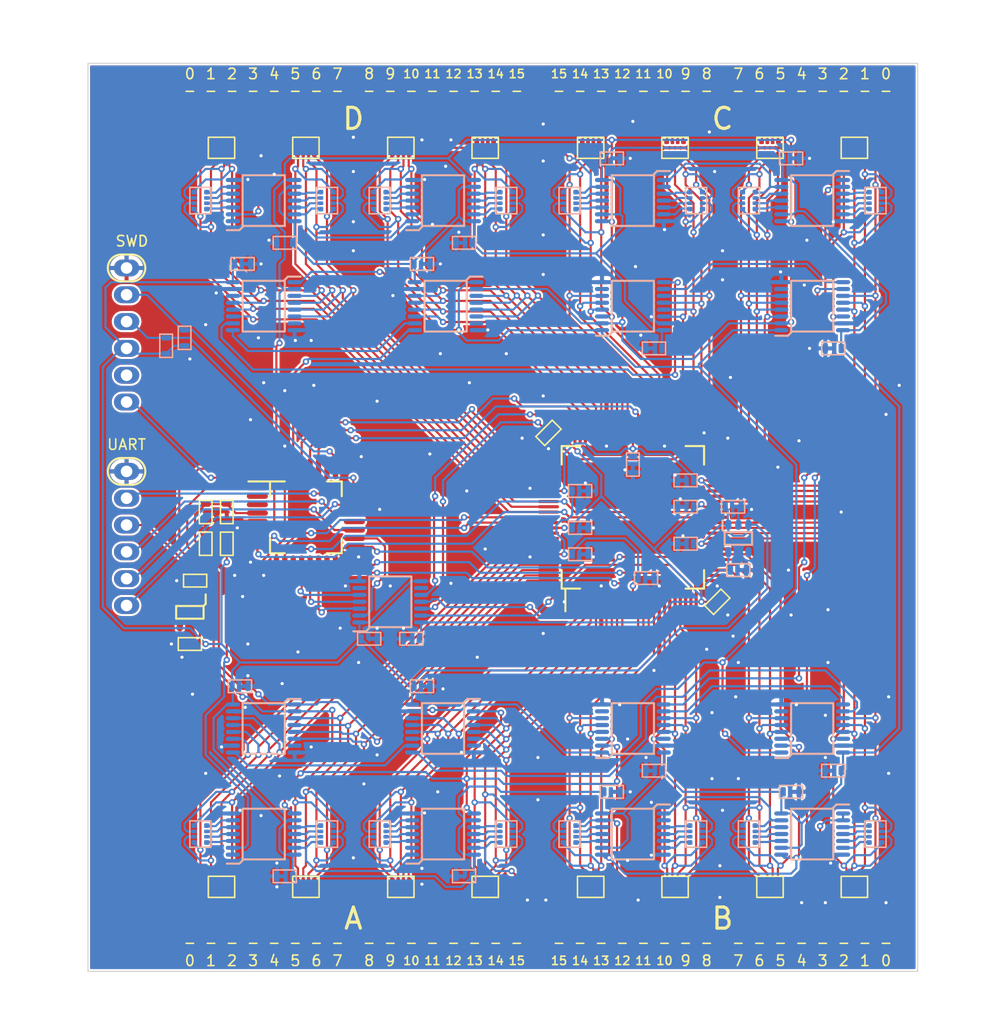
<source format=kicad_pcb>
(kicad_pcb (version 20211014) (generator pcbnew)
  (layers (0 "F.Cu" signal) (31 "B.Cu" signal) (34 "B.Paste" user) (35 "F.Paste" user) (36 "B.SilkS" user "B.Silkscreen") (37 "F.SilkS" user "F.Silkscreen") (38 "B.Mask" user) (39 "F.Mask" user) (44 "Edge.Cuts" user))
  (net 0 "")
  (net 1 "+5V")
  (net 2 "GND")
  (net 3 "VCC")
  (net 4 "+1V8")
  (net 5 "/~{RST}")
  (net 6 "Net-(D9-Pad2)")
  (net 7 "Net-(D10-Pad2)")
  (net 8 "Net-(D11-Pad2)")
  (net 9 "Net-(D12-Pad2)")
  (net 10 "Net-(D1-Pad2)")
  (net 11 "Net-(D2-Pad2)")
  (net 12 "Net-(D3-Pad2)")
  (net 13 "Net-(D4-Pad2)")
  (net 14 "Net-(D5-Pad2)")
  (net 15 "Net-(D6-Pad2)")
  (net 16 "Net-(D7-Pad2)")
  (net 17 "Net-(D8-Pad2)")
  (net 18 "/RTS_{OUT}")
  (net 19 "/RX_{IN}")
  (net 20 "/TX_{OUT}")
  (net 21 "/CTS_{IN}")
  (net 22 "/SWCLK")
  (net 23 "/SWDIO")
  (net 25 "/D0")
  (net 26 "/D1")
  (net 27 "/D2")
  (net 28 "/D3")
  (net 29 "/D4")
  (net 30 "/D5")
  (net 31 "/D6")
  (net 32 "/D7")
  (net 33 "Net-(D13-Pad2)")
  (net 34 "Net-(D14-Pad2)")
  (net 35 "Net-(D15-Pad2)")
  (net 36 "Net-(D16-Pad2)")
  (net 37 "/TCK")
  (net 38 "/TMS")
  (net 39 "/TDI")
  (net 40 "/TDO")
  (net 41 "Net-(U1-Pad10)")
  (net 42 "Net-(U1-Pad11)")
  (net 43 "Net-(U1-Pad12)")
  (net 44 "Net-(U1-Pad13)")
  (net 47 "Net-(D17-Pad2)")
  (net 48 "Net-(D18-Pad2)")
  (net 49 "Net-(D19-Pad2)")
  (net 50 "Net-(D20-Pad2)")
  (net 51 "Net-(D21-Pad2)")
  (net 54 "Net-(D22-Pad2)")
  (net 55 "Net-(D23-Pad2)")
  (net 58 "Net-(D24-Pad2)")
  (net 59 "Net-(D25-Pad2)")
  (net 60 "Net-(D26-Pad2)")
  (net 61 "Net-(D27-Pad2)")
  (net 62 "Net-(D28-Pad2)")
  (net 63 "Net-(D29-Pad2)")
  (net 64 "Net-(D30-Pad2)")
  (net 65 "Net-(D31-Pad2)")
  (net 66 "Net-(D32-Pad2)")
  (net 67 "Net-(D33-Pad2)")
  (net 68 "/A0")
  (net 69 "Net-(D34-Pad2)")
  (net 70 "/A1")
  (net 71 "Net-(D35-Pad2)")
  (net 72 "/A2")
  (net 73 "Net-(D36-Pad2)")
  (net 74 "/A3")
  (net 75 "Net-(D37-Pad2)")
  (net 76 "/A4")
  (net 77 "Net-(D38-Pad2)")
  (net 78 "/CLK0")
  (net 79 "Net-(D39-Pad2)")
  (net 80 "/B12")
  (net 81 "Net-(D40-Pad2)")
  (net 82 "/B13")
  (net 83 "Net-(D41-Pad2)")
  (net 84 "/B14")
  (net 85 "Net-(D42-Pad2)")
  (net 86 "/B15")
  (net 87 "Net-(D43-Pad2)")
  (net 88 "/CLK3")
  (net 89 "Net-(D44-Pad2)")
  (net 90 "Net-(D45-Pad2)")
  (net 91 "Net-(D46-Pad2)")
  (net 92 "Net-(D47-Pad2)")
  (net 93 "Net-(D48-Pad2)")
  (net 94 "Net-(D49-Pad2)")
  (net 95 "Net-(D50-Pad2)")
  (net 96 "Net-(D51-Pad2)")
  (net 97 "Net-(D52-Pad2)")
  (net 98 "Net-(D53-Pad2)")
  (net 99 "Net-(D54-Pad2)")
  (net 100 "Net-(D55-Pad2)")
  (net 101 "Net-(D56-Pad2)")
  (net 102 "Net-(D57-Pad2)")
  (net 103 "Net-(D58-Pad2)")
  (net 104 "Net-(D59-Pad2)")
  (net 105 "Net-(D60-Pad2)")
  (net 106 "Net-(D61-Pad2)")
  (net 107 "Net-(D62-Pad2)")
  (net 108 "Net-(D63-Pad2)")
  (net 109 "Net-(D64-Pad2)")
  (net 110 "Net-(R1-Pad5)")
  (net 111 "Net-(R1-Pad6)")
  (net 112 "Net-(R1-Pad7)")
  (net 113 "Net-(R1-Pad8)")
  (net 114 "/A5")
  (net 115 "/A6")
  (net 116 "/A7")
  (net 117 "Net-(R2-Pad5)")
  (net 118 "Net-(R2-Pad6)")
  (net 119 "Net-(R2-Pad7)")
  (net 120 "Net-(R2-Pad8)")
  (net 121 "/A8")
  (net 122 "/A9")
  (net 123 "/A10")
  (net 124 "/A11")
  (net 125 "Net-(R5-Pad5)")
  (net 126 "Net-(R5-Pad6)")
  (net 127 "Net-(R5-Pad7)")
  (net 128 "Net-(R5-Pad8)")
  (net 129 "/A12")
  (net 130 "/A13")
  (net 131 "/A14")
  (net 132 "/A15")
  (net 133 "Net-(R6-Pad5)")
  (net 134 "Net-(R6-Pad6)")
  (net 135 "Net-(R6-Pad7)")
  (net 136 "Net-(R6-Pad8)")
  (net 137 "/B0")
  (net 138 "/B1")
  (net 139 "/B2")
  (net 140 "/B3")
  (net 141 "Net-(R9-Pad5)")
  (net 142 "Net-(R9-Pad6)")
  (net 143 "Net-(R9-Pad7)")
  (net 144 "Net-(R9-Pad8)")
  (net 145 "/B4")
  (net 146 "/B5")
  (net 147 "/B6")
  (net 148 "/B7")
  (net 149 "Net-(R10-Pad5)")
  (net 150 "Net-(R10-Pad6)")
  (net 151 "Net-(R10-Pad7)")
  (net 152 "Net-(R10-Pad8)")
  (net 153 "/B8")
  (net 154 "/B9")
  (net 155 "/B10")
  (net 156 "/B11")
  (net 157 "Net-(R13-Pad5)")
  (net 158 "Net-(R13-Pad6)")
  (net 159 "Net-(R13-Pad7)")
  (net 160 "Net-(R13-Pad8)")
  (net 161 "Net-(R14-Pad5)")
  (net 162 "Net-(R14-Pad6)")
  (net 163 "Net-(R14-Pad7)")
  (net 164 "Net-(R14-Pad8)")
  (net 165 "/C0")
  (net 166 "/C1")
  (net 167 "/C2")
  (net 168 "/C3")
  (net 169 "Net-(R20-Pad5)")
  (net 170 "Net-(R20-Pad6)")
  (net 171 "Net-(R20-Pad7)")
  (net 172 "Net-(R20-Pad8)")
  (net 173 "/C4")
  (net 174 "/C5")
  (net 175 "/C6")
  (net 176 "/C7")
  (net 177 "Net-(R21-Pad5)")
  (net 178 "Net-(R21-Pad6)")
  (net 179 "Net-(R21-Pad7)")
  (net 180 "Net-(R21-Pad8)")
  (net 181 "/C8")
  (net 182 "/C9")
  (net 183 "/C10")
  (net 184 "/C11")
  (net 185 "Net-(R24-Pad5)")
  (net 186 "Net-(R24-Pad6)")
  (net 187 "Net-(R24-Pad7)")
  (net 188 "Net-(R24-Pad8)")
  (net 189 "/C12")
  (net 190 "/C13")
  (net 191 "/C14")
  (net 192 "/C15")
  (net 193 "Net-(R25-Pad5)")
  (net 194 "Net-(R25-Pad6)")
  (net 195 "Net-(R25-Pad7)")
  (net 196 "Net-(R25-Pad8)")
  (net 197 "Net-(R28-Pad5)")
  (net 198 "Net-(R28-Pad6)")
  (net 199 "Net-(R28-Pad7)")
  (net 200 "Net-(R28-Pad8)")
  (net 201 "Net-(R29-Pad5)")
  (net 202 "Net-(R29-Pad6)")
  (net 203 "Net-(R29-Pad7)")
  (net 204 "Net-(R29-Pad8)")
  (net 205 "/D8")
  (net 206 "/D9")
  (net 207 "/D10")
  (net 208 "/D11")
  (net 209 "Net-(R32-Pad5)")
  (net 210 "Net-(R32-Pad6)")
  (net 211 "Net-(R32-Pad7)")
  (net 212 "Net-(R32-Pad8)")
  (net 213 "/D12")
  (net 214 "/D13")
  (net 215 "/D14")
  (net 216 "/D15")
  (net 217 "Net-(R33-Pad5)")
  (net 218 "Net-(R33-Pad6)")
  (net 219 "Net-(R33-Pad7)")
  (net 220 "Net-(R33-Pad8)")
  (net 221 "/WDATA")
  (net 222 "/SCLK")
  (net 223 "/~{SAMPLE}")
  (net 224 "/CLK1")
  (net 225 "/CLK2")
  (net 227 "/IN0")
  (net 228 "/IN1")
  (net 229 "/IN2")
  (net 230 "/IN3")
  (net 231 "/IN4")
  (net 232 "/IN5")
  (net 233 "/RDATA")
  (net 235 "Net-(U6-Pad9)")
  (net 237 "Net-(U10-Pad10)")
  (net 239 "Net-(U10-Pad9)")
  (net 241 "Net-(U12-Pad9)")
  (net 243 "Net-(U14-Pad9)")
  (net 245 "Net-(U17-Pad9)")
  (net 247 "Net-(U19-Pad9)")
  (footprint "footprints:LED_0603" (layer "F.Cu") (at 73 51 -90)
    (fp_text reference "D60")
    (fp_text value "LED")
  )
  (footprint "footprints:LED_0603" (layer "F.Cu") (at 85 51 -90)
    (fp_text reference "D48")
    (fp_text value "LED")
  )
  (footprint "footprints:LED_0603" (layer "F.Cu") (at 54 51 -90)
    (fp_text reference "D51")
    (fp_text value "LED")
  )
  (footprint "footprints:LED_0603" (layer "F.Cu") (at 62 51 -90)
    (fp_text reference "D55")
    (fp_text value "LED")
  )
  (footprint "footprints:LED_0603" (layer "F.Cu") (at 75 51 -90)
    (fp_text reference "D61")
    (fp_text value "LED")
  )
  (footprint "footprints:LED_0603" (layer "F.Cu") (at 56 131 90)
    (fp_text reference "D4")
    (fp_text value "LED")
  )
  (footprint "footprints:LED_0603" (layer "F.Cu") (at 69 51 -90)
    (fp_text reference "D58")
    (fp_text value "LED")
  )
  (footprint "footprints:U_QFP-100_14x14_P0.5" (layer "F.Cu") (at 92 91 90)
    (fp_text reference "U15" hide)
    (fp_text value "LC4064x-T100")
  )
  (footprint "footprints:R_0603" (layer "F.Cu") (at 53.5 93.5 90)
    (fp_text reference "R17")
    (fp_text value "100k")
  )
  (footprint "footprints:LED_0603" (layer "F.Cu") (at 58 131 90)
    (fp_text reference "D5")
    (fp_text value "LED")
  )
  (footprint "footprints:header_1x6" (layer "F.Cu") (at 44 73.73)
    (fp_text reference "J2" hide)
    (fp_text value "SWD")
  )
  (footprint "footprints:LED_0603" (layer "F.Cu") (at 104 131 90)
    (fp_text reference "D23")
    (fp_text value "LED")
  )
  (footprint "footprints:LED_0603" (layer "F.Cu") (at 93 51 -90)
    (fp_text reference "D44")
    (fp_text value "LED")
  )
  (footprint "footprints:LED_0603" (layer "F.Cu") (at 108 131 90)
    (fp_text reference "D21")
    (fp_text value "LED")
  )
  (footprint "footprints:LED_0603" (layer "F.Cu") (at 87 131 90)
    (fp_text reference "D31")
    (fp_text value "LED")
  )
  (footprint "footprints:LED_0603" (layer "F.Cu") (at 79 51 -90)
    (fp_text reference "D63")
    (fp_text value "LED")
  )
  (footprint "footprints:R_0408-8" (layer "F.Cu") (at 78 126 -90)
    (fp_text reference "R8")
    (fp_text value "1k")
  )
  (footprint "footprints:LED_0603" (layer "F.Cu") (at 73 131 90)
    (fp_text reference "D12")
    (fp_text value "LED")
  )
  (footprint "footprints:LED_0603" (layer "F.Cu") (at 50 51 -90)
    (fp_text reference "D49")
    (fp_text value "LED")
  )
  (footprint "footprints:R_0408-8" (layer "F.Cu") (at 105 126 -90)
    (fp_text reference "R12")
    (fp_text value "1k")
  )
  (footprint "footprints:LED_0603" (layer "F.Cu") (at 97 51 -90)
    (fp_text reference "D42")
    (fp_text value "LED")
  )
  (footprint "footprints:R_0408-8" (layer "F.Cu") (at 70 56 90)
    (fp_text reference "R34")
    (fp_text value "1k")
  )
  (footprint "footprints:LED_0603" (layer "F.Cu") (at 75 131 90)
    (fp_text reference "D13")
    (fp_text value "LED")
  )
  (footprint "footprints:LED_0603" (layer "F.Cu") (at 62 131 90)
    (fp_text reference "D7")
    (fp_text value "LED")
  )
  (footprint "footprints:LED_0603" (layer "F.Cu") (at 97 131 90)
    (fp_text reference "D26")
    (fp_text value "LED")
  )
  (footprint "footprints:header_1x6" (layer "F.Cu") (at 44 93)
    (fp_text reference "J1" hide)
    (fp_text value "UART")
  )
  (footprint "footprints:LED_0603" (layer "F.Cu") (at 112 131 90)
    (fp_text reference "D19")
    (fp_text value "LED")
  )
  (footprint "footprints:LED_0603" (layer "F.Cu") (at 99 131 90)
    (fp_text reference "D25")
    (fp_text value "LED")
  )
  (footprint "footprints:LED_0603" (layer "F.Cu") (at 67 51 -90)
    (fp_text reference "D57")
    (fp_text value "LED")
  )
  (footprint "footprints:LED_0603" (layer "F.Cu") (at 64 131 90)
    (fp_text reference "D8")
    (fp_text value "LED")
  )
  (footprint "footprints:LED_0603" (layer "F.Cu") (at 89 51 -90)
    (fp_text reference "D46")
    (fp_text value "LED")
  )
  (footprint "footprints:LED_0603" (layer "F.Cu") (at 114 131 90)
    (fp_text reference "D18")
    (fp_text value "LED")
  )
  (footprint "footprints:LED_0603" (layer "F.Cu") (at 79 131 90)
    (fp_text reference "D15")
    (fp_text value "LED")
  )
  (footprint "footprints:LED_0603" (layer "F.Cu") (at 114 51 -90)
    (fp_text reference "D34")
    (fp_text value "LED")
  )
  (footprint "footprints:R_0408-8" (layer "F.Cu") (at 61 56 90)
    (fp_text reference "R31")
    (fp_text value "1k")
  )
  (footprint "footprints:LED_0603" (layer "F.Cu") (at 106 51 -90)
    (fp_text reference "D38")
    (fp_text value "LED")
  )
  (footprint "footprints:R_0408-8" (layer "F.Cu") (at 88 56 90)
    (fp_text reference "R27")
    (fp_text value "1k")
  )
  (footprint "footprints:U_SOT23-5" (layer "F.Cu") (at 50 100 -90)
    (fp_text reference "U2" hide)
    (fp_text value "MIC5504-3.3YM5")
  )
  (footprint "footprints:LED_0603" (layer "F.Cu") (at 112 51 -90)
    (fp_text reference "D35")
    (fp_text value "LED")
  )
  (footprint "footprints:R_0408-8" (layer "F.Cu") (at 96 126 -90)
    (fp_text reference "R15")
    (fp_text value "1k")
  )
  (footprint "footprints:LED_0603" (layer "F.Cu") (at 91 131 90)
    (fp_text reference "D29")
    (fp_text value "LED")
  )
  (footprint "footprints:LED_0603" (layer "F.Cu") (at 110 131 90)
    (fp_text reference "D20")
    (fp_text value "LED")
  )
  (footprint "footprints:LED_0603" (layer "F.Cu") (at 77 131 90)
    (fp_text reference "D14")
    (fp_text value "LED")
  )
  (footprint "footprints:C_0603" (layer "F.Cu") (at 100 99 45)
    (fp_text reference "C26")
    (fp_text value "22n")
  )
  (footprint "footprints:LED_0603" (layer "F.Cu") (at 71 131 90)
    (fp_text reference "D11")
    (fp_text value "LED")
  )
  (footprint "footprints:LED_0603" (layer "F.Cu") (at 81 131 90)
    (fp_text reference "D16")
    (fp_text value "LED")
  )
  (footprint "footprints:R_0408-8" (layer "F.Cu") (at 53 126 -90)
    (fp_text reference "R3")
    (fp_text value "1k")
  )
  (footprint "footprints:R_0408-8" (layer "F.Cu") (at 88 126 -90)
    (fp_text reference "R16")
    (fp_text value "1k")
  )
  (footprint "footprints:R_0408-8" (layer "F.Cu") (at 53 56 90)
    (fp_text reference "R30")
    (fp_text value "1k")
  )
  (footprint "footprints:LED_0603" (layer "F.Cu") (at 95 51 -90)
    (fp_text reference "D43")
    (fp_text value "LED")
  )
  (footprint "footprints:C_0603" (layer "F.Cu") (at 50.5 97 180)
    (fp_text reference "C1")
    (fp_text value "1")
  )
  (footprint "footprints:LED_0603" (layer "F.Cu") (at 99 51 -90)
    (fp_text reference "D41")
    (fp_text value "LED")
  )
  (footprint "footprints:LED_0603" (layer "F.Cu") (at 60 51 -90)
    (fp_text reference "D54")
    (fp_text value "LED")
  )
  (footprint "footprints:R_0408-8" (layer "F.Cu") (at 113 56 90)
    (fp_text reference "R22")
    (fp_text value "1k")
  )
  (footprint "footprints:R_0408-8" (layer "F.Cu") (at 105 56 90)
    (fp_text reference "R23")
    (fp_text value "1k")
  )
  (footprint "footprints:R_0408-8" (layer "F.Cu") (at 70 126 -90)
    (fp_text reference "R7")
    (fp_text value "1k")
  )
  (footprint "footprints:LED_0603" (layer "F.Cu") (at 91 51 -90)
    (fp_text reference "D45")
    (fp_text value "LED")
  )
  (footprint "footprints:C_0603" (layer "F.Cu") (at 50 103 180)
    (fp_text reference "C4")
    (fp_text value "1")
  )
  (footprint "footprints:C_0603" (layer "F.Cu") (at 51.5 93.5 -90)
    (fp_text reference "C11")
    (fp_text value "22n")
  )
  (footprint "footprints:C_0603" (layer "F.Cu") (at 51.5 90.5 -90)
    (fp_text reference "C13")
    (fp_text value "22n")
  )
  (footprint "footprints:R_0408-8" (layer "F.Cu") (at 113 126 -90)
    (fp_text reference "R11")
    (fp_text value "1k")
  )
  (footprint "footprints:LED_0603" (layer "F.Cu") (at 116 131 90)
    (fp_text reference "D17")
    (fp_text value "LED")
  )
  (footprint "footprints:LED_0603" (layer "F.Cu") (at 106 131 90)
    (fp_text reference "D22")
    (fp_text value "LED")
  )
  (footprint "footprints:C_0603" (layer "F.Cu") (at 53.5 90.5 -90)
    (fp_text reference "C12")
    (fp_text value "22n")
  )
  (footprint "footprints:LED_0603" (layer "F.Cu") (at 67 131 90)
    (fp_text reference "D9")
    (fp_text value "LED")
  )
  (footprint "footprints:LED_0603" (layer "F.Cu") (at 52 131 90)
    (fp_text reference "D2")
    (fp_text value "LED")
  )
  (footprint "footprints:LED_0603" (layer "F.Cu") (at 93 131 90)
    (fp_text reference "D28")
    (fp_text value "LED")
  )
  (footprint "footprints:LED_0603" (layer "F.Cu") (at 85 131 90)
    (fp_text reference "D32")
    (fp_text value "LED")
  )
  (footprint "footprints:LED_0603" (layer "F.Cu") (at 64 51 -90)
    (fp_text reference "D56")
    (fp_text value "LED")
  )
  (footprint "footprints:C_0603" (layer "F.Cu") (at 84 83 -135)
    (fp_text reference "C27")
    (fp_text value "22n")
  )
  (footprint "footprints:LED_0603" (layer "F.Cu") (at 95 131 90)
    (fp_text reference "D27")
    (fp_text value "LED")
  )
  (footprint "footprints:LED_0603" (layer "F.Cu") (at 77 51 -90)
    (fp_text reference "D62")
    (fp_text value "LED")
  )
  (footprint "footprints:LED_0603" (layer "F.Cu") (at 89 131 90)
    (fp_text reference "D30")
    (fp_text value "LED")
  )
  (footprint "footprints:R_0408-8" (layer "F.Cu") (at 96 56 90)
    (fp_text reference "R26")
    (fp_text value "1k")
  )
  (footprint "footprints:U_QFP-32_7x7_P0.8" (layer "F.Cu") (at 61 91)
    (fp_text reference "U5" hide)
    (fp_text value "STM32G030K8T6")
  )
  (footprint "footprints:LED_0603" (layer "F.Cu") (at 110 51 -90)
    (fp_text reference "D36")
    (fp_text value "LED")
  )
  (footprint "footprints:LED_0603" (layer "F.Cu") (at 116 51 -90)
    (fp_text reference "D33")
    (fp_text value "LED")
  )
  (footprint "footprints:LED_0603" (layer "F.Cu") (at 81 51 -90)
    (fp_text reference "D64")
    (fp_text value "LED")
  )
  (footprint "footprints:LED_0603" (layer "F.Cu") (at 104 51 -90)
    (fp_text reference "D39")
    (fp_text value "LED")
  )
  (footprint "footprints:LED_0603" (layer "F.Cu") (at 102 51 -90)
    (fp_text reference "D40")
    (fp_text value "LED")
  )
  (footprint "footprints:LED_0603" (layer "F.Cu") (at 58 51 -90)
    (fp_text reference "D53")
    (fp_text value "LED")
  )
  (footprint "footprints:LED_0603" (layer "F.Cu") (at 102 131 90)
    (fp_text reference "D24")
    (fp_text value "LED")
  )
  (footprint "footprints:LED_0603" (layer "F.Cu") (at 60 131 90)
    (fp_text reference "D6")
    (fp_text value "LED")
  )
  (footprint "footprints:LED_0603" (layer "F.Cu") (at 69 131 90)
    (fp_text reference "D10")
    (fp_text value "LED")
  )
  (footprint "footprints:R_0408-8" (layer "F.Cu") (at 78 56 90)
    (fp_text reference "R35")
    (fp_text value "1k")
  )
  (footprint "footprints:R_0408-8" (layer "F.Cu") (at 61 126 -90)
    (fp_text reference "R4")
    (fp_text value "1k")
  )
  (footprint "footprints:LED_0603" (layer "F.Cu") (at 50 131 90)
    (fp_text reference "D1")
    (fp_text value "LED")
  )
  (footprint "footprints:LED_0603" (layer "F.Cu") (at 71 51 -90)
    (fp_text reference "D59")
    (fp_text value "LED")
  )
  (footprint "footprints:LED_0603" (layer "F.Cu") (at 87 51 -90)
    (fp_text reference "D47")
    (fp_text value "LED")
  )
  (footprint "footprints:LED_0603" (layer "F.Cu") (at 54 131 90)
    (fp_text reference "D3")
    (fp_text value "LED")
  )
  (footprint "footprints:LED_0603" (layer "F.Cu") (at 52 51 -90)
    (fp_text reference "D50")
    (fp_text value "LED")
  )
  (footprint "footprints:LED_0603" (layer "F.Cu") (at 56 51 -90)
    (fp_text reference "D52")
    (fp_text value "LED")
  )
  (footprint "footprints:LED_0603" (layer "F.Cu") (at 108 51 -90)
    (fp_text reference "D37")
    (fp_text value "LED")
  )
  (footprint "footprints:U_TSSOP-14_4.4x5_P0.65" (layer "B.Cu") (at 57 61 90)
    (fp_text reference "U18" hide)
    (fp_text value "74x164")
  )
  (footprint "footprints:U_TSSOP-14_4.4x5_P0.65" (layer "B.Cu") (at 92 61 -90)
    (fp_text reference "U16" hide)
    (fp_text value "74x164")
  )
  (footprint "footprints:C_0603" (layer "B.Cu") (at 94 75 180)
    (fp_text reference "C15")
    (fp_text value "22n")
  )
  (footprint "footprints:C_0603" (layer "B.Cu") (at 72 67)
    (fp_text reference "C16")
    (fp_text value "22n")
  )
  (footprint "footprints:R_0408-8" (layer "B.Cu") (at 80 61 180)
    (fp_text reference "R33")
    (fp_text value "1k")
  )
  (footprint "footprints:U_TSSOP-14_4.4x5_P0.65" (layer "B.Cu") (at 74 121 90)
    (fp_text reference "U7" hide)
    (fp_text value "74x164")
  )
  (footprint "footprints:R_0408-8" (layer "B.Cu") (at 68 61)
    (fp_text reference "R32")
    (fp_text value "1k")
  )
  (footprint "footprints:C_0603" (layer "B.Cu") (at 87 94.5)
    (fp_text reference "C24")
    (fp_text value "22n")
  )
  (footprint "footprints:R_0408-8" (layer "B.Cu") (at 63 121 180)
    (fp_text reference "R2")
    (fp_text value "1k")
  )
  (footprint "footprints:C_0603" (layer "B.Cu") (at 87 92)
    (fp_text reference "C9")
    (fp_text value "22n")
  )
  (footprint "footprints:C_0603" (layer "B.Cu") (at 102 96)
    (fp_text reference "C8")
    (fp_text value "1")
  )
  (footprint "footprints:U_TSSOP-16_4.4x5_P0.65" (layer "B.Cu") (at 57 71 -90)
    (fp_text reference "U19" hide)
    (fp_text value "74x165")
  )
  (footprint "footprints:C_0603" (layer "B.Cu") (at 94 115 180)
    (fp_text reference "C32")
    (fp_text value "22n")
  )
  (footprint "footprints:C_0603" (layer "B.Cu") (at 72 107)
    (fp_text reference "C21")
    (fp_text value "22n")
  )
  (footprint "footprints:R_0408-8" (layer "B.Cu") (at 86 61)
    (fp_text reference "R25")
    (fp_text value "1k")
  )
  (footprint "footprints:U_TSSOP-14_4.4x5_P0.65" (layer "B.Cu") (at 69 99 90)
    (fp_text reference "U1" hide)
    (fp_text value "TXU0304")
  )
  (footprint "footprints:C_0603" (layer "B.Cu") (at 71 102.5 180)
    (fp_text reference "C3")
    (fp_text value "22n")
  )
  (footprint "footprints:R_0408-8" (layer "B.Cu") (at 98 121 180)
    (fp_text reference "R13")
    (fp_text value "1k")
  )
  (footprint "footprints:U_TSSOP-16_4.4x5_P0.65" (layer "B.Cu") (at 57 111 -90)
    (fp_text reference "U6" hide)
    (fp_text value "74x165")
  )
  (footprint "footprints:R_0603" (layer "B.Cu") (at 49.5 74 90)
    (fp_text reference "R19")
    (fp_text value "100k")
  )
  (footprint "footprints:C_0603" (layer "B.Cu") (at 59 125 180)
    (fp_text reference "C18")
    (fp_text value "22n")
  )
  (footprint "footprints:C_0603" (layer "B.Cu") (at 59 65 180)
    (fp_text reference "C14")
    (fp_text value "22n")
  )
  (footprint "footprints:R_0408-8" (layer "B.Cu") (at 63 61 180)
    (fp_text reference "R29")
    (fp_text value "1k")
  )
  (footprint "footprints:C_0603" (layer "B.Cu") (at 76 65 180)
    (fp_text reference "C22")
    (fp_text value "22n")
  )
  (footprint "footprints:C_0603" (layer "B.Cu") (at 107 57)
    (fp_text reference "C33")
    (fp_text value "22n")
  )
  (footprint "footprints:R_0408-8" (layer "B.Cu") (at 98 61 180)
    (fp_text reference "R24")
    (fp_text value "1k")
  )
  (footprint "footprints:R_0408-8" (layer "B.Cu") (at 51 61)
    (fp_text reference "R28")
    (fp_text value "1k")
  )
  (footprint "footprints:C_0603" (layer "B.Cu") (at 67 102.5)
    (fp_text reference "C2")
    (fp_text value "22n")
  )
  (footprint "footprints:C_0603" (layer "B.Cu") (at 76 125 180)
    (fp_text reference "C30")
    (fp_text value "22n")
  )
  (footprint "footprints:C_0603" (layer "B.Cu") (at 55 67)
    (fp_text reference "C23")
    (fp_text value "22n")
  )
  (footprint "footprints:U_TSSOP-16_4.4x5_P0.65" (layer "B.Cu") (at 74 111 -90)
    (fp_text reference "U8" hide)
    (fp_text value "74x165")
  )
  (footprint "footprints:R_0408-8" (layer "B.Cu") (at 115 121 180)
    (fp_text reference "R9")
    (fp_text value "1k")
  )
  (footprint "footprints:U_TSSOP-14_4.4x5_P0.65" (layer "B.Cu") (at 92 121 -90)
    (fp_text reference "U11" hide)
    (fp_text value "74x164")
  )
  (footprint "footprints:R_0408-8" (layer "B.Cu") (at 51 121)
    (fp_text reference "R1")
    (fp_text value "1k")
  )
  (footprint "footprints:C_0603" (layer "B.Cu") (at 111 75 180)
    (fp_text reference "C31")
    (fp_text value "22n")
  )
  (footprint "footprints:C_0603" (layer "B.Cu") (at 90 57)
    (fp_text reference "C20")
    (fp_text value "22n")
  )
  (footprint "footprints:U_TSSOP-14_4.4x5_P0.65" (layer "B.Cu") (at 57 121 90)
    (fp_text reference "U4" hide)
    (fp_text value "74x164")
  )
  (footprint "footprints:R_0408-8" (layer "B.Cu") (at 103 121)
    (fp_text reference "R10")
    (fp_text value "1k")
  )
  (footprint "footprints:U_TSSOP-16_4.4x5_P0.65" (layer "B.Cu") (at 92 71 90)
    (fp_text reference "U17" hide)
    (fp_text value "74x165")
  )
  (footprint "footprints:R_0603" (layer "B.Cu") (at 47.75 74.75 90)
    (fp_text reference "R18")
    (fp_text value "100k")
  )
  (footprint "footprints:R_0408-8" (layer "B.Cu") (at 80 121 180)
    (fp_text reference "R6")
    (fp_text value "1k")
  )
  (footprint "footprints:C_0603" (layer "B.Cu") (at 87 88.5)
    (fp_text reference "C28")
    (fp_text value "22n")
  )
  (footprint "footprints:C_0603" (layer "B.Cu") (at 97 90 180)
    (fp_text reference "C7")
    (fp_text value "22n")
  )
  (footprint "footprints:C_0603" (layer "B.Cu") (at 97 87.5 180)
    (fp_text reference "C6")
    (fp_text value "22n")
  )
  (footprint "footprints:U_TSSOP-16_4.4x5_P0.65" (layer "B.Cu") (at 92 111 90)
    (fp_text reference "U12" hide)
    (fp_text value "74x165")
  )
  (footprint "footprints:U_TSSOP-14_4.4x5_P0.65" (layer "B.Cu") (at 109 121 -90)
    (fp_text reference "U9" hide)
    (fp_text value "74x164")
  )
  (footprint "footprints:C_0603" (layer "B.Cu") (at 101.5 90)
    (fp_text reference "C5")
    (fp_text value "1")
  )
  (footprint "footprints:R_0408-8" (layer "B.Cu") (at 68 121)
    (fp_text reference "R5")
    (fp_text value "1k")
  )
  (footprint "footprints:U_TSSOP-16_4.4x5_P0.65" (layer "B.Cu") (at 109 111 90)
    (fp_text reference "U10" hide)
    (fp_text value "74x165")
  )
  (footprint "footprints:U_TSSOP-14_4.4x5_P0.65" (layer "B.Cu") (at 74 61 90)
    (fp_text reference "U20" hide)
    (fp_text value "74x164")
  )
  (footprint "footprints:U_TSSOP-16_4.4x5_P0.65" (layer "B.Cu") (at 74.25 71 -90)
    (fp_text reference "U21" hide)
    (fp_text value "74x165")
  )
  (footprint "footprints:U_TSSOP-14_4.4x5_P0.65" (layer "B.Cu") (at 109 61 -90)
    (fp_text reference "U13" hide)
    (fp_text value "74x164")
  )
  (footprint "footprints:C_0603" (layer "B.Cu") (at 111 115 180)
    (fp_text reference "C34")
    (fp_text value "22n")
  )
  (footprint "footprints:R_0408-8" (layer "B.Cu") (at 86 121)
    (fp_text reference "R14")
    (fp_text value "1k")
  )
  (footprint "footprints:C_0603" (layer "B.Cu") (at 92 86 -90)
    (fp_text reference "C29")
    (fp_text value "22n")
  )
  (footprint "footprints:C_0603" (layer "B.Cu") (at 90 117)
    (fp_text reference "C19")
    (fp_text value "22n")
  )
  (footprint "footprints:R_0408-8" (layer "B.Cu") (at 115 61 180)
    (fp_text reference "R20")
    (fp_text value "1k")
  )
  (footprint "footprints:U_SOT23-5" (layer "B.Cu") (at 102 93 -90)
    (fp_text reference "U3" hide)
    (fp_text value "MIC5504-1.8YM5")
  )
  (footprint "footprints:C_0603" (layer "B.Cu") (at 107 117)
    (fp_text reference "C17")
    (fp_text value "22n")
  )
  (footprint "footprints:C_0603" (layer "B.Cu") (at 97 93.5 180)
    (fp_text reference "C10")
    (fp_text value "22n")
  )
  (footprint "footprints:C_0603" (layer "B.Cu") (at 54.75 107)
    (fp_text reference "C35")
    (fp_text value "22n")
  )
  (footprint "footprints:U_TSSOP-16_4.4x5_P0.65" (layer "B.Cu") (at 109 71 90)
    (fp_text reference "U14" hide)
    (fp_text value "74x165")
  )
  (footprint "footprints:R_0408-8" (layer "B.Cu") (at 103 61)
    (fp_text reference "R21")
    (fp_text value "1k")
  )
  (footprint "footprints:C_0603" (layer "B.Cu") (at 93.25 96.75)
    (fp_text reference "C25")
    (fp_text value "22n")
  )
  (gr_rect (start 40.34 48) (end 119 134) (layer "Edge.Cuts") (width 0.1) (fill none))
  (gr_text "14" (at 79 49) (layer "F.SilkS") (effects (font (size 0.8 0.8))))
  (gr_text "6" (at 104 132.999996) (layer "F.SilkS") (effects (font (size 1 1))))
  (gr_text "12" (at 91 49) (layer "F.SilkS") (effects (font (size 0.8 0.8))))
  (gr_text "7" (at 102 49) (layer "F.SilkS") (effects (font (size 1 1))))
  (gr_text "7" (at 102 132.999996) (layer "F.SilkS") (effects (font (size 1 1))))
  (gr_text "0" (at 116 49) (layer "F.SilkS") (effects (font (size 1 1))))
  (gr_text "1" (at 52 132.999996) (layer "F.SilkS") (effects (font (size 1 1))))
  (gr_text "8" (at 99 132.999996) (layer "F.SilkS") (effects (font (size 1 1))))
  (gr_text "3" (at 110 49) (layer "F.SilkS") (effects (font (size 1 1))))
  (gr_text "15" (at 81 49) (layer "F.SilkS") (effects (font (size 0.8 0.8))))
  (gr_text "10" (at 71.00001 49.000004) (layer "F.SilkS") (effects (font (size 0.8 0.8))))
  (gr_text "6" (at 62.000003 133) (layer "F.SilkS") (effects (font (size 1 1))))
  (gr_text "4" (at 108 49) (layer "F.SilkS") (effects (font (size 1 1))))
  (gr_text "11" (at 93 49) (layer "F.SilkS") (effects (font (size 0.8 0.8))))
  (gr_text "0" (at 116 132.999996) (layer "F.SilkS") (effects (font (size 1 1))))
  (gr_text "15" (at 85 132.999996) (layer "F.SilkS") (effects (font (size 0.8 0.8))))
  (gr_text "1" (at 52 49) (layer "F.SilkS") (effects (font (size 1 1))))
  (gr_text "C" (at 100.5 53.25) (layer "F.SilkS") (effects (font (size 2 2) (thickness 0.3))))
  (gr_text "6" (at 62.000003 49.000004) (layer "F.SilkS") (effects (font (size 1 1))))
  (gr_text "5" (at 60.000007 133) (layer "F.SilkS") (effects (font (size 1 1))))
  (gr_text "0" (at 50 49) (layer "F.SilkS") (effects (font (size 1 1))))
  (gr_text "15" (at 81 132.999996) (layer "F.SilkS") (effects (font (size 0.8 0.8))))
  (gr_text "7" (at 63.999999 133) (layer "F.SilkS") (effects (font (size 1 1))))
  (gr_text "3" (at 110 132.999996) (layer "F.SilkS") (effects (font (size 1 1))))
  (gr_text "9" (at 97 49) (layer "F.SilkS") (effects (font (size 1 1))))
  (gr_text "5" (at 106 132.999996) (layer "F.SilkS") (effects (font (size 1 1))))
  (gr_text "6" (at 104 49) (layer "F.SilkS") (effects (font (size 1 1))))
  (gr_text "3" (at 56 49) (layer "F.SilkS") (effects (font (size 1 1))))
  (gr_text "2" (at 53.999994 133) (layer "F.SilkS") (effects (font (size 1 1))))
  (gr_text "7" (at 63.999999 49.000004) (layer "F.SilkS") (effects (font (size 1 1))))
  (gr_text "2" (at 112 49) (layer "F.SilkS") (effects (font (size 1 1))))
  (gr_text "13" (at 77 132.999996) (layer "F.SilkS") (effects (font (size 0.8 0.8))))
  (gr_text "1" (at 114 132.999996) (layer "F.SilkS") (effects (font (size 1 1))))
  (gr_text "14" (at 79 132.999996) (layer "F.SilkS") (effects (font (size 0.8 0.8))))
  (gr_text "9" (at 68.999989 49.000004) (layer "F.SilkS") (effects (font (size 1 1))))
  (gr_text "8" (at 66.999993 133) (layer "F.SilkS") (effects (font (size 1 1))))
  (gr_text "4" (at 108 132.999996) (layer "F.SilkS") (effects (font (size 1 1))))
  (gr_text "8" (at 99 49) (layer "F.SilkS") (effects (font (size 1 1))))
  (gr_text "13" (at 89 49) (layer "F.SilkS") (effects (font (size 0.8 0.8))))
  (gr_text "9" (at 97 132.999996) (layer "F.SilkS") (effects (font (size 1 1))))
  (gr_text "9" (at 68.999989 133) (layer "F.SilkS") (effects (font (size 1 1))))
  (gr_text "15" (at 85 49) (layer "F.SilkS") (effects (font (size 0.8 0.8))))
  (gr_text "13" (at 77 49) (layer "F.SilkS") (effects (font (size 0.8 0.8))))
  (gr_text "2" (at 53.999994 49.000004) (layer "F.SilkS") (effects (font (size 1 1))))
  (gr_text "0" (at 50 132.999996) (layer "F.SilkS") (effects (font (size 1 1))))
  (gr_text "B" (at 100.5 129) (layer "F.SilkS") (effects (font (size 2 2) (thickness 0.3))))
  (gr_text "A" (at 65.5 129) (layer "F.SilkS") (effects (font (size 2 2) (thickness 0.3))))
  (gr_text "12" (at 75 49.000004) (layer "F.SilkS") (effects (font (size 0.8 0.8))))
  (gr_text "14" (at 87 132.999996) (layer "F.SilkS") (effects (font (size 0.8 0.8))))
  (gr_text "11" (at 73.000006 49.000004) (layer "F.SilkS") (effects (font (size 0.8 0.8))))
  (gr_text "1" (at 114 49) (layer "F.SilkS") (effects (font (size 1 1))))
  (gr_text "5" (at 106 49) (layer "F.SilkS") (effects (font (size 1 1))))
  (gr_text "11" (at 73.000006 133) (layer "F.SilkS") (effects (font (size 0.8 0.8))))
  (gr_text "5" (at 60.000007 49.000004) (layer "F.SilkS") (effects (font (size 1 1))))
  (gr_text "D" (at 65.5 53.25) (layer "F.SilkS") (effects (font (size 2 2) (thickness 0.3))))
  (gr_text "10" (at 95 49) (layer "F.SilkS") (effects (font (size 0.8 0.8))))
  (gr_text "4" (at 58.000011 133) (layer "F.SilkS") (effects (font (size 1 1))))
  (gr_text "3" (at 56 132.999996) (layer "F.SilkS") (effects (font (size 1 1))))
  (gr_text "13" (at 89 132.999996) (layer "F.SilkS") (effects (font (size 0.8 0.8))))
  (gr_text "12" (at 75 133) (layer "F.SilkS") (effects (font (size 0.8 0.8))))
  (gr_text "12" (at 91 132.999996) (layer "F.SilkS") (effects (font (size 0.8 0.8))))
  (gr_text "10" (at 95 132.999996) (layer "F.SilkS") (effects (font (size 0.8 0.8))))
  (gr_text "2" (at 112 132.999996) (layer "F.SilkS") (effects (font (size 1 1))))
  (gr_text "8" (at 66.999993 49.000004) (layer "F.SilkS") (effects (font (size 1 1))))
  (gr_text "14" (at 87 49) (layer "F.SilkS") (effects (font (size 0.8 0.8))))
  (gr_text "4" (at 58.000011 49.000004) (layer "F.SilkS") (effects (font (size 1 1))))
  (gr_text "10" (at 71.00001 133) (layer "F.SilkS") (effects (font (size 0.8 0.8))))
  (gr_text "11" (at 93 132.999996) (layer "F.SilkS") (effects (font (size 0.8 0.8))))
  (segment (start 45.98 91.73) (end 51.25 97) (width 0.2032) (layer "F.Cu") (net 1))
  (segment (start 50.95 97.3) (end 51.25 97) (width 0.2032) (layer "F.Cu") (net 1))
  (segment (start 50.5 99.75) (end 49.5 99.75) (width 0.2032) (layer "F.Cu") (net 1))
  (segment (start 44 91.73) (end 45.98 91.73) (width 0.2032) (layer "F.Cu") (net 1))
  (segment (start 50.95 99.3) (end 50.5 99.75) (width 0.2032) (layer "F.Cu") (net 1))
  (segment (start 50.95 98.7) (end 50.95 99.3) (width 0.2032) (layer "F.Cu") (net 1))
  (segment (start 50.95 98.7) (end 50.95 97.3) (width 0.2032) (layer "F.Cu") (net 1))
  (segment (start 49.5 99.75) (end 49.05 99.3) (width 0.2032) (layer "F.Cu") (net 1))
  (segment (start 49.05 99.3) (end 49.05 98.7) (width 0.2032) (layer "F.Cu") (net 1))
  (segment (start 89 99) (end 89 97.5) (width 0.2032) (layer "F.Cu") (net 2))
  (segment (start 54.5 92) (end 53.75 91.25) (width 0.2032) (layer "F.Cu") (net 2))
  (segment (start 84 95) (end 82.5 95) (width 0.2032) (layer "F.Cu") (net 2))
  (segment (start 89.5 83) (end 89.5 84.25) (width 0.2032) (layer "F.Cu") (net 2))
  (segment (start 95 83) (end 95 84.25) (width 0.2032) (layer "F.Cu") (net 2))
  (segment (start 94.5 99) (end 94.5 97.5) (width 0.2032) (layer "F.Cu") (net 2))
  (segment (start 98 83) (end 98.75 83) (width 0.2032) (layer "F.Cu") (net 2))
  (segment (start 86 99) (end 85.5 99) (width 0.2032) (layer "F.Cu") (net 2))
  (segment (start 53.75 91.25) (end 53.5 91.25) (width 0.2032) (layer "F.Cu") (net 2))
  (segment (start 84 84.06066) (end 83.46967 83.53033) (width 0.2032) (layer "F.Cu") (net 2))
  (segment (start 100 97.93934) (end 100.53033 98.46967) (width 0.2032) (layer "F.Cu") (net 2))
  (segment (start 54.5 92) (end 55.1 91.4) (width 0.2032) (layer "F.Cu") (net 2))
  (segment (start 50 98.7) (end 50 97.25) (width 0.2032) (layer "F.Cu") (net 2))
  (segment (start 53.5 91.25) (end 51.5 91.25) (width 0.2032) (layer "F.Cu") (net 2))
  (segment (start 55.1 91.4) (end 56.4 91.4) (width 0.2032) (layer "F.Cu") (net 2))
  (segment (start 84 85) (end 84 84.5) (width 0.2032) (layer "F.Cu") (net 2))
  (segment (start 100 97.5) (end 100 97.93934) (width 0.2032) (layer "F.Cu") (net 2))
  (segment (start 100 97) (end 100 97.5) (width 0.2032) (layer "F.Cu") (net 2))
  (segment (start 84 84.5) (end 84 84.06066) (width 0.2032) (layer "F.Cu") (net 2))
  (segment (start 50 97.25) (end 49.75 97) (width 0.2032) (layer "F.Cu") (net 2))
  (segment (start 82.5 95) (end 82.25 94.75) (width 0.2032) (layer "F.Cu") (net 2))
  (via (at 95 63.75) (size 0.6) (drill 0.3) (layers "F.Cu" "B.Cu") (net 2))
  (via (at 116 127.5) (size 0.6) (drill 0.3) (layers "F.Cu" "B.Cu") (net 2))
  (via (at 65.5 123.25) (size 0.6) (drill 0.3) (layers "F.Cu" "B.Cu") (net 2))
  (via (at 83.5 53.75) (size 0.6) (drill 0.3) (layers "F.Cu" "B.Cu") (net 2))
  (via (at 99.5 115.75) (size 0.6) (drill 0.3) (layers "F.Cu" "B.Cu") (net 2))
  (via (at 68 90.25) (size 0.6) (drill 0.3) (layers "F.Cu" "B.Cu") (net 2))
  (via (at 116.25 115.25) (size 0.6) (drill 0.3) (layers "F.Cu" "B.Cu") (net 2))
  (via (at 54.5 92) (size 0.6) (drill 0.3) (layers "F.Cu" "B.Cu") (net 2))
  (via (at 69.25 70) (size 0.6) (drill 0.3) (layers "F.Cu" "B.Cu") (net 2))
  (via (at 110.25 113.75) (size 0.6) (drill 0.3) (layers "F.Cu" "B.Cu") (net 2))
  (via (at 93.75 72) (size 0.6) (drill 0.3) (layers "F.Cu" "B.Cu") (net 2))
  (via (at 89 97.5) (size 0.6) (drill 0.3) (layers "F.Cu" "B.Cu") (net 2))
  (via (at 110.75 123.75) (size 0.6) (drill 0.3) (layers "F.Cu" "B.Cu") (net 2))
  (via (at 83.5 79.5) (size 0.6) (drill 0.3) (layers "F.Cu" "B.Cu") (net 2))
  (via (at 67.75 101.5) (size 0.6) (drill 0.3) (layers "F.Cu" "B.Cu") (net 2))
  (via (at 108 127.5) (size 0.6) (drill 0.3) (layers "F.Cu" "B.Cu") (net 2))
  (via (at 100.5 118.75) (size 0.6) (drill 0.3) (layers "F.Cu" "B.Cu") (net 2))
  (via (at 51.5 72.75) (size 0.6) (drill 0.3) (layers "F.Cu" "B.Cu") (net 2))
  (via (at 99.25 54.5) (size 0.6) (drill 0.3) (layers "F.Cu" "B.Cu") (net 2))
  (via (at 81.5 83.5) (size 0.6) (drill 0.3) (layers "F.Cu" "B.Cu") (net 2))
  (via (at 89.5 84.25) (size 0.6) (drill 0.3) (layers "F.Cu" "B.Cu") (net 2))
  (via (at 96.5 89.25) (size 0.6) (drill 0.3) (layers "F.Cu" "B.Cu") (net 2))
  (via (at 99 103.5) (size 0.6) (drill 0.3) (layers "F.Cu" "B.Cu") (net 2))
  (via (at 73.5 117) (size 0.6) (drill 0.3) (layers "F.Cu" "B.Cu") (net 2))
  (via (at 72 124.25) (size 0.6) (drill 0.3) (layers "F.Cu" "B.Cu") (net 2))
  (via (at 94.5 97.5) (size 0.6) (drill 0.3) (layers "F.Cu" "B.Cu") (net 2))
  (via (at 67.75 80) (size 0.6) (drill 0.3) (layers "F.Cu" "B.Cu") (net 2))
  (via (at 55.25 109) (size 0.6) (drill 0.3) (layers "F.Cu" "B.Cu") (net 2))
  (via (at 65.5 63) (size 0.6) (drill 0.3) (layers "F.Cu" "B.Cu") (net 2))
  (via (at 88.25 94.75) (size 0.6) (drill 0.3) (layers "F.Cu" "B.Cu") (net 2))
  (via (at 66 104.75) (size 0.6) (drill 0.3) (layers "F.Cu" "B.Cu") (net 2))
  (via (at 111 63) (size 0.6) (drill 0.3) (layers "F.Cu" "B.Cu") (net 2))
  (via (at 83.5 64.25) (size 0.6) (drill 0.3) (layers "F.Cu" "B.Cu") (net 2))
  (via (at 72.75 85) (size 0.6) (drill 0.3) (layers "F.Cu" "B.Cu") (net 2))
  (via (at 55.75 95.25) (size 0.6) (drill 0.3) (layers "F.Cu" "B.Cu") (net 2))
  (via (at 72 55.25) (size 0.6) (drill 0.3) (layers "F.Cu" "B.Cu") (net 2))
  (via (at 100.25 127) (size 0.6) (drill 0.3) (layers "F.Cu" "B.Cu") (net 2))
  (via (at 58.5 115.5) (size 0.6) (drill 0.3) (layers "F.Cu" "B.Cu") (net 2))
  (via (at 102 115.75) (size 0.6) (drill 0.3) (layers "F.Cu" "B.Cu") (net 2))
  (via (at 55.5 106) (size 0.6) (drill 0.3) (layers "F.Cu" "B.Cu") (net 2))
  (via (at 61.5 112.75) (size 0.6) (drill 0.3) (layers "F.Cu" "B.Cu") (net 2))
  (via (at 91.75 117) (size 0.6) (drill 0.3) (layers "F.Cu" "B.Cu") (net 2))
  (via (at 73.75 67) (size 0.6) (drill 0.3) (layers "F.Cu" "B.Cu") (net 2))
  (via (at 95 84.25) (size 0.6) (drill 0.3) (layers "F.Cu" "B.Cu") (net 2))
  (via (at 80 75.5) (size 0.6) (drill 0.3) (layers "F.Cu" "B.Cu") (net 2))
  (via (at 60 74.25) (size 0.6) (drill 0.3) (layers "F.Cu" "B.Cu") (net 2))
  (via (at 82.25 88.25) (size 0.6) (drill 0.3) (layers "F.Cu" "B.Cu") (net 2))
  (via (at 106.75 96) (size 0.6) (drill 0.3) (layers "F.Cu" "B.Cu") (net 2))
  (via (at 64.75 97.5) (size 0.6) (drill 0.3) (layers "F.Cu" "B.Cu") (net 2))
  (via (at 51.5 115.25) (size 0.6) (drill 0.3) (layers "F.Cu" "B.Cu") (net 2))
  (via (at 48.25 103) (size 0.6) (drill 0.3) (layers "F.Cu" "B.Cu") (net 2))
  (via (at 99.75 58.25) (size 0.6) (drill 0.3) (layers "F.Cu" "B.Cu") (net 2))
  (via (at 59 84.25) (size 0.6) (drill 0.3) (layers "F.Cu" "B.Cu") (net 2))
  (via (at 77.25 104.25) (size 0.6) (drill 0.3) (layers "F.Cu" "B.Cu") (net 2))
  (via (at 99.5 109.5) (size 0.6) (drill 0.3) (layers "F.Cu" "B.Cu") (net 2))
  (via (at 100 97.5) (size 0.6) (drill 0.3) (layers "F.Cu" "B.Cu") (net 2))
  (via (at 75.75 113.25) (size 0.6) (drill 0.3) (layers "F.Cu" "B.Cu") (net 2))
  (via (at 110.5 99.75) (size 0.6) (drill 0.3) (layers "F.Cu" "B.Cu") (net 2))
  (via (at 55.5 59) (size 0.6) (drill 0.3) (layers "F.Cu" "B.Cu") (net 2))
  (via (at 87.5 87.75) (size 0.6) (drill 0.3) (layers "F.Cu" "B.Cu") (net 2))
  (via (at 92 53.5) (size 0.6) (drill 0.3) (layers "F.Cu" "B.Cu") (net 2))
  (via (at 55 98.5) (size 0.6) (drill 0.3) (layers "F.Cu" "B.Cu") (net 2))
  (via (at 66.25 85.25) (size 0.6) (drill 0.3) (layers "F.Cu" "B.Cu") (net 2))
  (via (at 90.75 108.75) (size 0.6) (drill 0.3) (layers "F.Cu" "B.Cu") (net 2))
  (via (at 56.5 74) (size 0.6) (drill 0.3) (layers "F.Cu" "B.Cu") (net 2))
  (via (at 67.75 113.5) (size 0.6) (drill 0.3) (layers "F.Cu" "B.Cu") (net 2))
  (via (at 56.75 67) (size 0.6) (drill 0.3) (layers "F.Cu" "B.Cu") (net 2))
  (via (at 102 104.75) (size 0.6) (drill 0.3) (layers "F.Cu" "B.Cu") (net 2))
  (via (at 50 76) (size 0.6) (drill 0.3) (layers "F.Cu" "B.Cu") (net 2))
  (via (at 61.5 74.25) (size 0.6) (drill 0.3) (layers "F.Cu" "B.Cu") (net 2))
  (via (at 83 117.75) (size 0.6) (drill 0.3) (layers "F.Cu" "B.Cu") (net 2))
  (via (at 53 112.75) (size 0.6) (drill 0.3) (layers "F.Cu" "B.Cu") (net 2))
  (via (at 107 100.25) (size 0.6) (drill 0.3) (layers "F.Cu" "B.Cu") (net 2))
  (via (at 54.75 118.75) (size 0.6) (drill 0.3) (layers "F.Cu" "B.Cu") (net 2))
  (via (at 57.5 64.75) (size 0.6) (drill 0.3) (layers "F.Cu" "B.Cu") (net 2))
  (via (at 98.75 83) (size 0.6) (drill 0.3) (layers "F.Cu" "B.Cu") (net 2))
  (via (at 101 83.5) (size 0.6) (drill 0.3) (layers "F.Cu" "B.Cu") (net 2))
  (via (at 111.75 90.5) (size 0.6) (drill 0.3) (layers "F.Cu" "B.Cu") (net 2))
  (via (at 58 58.5) (size 0.6) (drill 0.3) (layers "F.Cu" "B.Cu") (net 2))
  (via (at 107.5 108.75) (size 0.6) (drill 0.3) (layers "F.Cu" "B.Cu") (net 2))
  (via (at 72.25 119) (size 0.6) (drill 0.3) (layers "F.Cu" "B.Cu") (net 2))
  (via (at 83.75 127.25) (size 0.6) (drill 0.3) (layers "F.Cu" "B.Cu") (net 2))
  (via (at 78.25 73.25) (size 0.6) (drill 0.3) (layers "F.Cu" "B.Cu") (net 2))
  (via (at 72 125.75) (size 0.6) (drill 0.3) (layers "F.Cu" "B.Cu") (net 2))
  (via (at 83 113.75) (size 0.6) (drill 0.3) (layers "F.Cu" "B.Cu") (net 2))
  (via (at 73 63.25) (size 0.6) (drill 0.3) (layers "F.Cu" "B.Cu") (net 2))
  (via (at 100.5 68.5) (size 0.6) (drill 0.3) (layers "F.Cu" "B.Cu") (net 2))
  (via (at 58.25 126) (size 0.6) (drill 0.3) (layers "F.Cu" "B.Cu") (net 2))
  (via (at 93.25 113.75) (size 0.6) (drill 0.3) (layers "F.Cu" "B.Cu") (net 2))
  (via (at 101.75 108) (size 0.6) (drill 0.3) (layers "F.Cu" "B.Cu") (net 2))
  (via (at 52.5 69.75) (size 0.6) (drill 0.3) (layers "F.Cu" "B.Cu") (net 2))
  (via (at 65.5 58.25) (size 0.6) (drill 0.3) (layers "F.Cu" "B.Cu") (net 2))
  (via (at 107.75 83.75) (size 0.6) (drill 0.3) (layers "F.Cu" "B.Cu") (net 2))
  (via (at 96.75 92.75) (size 0.6) (drill 0.3) (layers "F.Cu" "B.Cu") (net 2))
  (via (at 66.5 116.25) (size 0.6) (drill 0.3) (layers "F.Cu" "B.Cu") (net 2))
  (via (at 110.25 109.75) (size 0.6) (drill 0.3) (layers "F.Cu" "B.Cu") (net 2))
  (via (at 101.5 102.25) (size 0.6) (drill 0.3) (layers "F.Cu" "B.Cu") (net 2))
  (via (at 83.5 68) (size 0.6) (drill 0.3) (layers "F.Cu" "B.Cu") (net 2))
  (via (at 84 84.5) (size 0.6) (drill 0.3) (layers "F.Cu" "B.Cu") (net 2))
  (via (at 74.75 97.25) (size 0.6) (drill 0.3) (layers "F.Cu" "B.Cu") (net 2))
  (via (at 76.25 88.5) (size 0.6) (drill 0.3) (layers "F.Cu" "B.Cu") (net 2))
  (via (at 106 67.75) (size 0.6) (drill 0.3) (layers "F.Cu" "B.Cu") (net 2))
  (via (at 117.25 78.5) (size 0.6) (drill 0.3) (layers "F.Cu" "B.Cu") (net 2))
  (via (at 60.25 103.75) (size 0.6) (drill 0.3) (layers "F.Cu" "B.Cu") (net 2))
  (via (at 91.5 123.5) (size 0.6) (drill 0.3) (layers "F.Cu" "B.Cu") (net 2))
  (via (at 50.25 107.75) (size 0.6) (drill 0.3) (layers "F.Cu" "B.Cu") (net 2))
  (via (at 48.75 97) (size 0.6) (drill 0.3) (layers "F.Cu" "B.Cu") (net 2))
  (via (at 108.75 57) (size 0.6) (drill 0.3) (layers "F.Cu" "B.Cu") (net 2))
  (via (at 83.5 57.25) (size 0.6) (drill 0.3) (layers "F.Cu" "B.Cu") (net 2))
  (via (at 55.5 103) (size 0.6) (drill 0.3) (layers "F.Cu" "B.Cu") (net 2))
  (via (at 69 97.5) (size 0.6) (drill 0.3) (layers "F.Cu" "B.Cu") (net 2))
  (via (at 64.25 101.5) (size 0.6) (drill 0.3) (layers "F.Cu" "B.Cu") (net 2))
  (via (at 66 94.75) (size 0.6) (drill 0.3) (layers "F.Cu" "B.Cu") (net 2))
  (via (at 49.25 104.25) (size 0.6) (drill 0.3) (layers "F.Cu" "B.Cu") (net 2))
  (via (at 65.5 55) (size 0.6) (drill 0.3) (layers "F.Cu" "B.Cu") (net 2))
  (via (at 91.5 112) (size 0.6) (drill 0.3) (layers "F.Cu" "B.Cu") (net 2))
  (via (at 58.25 123.75) (size 0.6) (drill 0.3) (layers "F.Cu" "B.Cu") (net 2))
  (via (at 82 127.25) (size 0.6) (drill 0.3) (layers "F.Cu" "B.Cu") (net 2))
  (via (at 100.5 65.75) (size 0.6) (drill 0.3) (layers "F.Cu" "B.Cu") (net 2))
  (via (at 57 78.25) (size 0.6) (drill 0.3) (layers "F.Cu" "B.Cu") (net 2))
  (via (at 92.25 67.25) (size 0.6) (drill 0.3) (layers "F.Cu" "B.Cu") (net 2))
  (via (at 108.75 75) (size 0.6) (drill 0.3) (layers "F.Cu" "B.Cu") (net 2))
  (via (at 72.25 59) (size 0.6) (drill 0.3) (layers "F.Cu" "B.Cu") (net 2))
  (via (at 56.75 56.75) (size 0.6) (drill 0.3) (layers "F.Cu" "B.Cu") (net 2))
  (via (at 70.25 101.5) (size 0.6) (drill 0.3) (layers "F.Cu" "B.Cu") (net 2))
  (via (at 108.25 69) (size 0.6) (drill 0.3) (layers "F.Cu" "B.Cu") (net 2))
  (via (at 103.25 90.25) (size 0.6) (drill 0.3) (layers "F.Cu" "B.Cu") (net 2))
  (via (at 93.75 118) (size 0.6) (drill 0.3) (layers "F.Cu" "B.Cu") (net 2))
  (via (at 91.25 86.5) (size 0.6) (drill 0.3) (layers "F.Cu" "B.Cu") (net 2))
  (via (at 92.5 127.25) (size 0.6) (drill 0.3) (layers "F.Cu" "B.Cu") (net 2))
  (via (at 116 81.25) (size 0.6) (drill 0.3) (layers "F.Cu" "B.Cu") (net 2))
  (via (at 73.75 75.5) (size 0.6) (drill 0.3) (layers "F.Cu" "B.Cu") (net 2))
  (via (at 74.25 57.75) (size 0.6) (drill 0.3) (layers "F.Cu" "B.Cu") (net 2))
  (via (at 110.5 104.75) (size 0.6) (drill 0.3) (layers "F.Cu" "B.Cu") (net 2))
  (via (at 116.25 108) (size 0.6) (drill 0.3) (layers "F.Cu" "B.Cu") (net 2))
  (via (at 78 94) (size 0.6) (drill 0.3) (layers "F.Cu" "B.Cu") (net 2))
  (via (at 83.5 102) (size 0.6) (drill 0.3) (layers "F.Cu" "B.Cu") (net 2))
  (via (at 93.75 123) (size 0.6) (drill 0.3) (layers "F.Cu" "B.Cu") (net 2))
  (via (at 101 100.25) (size 0.6) (drill 0.3) (layers "F.Cu" "B.Cu") (net 2))
  (via (at 100.25 124) (size 0.6) (drill 0.3) (layers "F.Cu" "B.Cu") (net 2))
  (via (at 65.5 65.75) (size 0.6) (drill 0.3) (layers "F.Cu" "B.Cu") (net 2))
  (via (at 92.75 73.75) (size 0.6) (drill 0.3) (layers "F.Cu" "B.Cu") (net 2))
  (via (at 110.25 127.5) (size 0.6) (drill 0.3) (layers "F.Cu" "B.Cu") (net 2))
  (via (at 54.25 96.5) (size 0.6) (drill 0.3) (layers "F.Cu" "B.Cu") (net 2))
  (via (at 56.75 119.25) (size 0.6) (drill 0.3) (layers "F.Cu" "B.Cu") (net 2))
  (via (at 82.25 94.75) (size 0.6) (drill 0.3) (layers "F.Cu" "B.Cu") (net 2))
  (via (at 58.75 106.75) (size 0.6) (drill 0.3) (layers "F.Cu" "B.Cu") (net 2))
  (via (at 101.25 77.75) (size 0.6) (drill 0.3) (layers "F.Cu" "B.Cu") (net 2))
  (via (at 74.75 55.25) (size 0.6) (drill 0.3) (layers "F.Cu" "B.Cu") (net 2))
  (via (at 88.25 92) (size 0.6) (drill 0.3) (layers "F.Cu" "B.Cu") (net 2))
  (via (at 55.75 81.75) (size 0.6) (drill 0.3) (layers "F.Cu" "B.Cu") (net 2))
  (via (at 96 87) (size 0.6) (drill 0.3) (layers "F.Cu" "B.Cu") (net 2))
  (via (at 108.5 64.75) (size 0.6) (drill 0.3) (layers "F.Cu" "B.Cu") (net 2))
  (via (at 59 79) (size 0.6) (drill 0.3) (layers "F.Cu" "B.Cu") (net 2))
  (via (at 61.75 78.5) (size 0.6) (drill 0.3) (layers "F.Cu" "B.Cu") (net 2))
  (via (at 75.5 64) (size 0.6) (drill 0.3) (layers "F.Cu" "B.Cu") (net 2))
  (via (at 76.5 78.25) (size 0.6) (drill 0.3) (layers "F.Cu" "B.Cu") (net 2))
  (via (at 57 96.5) (size 0.6) (drill 0.3) (layers "F.Cu" "B.Cu") (net 2))
  (via (at 94 105.5) (size 0.6) (drill 0.3) (layers "F.Cu" "B.Cu") (net 2))
  (via (at 74 107.25) (size 0.6) (drill 0.3) (layers "F.Cu" "B.Cu") (net 2))
  (via (at 91.75 57) (size 0.6) (drill 0.3) (layers "F.Cu" "B.Cu") (net 2))
  (via (at 85.5 99) (size 0.6) (drill 0.3) (layers "F.Cu" "B.Cu") (net 2))
  (via (at 105.75 86.25) (size 0.6) (drill 0.3) (layers "F.Cu" "B.Cu") (net 2))
  (segment (start 102 91.7) (end 102 90.25) (width 0.2032) (layer "B.Cu") (net 2))
  (segment (start 55.25 109.25) (end 55.25 109) (width 0.2032) (layer "B.Cu") (net 2))
  (segment (start 91.25 86.5) (end 91.5 86.75) (width 0.2032) (layer "B.Cu") (net 2))
  (segment (start 71.075 109.375) (end 71.875 109.375) (width 0.2032) (layer "B.Cu") (net 2))
  (segment (start 72.2 119.05) (end 72.25 119) (width 0.2032) (layer "B.Cu") (net 2))
  (segment (start 54.075 119.05) (end 54.45 119.05) (width 0.2032) (layer "B.Cu") (net 2))
  (segment (start 96.25 87.25) (end 96 87) (width 0.2032) (layer "B.Cu") (net 2))
  (segment (start 67.75 102.5) (end 67.75 101.5) (width 0.2032) (layer "B.Cu") (net 2))
  (segment (start 87.75 88) (end 87.75 88.5) (width 0.2032) (layer "B.Cu") (net 2))
  (segment (start 96.25 93.25) (end 96.25 93.5) (width 0.2032) (layer "B.Cu") (net 2))
  (segment (start 58.25 65) (end 57.75 65) (width 0.2032) (layer "B.Cu") (net 2))
  (segment (start 94 97) (end 94.5 97.5) (width 0.2032) (layer "B.Cu") (net 2))
  (segment (start 75.775 113.275) (end 75.75 113.25) (width 0.2032) (layer "B.Cu") (net 2))
  (segment (start 93.8 122.95) (end 93.75 123) (width 0.2032) (layer "B.Cu") (net 2))
  (segment (start 96.25 89.5) (end 96.25 90) (width 0.2032) (layer "B.Cu") (net 2))
  (segment (start 94.925 63.675) (end 95 63.75) (width 0.2032) (layer "B.Cu") (net 2))
  (segment (start 91.5 86.75) (end 92 86.75) (width 0.2032) (layer "B.Cu") (net 2))
  (segment (start 94.375 72.625) (end 93.75 72) (width 0.2032) (layer "B.Cu") (net 2))
  (segment (start 70.25 102.5) (end 70.25 101.5) (width 0.2032) (layer "B.Cu") (net 2))
  (segment (start 111.05 62.95) (end 111 63) (width 0.2032) (layer "B.Cu") (net 2))
  (segment (start 71.075 119.05) (end 72.2 119.05) (width 0.2032) (layer "B.Cu") (net 2))
  (segment (start 107.75 117) (end 108.25 117) (width 0.2032) (layer "B.Cu") (net 2))
  (segment (start 102.25 90) (end 103 90) (width 0.2032) (layer "B.Cu") (net 2))
  (segment (start 94 96.75) (end 94 97) (width 0.2032) (layer "B.Cu") (net 2))
  (segment (start 73.75 107) (end 74 107.25) (width 0.2032) (layer "B.Cu") (net 2))
  (segment (start 53.125 112.625) (end 53 112.75) (width 0.2032) (layer "B.Cu") (net 2))
  (segment (start 71.075 59.05) (end 72.2 59.05) (width 0.2032) (layer "B.Cu") (net 2))
  (segment (start 111.925 122.95) (end 111.55 122.95) (width 0.2032) (layer "B.Cu") (net 2))
  (segment (start 88.25 94.75) (end 88 94.75) (width 0.2032) (layer "B.Cu") (net 2))
  (segment (start 111.55 122.95) (end 110.75 123.75) (width 0.2032) (layer "B.Cu") (net 2))
  (segment (start 72.2 59.05) (end 72.25 59) (width 0.2032) (layer "B.Cu") (net 2))
  (segment (start 54.075 109.375) (end 55.125 109.375) (width 0.2032) (layer "B.Cu") (net 2))
  (segment (start 57.75 65) (end 57.5 64.75) (width 0.2032) (layer "B.Cu") (net 2))
  (segment (start 88.25 92) (end 87.75 92) (width 0.2032) (layer "B.Cu") (net 2))
  (segment (start 76.925 113.275) (end 75.775 113.275) (width 0.2032) (layer "B.Cu") (net 2))
  (segment (start 71.875 109.375) (end 72.75 108.5) (width 0.2032) (layer "B.Cu") (net 2))
  (segment (start 55.125 109.375) (end 55.25 109.25) (width 0.2032) (layer "B.Cu") (net 2))
  (segment (start 103 90) (end 103.25 90.25) (width 0.2032) (layer "B.Cu") (net 2))
  (segment (start 94.925 122.95) (end 93.8 122.95) (width 0.2032) (layer "B.Cu") (net 2))
  (segment (start 54.45 119.05) (end 54.75 118.75) (width 0.2032) (layer "B.Cu") (net 2))
  (segment (start 96.5 89.25) (end 96.25 89.5) (width 0.2032) (layer "B.Cu") (net 2))
  (segment (start 111.925 62.95) (end 111.05 62.95) (width 0.2032) (layer "B.Cu") (net 2))
  (segment (start 72.75 107) (end 73.75 107) (width 0.2032) (layer "B.Cu") (net 2))
  (segment (start 87.5 87.75) (end 87.75 88) (width 0.2032) (layer "B.Cu") (net 2))
  (segment (start 102 90.25) (end 102.25 90) (width 0.2032) (layer "B.Cu") (net 2))
  (segment (start 88 94.75) (end 87.75 94.5) (width 0.2032) (layer "B.Cu") (net 2))
  (segment (start 89.075 108.725) (end 90.725 108.725) (width 0.2032) (layer "B.Cu") (net 2))
  (segment (start 75.25 65) (end 75.25 64.25) (width 0.2032) (layer "B.Cu") (net 2))
  (segment (start 72.75 67) (end 73.75 67) (width 0.2032) (layer "B.Cu") (net 2))
  (segment (start 108.25 117) (end 110.25 115) (width 0.2032) (layer "B.Cu") (net 2))
  (segment (start 78.25 73.25) (end 78.225 73.275) (width 0.2032) (layer "B.Cu") (net 2))
  (segment (start 96.75 92.75) (end 96.25 93.25) (width 0.2032) (layer "B.Cu") (net 2))
  (segment (start 75.25 64.25) (end 75.5 64) (width 0.2032) (layer "B.Cu") (net 2))
  (segment (start 72.75 108.5) (end 72.75 107) (width 0.2032) (layer "B.Cu") (net 2))
  (segment (start 78.225 73.275) (end 77.175 73.275) (width 0.2032) (layer "B.Cu") (net 2))
  (segment (start 54.075 112.625) (end 53.125 112.625) (width 0.2032) (layer "B.Cu") (net 2))
  (segment (start 94.925 62.95) (end 94.925 63.675) (width 0.2032) (layer "B.Cu") (net 2))
  (segment (start 90.725 108.725) (end 90.75 108.75) (width 0.2032) (layer "B.Cu") (net 2))
  (segment (start 94.925 72.625) (end 94.375 72.625) (width 0.2032) (layer "B.Cu") (net 2))
  (segment (start 96.25 87.5) (end 96.25 87.25) (width 0.2032) (layer "B.Cu") (net 2))
  (segment (start 54.35 90.6) (end 53.5 89.75) (width 0.2032) (layer "F.Cu") (net 3))
  (segment (start 56.4 90.6) (end 54.35 90.6) (width 0.2032) (layer "F.Cu") (net 3))
  (segment (start 84 88.5) (end 85.5 88.5) (width 0.2032) (layer "F.Cu") (net 3))
  (segment (start 53.5 95.25) (end 53.5 94.25) (width 0.2032) (layer "F.Cu") (net 3))
  (segment (start 53.25 94.25) (end 52.5 93.5) (width 0.2032) (layer "F.Cu") (net 3))
  (segment (start 52.5 93.5) (end 50.75 93.5) (width 0.2032) (layer "F.Cu") (net 3))
  (segment (start 50.75 93.5) (end 50.5 93.25) (width 0.2032) (layer "F.Cu") (net 3))
  (segment (start 50.75 102.75) (end 50.75 103) (width 0.2032) (layer "F.Cu") (net 3))
  (segment (start 84 94.5) (end 85.5 94.5) (width 0.2032) (layer "F.Cu") (net 3))
  (segment (start 92 99) (end 92 97.5) (width 0.2032) (layer "F.Cu") (net 3))
  (segment (start 53.5 89.75) (end 51.5 89.75) (width 0.2032) (layer "F.Cu") (net 3))
  (segment (start 51.5 103) (end 50.75 103) (width 0.2032) (layer "F.Cu") (net 3))
  (segment (start 92 83) (end 92 84.5) (width 0.2032) (layer "F.Cu") (net 3))
  (segment (start 100 93.5) (end 98.5 93.5) (width 0.2032) (layer "F.Cu") (net 3))
  (segment (start 100 87.5) (end 98.5 87.5) (width 0.2032) (layer "F.Cu") (net 3))
  (segment (start 50.95 101.3) (end 50.95 102.8) (width 0.2032) (layer "F.Cu") (net 3))
  (segment (start 50.5 90.75) (end 51.5 89.75) (width 0.2032) (layer "F.Cu") (net 3))
  (segment (start 50.5 93.25) (end 50.5 90.75) (width 0.2032) (layer "F.Cu") (net 3))
  (segment (start 53.5 94.25) (end 53.25 94.25) (width 0.2032) (layer "F.Cu") (net 3))
  (segment (start 50.95 102.8) (end 50.75 103) (width 0.2032) (layer "F.Cu") (net 3))
  (via (at 92 97.5) (size 0.6) (drill 0.3) (layers "F.Cu" "B.Cu") (net 3))
  (via (at 85.5 88.5) (size 0.6) (drill 0.3) (layers "F.Cu" "B.Cu") (net 3))
  (via (at 53.5 95.25) (size 0.6) (drill 0.3) (layers "F.Cu" "B.Cu") (net 3))
  (via (at 98.5 87.5) (size 0.6) (drill 0.3) (layers "F.Cu" "B.Cu") (net 3))
  (via (at 92 84.5) (size 0.6) (drill 0.3) (layers "F.Cu" "B.Cu") (net 3))
  (via (at 85.5 94.5) (size 0.6) (drill 0.3) (layers "F.Cu" "B.Cu") (net 3))
  (via (at 98.5 93.5) (size 0.6) (drill 0.3) (layers "F.Cu" "B.Cu") (net 3))
  (via (at 51.5 103) (size 0.6) (drill 0.3) (layers "F.Cu" "B.Cu") (net 3))
  (segment (start 92 97.25) (end 92.5 96.75) (width 0.2032) (layer "B.Cu") (net 3))
  (segment (start 71.25 106.5) (end 72.25 105.5) (width 0.2032) (layer "B.Cu") (net 3))
  (segment (start 90.75 85) (end 88.5 85) (width 0.2032) (layer "B.Cu") (net 3))
  (segment (start 59.3 59.7) (end 58.5 60.5) (width 0.2032) (layer "B.Cu") (net 3))
  (segment (start 76.2 119.7) (end 76.925 119.7) (width 0.2032) (layer "B.Cu") (net 3))
  (segment (start 88.5 66) (end 77.75 66) (width 0.2032) (layer "B.Cu") (net 3))
  (segment (start 71.325 67.075) (end 71.25 67) (width 0.2032) (layer "B.Cu") (net 3))
  (segment (start 92.5 105.5) (end 96.5 101.5) (width 0.2032) (layer "B.Cu") (net 3))
  (segment (start 89.075 57.175) (end 89.25 57) (width 0.2032) (layer "B.Cu") (net 3))
  (segment (start 54.075 68.725) (end 42.525 68.725) (width 0.2032) (layer "B.Cu") (net 3))
  (segment (start 44.5 75.5) (end 44 75) (width 0.2032) (layer "B.Cu") (net 3))
  (segment (start 104.75 97.75) (end 104.75 92.75) (width 0.2032) (layer "B.Cu") (net 3))
  (segment (start 85.5 93.25) (end 85.5 94.5) (width 0.2032) (layer "B.Cu") (net 3))
  (segment (start 89.075 62.3) (end 90.8 62.3) (width 0.2032) (layer "B.Cu") (net 3))
  (segment (start 90.05 59.05) (end 90.8 59.8) (width 0.2032) (layer "B.Cu") (net 3))
  (segment (start 54.5 104.5) (end 53 103) (width 0.2032) (layer "B.Cu") (net 3))
  (segment (start 92 97.5) (end 92 97.25) (width 0.2032) (layer "B.Cu") (net 3))
  (segment (start 74.25 126) (end 75.75 126) (width 0.2032) (layer "B.Cu") (net 3))
  (segment (start 106.25 56.75) (end 105.5 56) (width 0.2032) (layer "B.Cu") (net 3))
  (segment (start 58.5 60.5) (end 58.5 62) (width 0.2032) (layer "B.Cu") (net 3))
  (segment (start 71.325 68.725) (end 71.325 67.075) (width 0.2032) (layer "B.Cu") (net 3))
  (segment (start 76.925 59.7) (end 75.8 59.7) (width 0.2032) (layer "B.Cu") (net 3))
  (segment (start 90.7 122.3) (end 91.5 121.5) (width 0.2032) (layer "B.Cu") (net 3))
  (segment (start 88.5 85) (end 87.5 84) (width 0.2032) (layer "B.Cu") (net 3))
  (segment (start 53 103) (end 52.5 103) (width 0.2032) (layer "B.Cu") (net 3))
  (segment (start 75.5 117.5) (end 75.5 119) (width 0.2032) (layer "B.Cu") (net 3))
  (segment (start 92 84.5) (end 92.75 84.5) (width 0.2032) (layer "B.Cu") (net 3))
  (segment (start 92.5 94.25) (end 92.5 96.75) (width 0.2032) (layer "B.Cu") (net 3))
  (segment (start 102.5 92.75) (end 101.5 92.75) (width 0.2032) (layer "B.Cu") (net 3))
  (segment (start 52.25 110) (end 53.525 108.725) (width 0.2032) (layer "B.Cu") (net 3))
  (segment (start 92 84.5) (end 92 85.25) (width 0.2032) (layer "B.Cu") (net 3))
  (segment (start 50 101.5) (end 43.75 101.5) (width 0.2032) (layer "B.Cu") (net 3))
  (segment (start 100.3 91.7) (end 101.05 91.7) (width 0.2032) (layer "B.Cu") (net 3))
  (segment (start 98 87.5) (end 98.5 87.5) (width 0.2032) (layer "B.Cu") (net 3))
  (segment (start 43.5 75) (end 44 75) (width 0.2032) (layer "B.Cu") (net 3))
  (segment (start 79 116.5) (end 76.5 116.5) (width 0.2032) (layer "B.Cu") (net 3))
  (segment (start 89.075 119.05) (end 89.075 117.175) (width 0.2032) (layer "B.Cu") (net 3))
  (segment (start 91.05 119.05) (end 89.075 119.05) (width 0.2032) (layer "B.Cu") (net 3))
  (segment (start 85.75 91.25) (end 85.25 91.25) (width 0.2032) (layer "B.Cu") (net 3))
  (segment (start 71.25 107) (end 71.25 106.5) (width 0.2032) (layer "B.Cu") (net 3))
  (segment (start 106.25 117) (end 96.75 117) (width 0.2032) (layer "B.Cu") (net 3))
  (segment (start 41.75 99.5) (end 41.75 76.75) (width 0.2032) (layer "B.Cu") (net 3))
  (segment (start 107.5 62) (end 107.5 59.5) (width 0.2032) (layer "B.Cu") (net 3))
  (segment (start 48.5 74.75) (end 47.75 75.5) (width 0.2032) (layer "B.Cu") (net 3))
  (segment (start 117.25 80.5) (end 111.75 75) (width 0.2032) (layer "B.Cu") (net 3))
  (segment (start 53 95.75) (end 53 103) (width 0.2032) (layer "B.Cu") (net 3))
  (segment (start 54.075 67.175) (end 54.25 67) (width 0.2032) (layer "B.Cu") (net 3))
  (segment (start 42.525 68.725) (end 42 69.25) (width 0.2032) (layer "B.Cu") (net 3))
  (segment (start 66.075 100.95) (end 66.075 102.325) (width 0.2032) (layer "B.Cu") (net 3))
  (segment (start 58.95 119.7) (end 52.25 113) (width 0.2032) (layer "B.Cu") (net 3))
  (segment (start 71.25 67) (end 61.75 67) (width 0.2032) (layer "B.Cu") (net 3))
  (segment (start 90.8 62.3) (end 91 62.5) (width 0.2032) (layer "B.Cu") (net 3))
  (segment (start 101 91.65) (end 101.05 91.7) (width 0.2032) (layer "B.Cu") (net 3))
  (segment (start 108.25 62) (end 107.5 62) (width 0.2032) (layer "B.Cu") (net 3))
  (segment (start 111.925 114.825) (end 111.75 115) (width 0.2032) (layer "B.Cu") (net 3))
  (segment (start 111.75 75) (end 111.75 73.45) (width 0.2032) (layer "B.Cu") (net 3))
  (segment (start 58.5 122.5) (end 58.5 120.5) (width 0.2032) (layer "B.Cu") (net 3))
  (segment (start 114.975 113.275) (end 117.25 111) (width 0.2032) (layer "B.Cu") (net 3))
  (segment (start 71.25 66.75) (end 75.5 62.5) (width 0.2032) (layer "B.Cu") (net 3))
  (segment (start 107.7 122.3) (end 108 122) (width 0.2032) (layer "B.Cu") (net 3))
  (segment (start 72.25 105.5) (end 92.5 105.5) (width 0.2032) (layer "B.Cu") (net 3))
  (segment (start 85.5 94.5) (end 86.25 94.5) (width 0.2032) (layer "B.Cu") (net 3))
  (segment (start 94.75 115.35) (end 91.05 119.05) (width 0.2032) (layer "B.Cu") (net 3))
  (segment (start 101.05 92.3) (end 101.05 91.7) (width 0.2032) (layer "B.Cu") (net 3))
  (segment (start 76.925 62.95) (end 76.925 64.825) (width 0.2032) (layer "B.Cu") (net 3))
  (segment (start 64 104.75) (end 54.75 104.75) (width 0.2032) (layer "B.Cu") (net 3))
  (segment (start 101 90.25) (end 101 91.65) (width 0.2032) (layer "B.Cu") (net 3))
  (segment (start 96.5 101.5) (end 101 101.5) (width 0.2032) (layer "B.Cu") (net 3))
  (segment (start 102.95 92.3) (end 102.5 92.75) (width 0.2032) (layer "B.Cu") (net 3))
  (segment (start 59.3 119.7) (end 59.925 119.7) (width 0.2032) (layer "B.Cu") (net 3))
  (segment (start 116 70.75) (end 116 69.75) (width 0.2032) (layer "B.Cu") (net 3))
  (segment (start 66.25 102.5) (end 64 104.75) (width 0.2032) (layer "B.Cu") (net 3))
  (segment (start 76.925 122.95) (end 75.95 122.95) (width 0.2032) (layer "B.Cu") (net 3))
  (segment (start 58.95 122.95) (end 58.5 122.5) (width 0.2032) (layer "B.Cu") (net 3))
  (segment (start 76.925 122.95) (end 76.925 124.825) (width 0.2032) (layer "B.Cu") (net 3))
  (segment (start 71.925 97.05) (end 70.95 97.05) (width 0.2032) (layer "B.Cu") (net 3))
  (segment (start 98.5 87.5) (end 97.75 87.5) (width 0.2032) (layer "B.Cu") (net 3))
  (segment (start 85.5 85) (end 85.5 88.5) (width 0.2032) (layer "B.Cu") (net 3))
  (segment (start 53.5 95.25) (end 53 95.75) (width 0.2032) (layer "B.Cu") (net 3))
  (segment (start 71.075 107.175) (end 71.25 107) (width 0.2032) (layer "B.Cu") (net 3))
  (segment (start 75.5 60) (end 75.5 62.5) (width 0.2032) (layer "B.Cu") (net 3))
  (segment (start 75.5 120.5) (end 76.3 119.7) (width 0.2032) (layer "B.Cu") (net 3))
  (segment (start 91.25 84.5) (end 90.75 85) (width 0.2032) (layer "B.Cu") (net 3))
  (segment (start 59.925 59.7) (end 59.3 59.7) (width 0.2032) (layer "B.Cu") (net 3))
  (segment (start 86.25 94.5) (end 86.25 94.25) (width 0.2032) (layer "B.Cu") (net 3))
  (segment (start 106.075 62.3) (end 107.2 62.3) (width 0.2032) (layer "B.Cu") (net 3))
  (segment (start 75.5 122.5) (end 75.5 120.5) (width 0.2032) (layer "B.Cu") (net 3))
  (segment (start 59.75 125) (end 73.25 125) (width 0.2032) (layer "B.Cu") (net 3))
  (segment (start 94.75 115) (end 94.75 115.35) (width 0.2032) (layer "B.Cu") (net 3))
  (segment (start 47.75 75.5) (end 44.5 75.5) (width 0.2032) (layer "B.Cu") (net 3))
  (segment (start 91.25 68.75) (end 88.5 66) (width 0.2032) (layer "B.Cu") (net 3))
  (segment (start 111.925 113.275) (end 114.975 113.275) (width 0.2032) (layer "B.Cu") (net 3))
  (segment (start 94.025 73.275) (end 91.25 70.5) (width 0.2032) (layer "B.Cu") (net 3))
  (segment (start 75.95 62.95) (end 76.925 62.95) (width 0.2032) (layer "B.Cu") (net 3))
  (segment (start 71.25 67) (end 71.25 66.75) (width 0.2032) (layer "B.Cu") (net 3))
  (segment (start 75.5 119) (end 76.2 119.7) (width 0.2032) (layer "B.Cu") (net 3))
  (segment (start 52.25 113) (end 52.25 110) (width 0.2032) (layer "B.Cu") (net 3))
  (segment (start 66.075 102.325) (end 66.25 102.5) (width 0.2032) (layer "B.Cu") (net 3))
  (segment (start 94.925 113.275) (end 94.925 114.825) (width 0.2032) (layer "B.Cu") (net 3))
  (segment (start 86.25 90.75) (end 85.75 91.25) (width 0.2032) (layer "B.Cu") (net 3))
  (segment (start 73.25 125) (end 74.25 126) (width 0.2032) (layer "B.Cu") (net 3))
  (segment (start 54.075 68.725) (end 54.075 67.175) (width 0.2032) (layer "B.Cu") (net 3))
  (segment (start 91.25 70.5) (end 91.25 68.75) (width 0.2032) (layer "B.Cu") (net 3))
  (segment (start 94.925 73.275) (end 94.025 73.275) (width 0.2032) (layer "B.Cu") (net 3))
  (segment (start 106.25 57) (end 106.25 56.75) (width 0.2032) (layer "B.Cu") (net 3))
  (segment (start 84.75 91.75) (end 84.75 92.5) (width 0.2032) (layer "B.Cu") (net 3))
  (segment (start 89.075 117.175) (end 89.25 117) (width 0.2032) (layer "B.Cu") (net 3))
  (segment (start 53.525 108.725) (end 54.075 108.725) (width 0.2032) (layer "B.Cu") (net 3))
  (segment (start 89.075 59.05) (end 90.05 59.05) (width 0.2032) (layer "B.Cu") (net 3))
  (segment (start 106.075 117.175) (end 106.25 117) (width 0.2032) (layer "B.Cu") (net 3))
  (segment (start 77.75 66) (end 76.75 65) (width 0.2032) (layer "B.Cu") (net 3))
  (segment (start 76.925 64.825) (end 76.75 65) (width 0.2032) (layer "B.Cu") (net 3))
  (segment (start 89.075 122.3) (end 90.7 122.3) (width 0.2032) (layer "B.Cu") (net 3))
  (segment (start 43.75 101.5) (end 41.75 99.5) (width 0.2032) (layer "B.Cu") (net 3))
  (segment (start 42 69.25) (end 42 73) (width 0.2032) (layer "B.Cu") (net 3))
  (segment (start 104.75 92.75) (end 103.7 91.7) (width 0.2032) (layer "B.Cu") (net 3))
  (segment (start 107.2 62.3) (end 107.5 62) (width 0.2032) (layer "B.Cu") (net 3))
  (segment (start 86.25 94.25) (end 87.5 93) (width 0.2032) (layer "B.Cu") (net 3))
  (segment (start 107.05 59.05) (end 106.075 59.05) (width 0.2032) (layer "B.Cu") (net 3))
  (segment (start 94.75 75) (end 94.75 73.45) (width 0.2032) (layer "B.Cu") (net 3))
  (segment (start 76.3 119.7) (end 76.925 119.7) (width 0.2032) (layer "B.Cu") (net 3))
  (segment (start 101.5 92.75) (end 101.05 92.3) (width 0.2032) (layer "B.Cu") (net 3))
  (segment (start 111.75 116.25) (end 108 120) (width 0.2032) (layer "B.Cu") (net 3))
  (segment (start 111.925 73.275) (end 113.475 73.275) (width 0.2032) (layer "B.Cu") (net 3))
  (segment (start 116 69.75) (end 108.25 62) (width 0.2032) (layer "B.Cu") (net 3))
  (segment (start 100.75 90) (end 100.75 89.75) (width 0.2032) (layer "B.Cu") (net 3))
  (segment (start 105.5 56) (end 90.25 56) (width 0.2032) (layer "B.Cu") (net 3))
  (segment (start 51.5 103) (end 50 101.5) (width 0.2032) (layer "B.Cu") (net 3))
  (segment (start 54.75 104.75) (end 54.5 104.5) (width 0.2032) (layer "B.Cu") (net 3))
  (segment (start 117.25 111) (end 117.25 80.5) (width 0.2032) (layer "B.Cu") (net 3))
  (segment (start 59.925 122.95) (end 58.95 122.95) (width 0.2032) (layer "B.Cu") (net 3))
  (segment (start 70.75 107) (end 66.25 102.5) (width 0.2032) (layer "B.Cu") (net 3))
  (segment (start 107.5 59.5) (end 107.05 59.05) (width 0.2032) (layer "B.Cu") (net 3))
  (segment (start 85.5 88.5) (end 86.25 88.5) (width 0.2032) (layer "B.Cu") (net 3))
  (segment (start 106.075 119.05) (end 106.075 117.175) (width 0.2032) (layer "B.Cu") (net 3))
  (segment (start 75.95 122.95) (end 75.5 122.5) (width 0.2032) (layer "B.Cu") (net 3))
  (segment (start 67.05 100.95) (end 66.075 100.95) (width 0.2032) (layer "B.Cu") (net 3))
  (segment (start 59.45 62.95) (end 59.925 62.95) (width 0.2032) (layer "B.Cu") (net 3))
  (segment (start 59.925 119.7) (end 58.95 119.7) (width 0.2032) (layer "B.Cu") (net 3))
  (segment (start 59.925 62.95) (end 59.925 64.825) (width 0.2032) (layer "B.Cu") (net 3))
  (segment (start 100.75 89.75) (end 98.5 87.5) (width 0.2032) (layer "B.Cu") (net 3))
  (segment (start 93.25 85) (end 95.5 85) (width 0.2032) (layer "B.Cu") (net 3))
  (segment (start 70.95 97.05) (end 67.05 100.95) (width 0.2032) (layer "B.Cu") (net 3))
  (segment (start 111.75 115) (end 111.75 116.25) (width 0.2032) (layer "B.Cu") (net 3))
  (segment (start 79.5 117) (end 79 116.5) (width 0.2032) (layer "B.Cu") (net 3))
  (segment (start 113.475 73.275) (end 116 70.75) (width 0.2032) (layer "B.Cu") (net 3))
  (segment (start 54 107) (end 54 105.5) (width 0.2032) (layer "B.Cu") (net 3))
  (segment (start 90.25 56) (end 89.25 57) (width 0.2032) (layer "B.Cu") (net 3))
  (segment (start 106.25 58.875) (end 106.075 59.05) (width 0.2032) (layer "B.Cu") (net 3))
  (segment (start 108 120) (end 107.05 119.05) (width 0.2032) (layer "B.Cu") (net 3))
  (segment (start 96.75 117) (end 94.75 115) (width 0.2032) (layer "B.Cu") (net 3))
  (segment (start 54 105.5) (end 54.75 104.75) (width 0.2032) (layer "B.Cu") (net 3))
  (segment (start 59.75 125) (end 59.75 123.125) (width 0.2032) (layer "B.Cu") (net 3))
  (segment (start 91.25 93) (end 92.5 94.25) (width 0.2032) (layer "B.Cu") (net 3))
  (segment (start 41.75 76.75) (end 43.5 75) (width 0.2032) (layer "B.Cu") (net 3))
  (segment (start 71.25 107) (end 70.75 107) (width 0.2032) (layer "B.Cu") (net 3))
  (segment (start 42 73) (end 44 75) (width 0.2032) (layer "B.Cu") (net 3))
  (segment (start 76.925 124.825) (end 76.75 125) (width 0.2032) (layer "B.Cu") (net 3))
  (segment (start 71.075 108.725) (end 71.075 107.175) (width 0.2032) (layer "B.Cu") (net 3))
  (segment (start 108 122) (end 108 120) (width 0.2032) (layer "B.Cu") (net 3))
  (segment (start 75.75 126) (end 76.75 125) (width 0.2032) (layer "B.Cu") (net 3))
  (segment (start 85.25 91.25) (end 84.75 91.75) (width 0.2032) (layer "B.Cu") (net 3))
  (segment (start 92.75 84.5) (end 93.25 85) (width 0.2032) (layer "B.Cu") (net 3))
  (segment (start 76.5 116.5) (end 75.5 117.5) (width 0.2032) (layer "B.Cu") (net 3))
  (segment (start 54.075 107.075) (end 54 107) (width 0.2032) (layer "B.Cu") (net 3))
  (segment (start 101 101.5) (end 104.75 97.75) (width 0.2032) (layer "B.Cu") (net 3))
  (segment (start 58.5 120.5) (end 59.3 119.7) (width 0.2032) (layer "B.Cu") (net 3))
  (segment (start 89.25 117) (end 79.5 117) (width 0.2032) (layer "B.Cu") (net 3))
  (segment (start 86.5 84) (end 85.5 85) (width 0.2032) (layer "B.Cu") (net 3))
  (segment (start 106.25 57) (end 106.25 58.875) (width 0.2032) (layer "B.Cu") (net 3))
  (segment (start 92 84.5) (end 91.25 84.5) (width 0.2032) (layer "B.Cu") (net 3))
  (segment (start 107.05 119.05) (end 106.075 119.05) (width 0.2032) (layer "B.Cu") (net 3))
  (segment (start 91.5 119.5) (end 91.05 119.05) (width 0.2032) (layer "B.Cu") (net 3))
  (segment (start 61.75 67) (end 59.75 65) (width 0.2032) (layer "B.Cu") (net 3))
  (segment (start 52.5 103) (end 51.5 103) (width 0.2032) (layer "B.Cu") (net 3))
  (segment (start 94.75 73.45) (end 94.925 73.275) (width 0.2032) (layer "B.Cu") (net 3))
  (segment (start 98.5 93.5) (end 100.3 91.7) (width 0.2032) (layer "B.Cu") (net 3))
  (segment (start 54.075 108.725) (end 54.075 107.075) (width 0.2032) (layer "B.Cu") (net 3))
  (segment (start 87.5 93) (end 91.25 93) (width 0.2032) (layer "B.Cu") (net 3))
  (segment (start 103.7 91.7) (end 102.95 91.7) (width 0.2032) (layer "B.Cu") (net 3))
  (segment (start 94.925 114.825) (end 94.75 115) (width 0.2032) (layer "B.Cu") (net 3))
  (segment (start 98.5 93.5) (end 97.75 93.5) (width 0.2032) (layer "B.Cu") (net 3))
  (segment (start 91.5 121.5) (end 91.5 119.5) (width 0.2032) (layer "B.Cu") (net 3))
  (segment (start 95.5 85) (end 98 87.5) (width 0.2032) (layer "B.Cu") (net 3))
  (segment (start 86.25 88.5) (end 86.25 90.75) (width 0.2032) (layer "B.Cu") (net 3))
  (segment (start 49.5 74.75) (end 48.5 74.75) (width 0.2032) (layer "B.Cu") (net 3))
  (segment (start 89.075 59.05) (end 89.075 57.175) (width 0.2032) (layer "B.Cu") (net 3))
  (segment (start 91 62.5) (end 91 63.5) (width 0.2032) (layer "B.Cu") (net 3))
  (segment (start 106.075 122.3) (end 107.7 122.3) (width 0.2032) (layer "B.Cu") (net 3))
  (segment (start 59.75 123.125) (end 59.925 122.95) (width 0.2032) (layer "B.Cu") (net 3))
  (segment (start 75.5 62.5) (end 75.95 62.95) (width 0.2032) (layer "B.Cu") (net 3))
  (segment (start 111.75 73.45) (end 111.925 73.275) (width 0.2032) (layer "B.Cu") (net 3))
  (segment (start 90.8 59.8) (end 90.8 62.3) (width 0.2032) (layer "B.Cu") (net 3))
  (segment (start 75.8 59.7) (end 75.5 60) (width 0.2032) (layer "B.Cu") (net 3))
  (segment (start 84.75 92.5) (end 85.5 93.25) (width 0.2032) (layer "B.Cu") (net 3))
  (segment (start 91 63.5) (end 88.5 66) (width 0.2032) (layer "B.Cu") (net 3))
  (segment (start 87.5 84) (end 86.5 84) (width 0.2032) (layer "B.Cu") (net 3))
  (segment (start 58.5 62) (end 59.45 62.95) (width 0.2032) (layer "B.Cu") (net 3))
  (segment (start 100.75 90) (end 101 90.25) (width 0.2032) (layer "B.Cu") (net 3))
  (segment (start 111.925 113.275) (end 111.925 114.825) (width 0.2032) (layer "B.Cu") (net 3))
  (segment (start 102.95 91.7) (end 102.95 92.3) (width 0.2032) (layer "B.Cu") (net 3))
  (segment (start 59.925 64.825) (end 59.75 65) (width 0.2032) (layer "B.Cu") (net 3))
  (segment (start 98.75 90) (end 98.5 89.75) (width 0.2032) (layer "F.Cu") (net 4))
  (segment (start 98.93934 99) (end 99.46967 99.53033) (width 0.2032) (layer "F.Cu") (net 4))
  (segment (start 86 84) (end 86.75 84.75) (width 0.2032) (layer "F.Cu") (net 4))
  (segment (start 100 90) (end 98.75 90) (width 0.2032) (layer "F.Cu") (net 4))
  (segment (start 86 83) (end 86 84) (width 0.2032) (layer "F.Cu") (net 4))
  (segment (start 98.5 99) (end 98.93934 99) (width 0.2032) (layer "F.Cu") (net 4))
  (segment (start 86 83) (end 85.06066 83) (width 0.2032) (layer "F.Cu") (net 4))
  (segment (start 85.06066 83) (end 84.53033 82.46967) (width 0.2032) (layer "F.Cu") (net 4))
  (segment (start 84 92) (end 85.5 92) (width 0.2032) (layer "F.Cu") (net 4))
  (segment (start 98 99) (end 98.5 99) (width 0.2032) (layer "F.Cu") (net 4))
  (via (at 98.5 99) (size 0.6) (drill 0.3) (layers "F.Cu" "B.Cu") (net 4))
  (via (at 85.5 92) (size 0.6) (drill 0.3) (layers "F.Cu" "B.Cu") (net 4))
  (via (at 98.5 89.75) (size 0.6) (drill 0.3) (layers "F.Cu" "B.Cu") (net 4))
  (via (at 86.75 84.75) (size 0.6) (drill 0.3) (layers "F.Cu" "B.Cu") (net 4))
  (segment (start 86.25 91.75) (end 89 89) (width 0.2032) (layer "B.Cu") (net 4))
  (segment (start 101.05 95.8) (end 101.25 96) (width 0.2032) (layer "B.Cu") (net 4))
  (segment (start 97.75 90.25) (end 94 94) (width 0.2032) (layer "B.Cu") (net 4))
  (segment (start 89 87) (end 89 89) (width 0.2032) (layer "B.Cu") (net 4))
  (segment (start 98.5 99) (end 98.5 98.5) (width 0.2032) (layer "B.Cu") (net 4))
  (segment (start 93.8 100.95) (end 95.75 99) (width 0.2032) (layer "B.Cu") (net 4))
  (segment (start 97.75 90) (end 97.75 90.25) (width 0.2032) (layer "B.Cu") (net 4))
  (segment (start 98.5 97.75) (end 98.5 99) (width 0.2032) (layer "B.Cu") (net 4))
  (segment (start 98.25 90) (end 97.75 90) (width 0.2032) (layer "B.Cu") (net 4))
  (segment (start 86.25 92) (end 86.25 91.75) (width 0.2032) (layer "B.Cu") (net 4))
  (segment (start 71.925 100.95) (end 93.8 100.95) (width 0.2032) (layer "B.Cu") (net 4))
  (segment (start 101.25 96) (end 100.25 96) (width 0.2032) (layer "B.Cu") (net 4))
  (segment (start 95.75 99) (end 98.5 99) (width 0.2032) (layer "B.Cu") (net 4))
  (segment (start 101.05 94.3) (end 101.05 95.8) (width 0.2032) (layer "B.Cu") (net 4))
  (segment (start 86.75 84.75) (end 89 87) (width 0.2032) (layer "B.Cu") (net 4))
  (segment (start 98.5 89.75) (end 98.25 90) (width 0.2032) (layer "B.Cu") (net 4))
  (segment (start 98.5 98.5) (end 93.5 93.5) (width 0.2032) (layer "B.Cu") (net 4))
  (segment (start 71.925 100.95) (end 71.925 102.325) (width 0.2032) (layer "B.Cu") (net 4))
  (segment (start 93.5 93.5) (end 89 89) (width 0.2032) (layer "B.Cu") (net 4))
  (segment (start 71.925 102.325) (end 71.75 102.5) (width 0.2032) (layer "B.Cu") (net 4))
  (segment (start 100.25 96) (end 98.5 97.75) (width 0.2032) (layer "B.Cu") (net 4))
  (segment (start 85.5 92) (end 86.25 92) (width 0.2032) (layer "B.Cu") (net 4))
  (segment (start 57.55 92.2) (end 56.4 92.2) (width 0.2032) (layer "F.Cu") (net 5))
  (segment (start 57.25 87.25) (end 58 88) (width 0.2032) (layer "F.Cu") (net 5))
  (segment (start 58 88) (end 58 91.75) (width 0.2032) (layer "F.Cu") (net 5))
  (segment (start 53.5 92.75) (end 51.5 92.75) (width 0.2032) (layer "F.Cu") (net 5))
  (segment (start 58 91.75) (end 57.55 92.2) (width 0.2032) (layer "F.Cu") (net 5))
  (segment (start 55.3 92.2) (end 54.75 92.75) (width 0.2032) (layer "F.Cu") (net 5))
  (segment (start 52 87.25) (end 57.25 87.25) (width 0.2032) (layer "F.Cu") (net 5))
  (segment (start 54.75 92.75) (end 53.5 92.75) (width 0.2032) (layer "F.Cu") (net 5))
  (segment (start 56.4 92.2) (end 55.3 92.2) (width 0.2032) (layer "F.Cu") (net 5))
  (via (at 52 87.25) (size 0.6) (drill 0.3) (layers "F.Cu" "B.Cu") (net 5))
  (segment (start 51.75 87.25) (end 44.58 80.08) (width 0.2032) (layer "B.Cu") (net 5))
  (segment (start 52 87.25) (end 51.75 87.25) (width 0.2032) (layer "B.Cu") (net 5))
  (segment (start 44.58 80.08) (end 44 80.08) (width 0.2032) (layer "B.Cu") (net 5))
  (segment (start 69.25 126.5) (end 69.25 128) (width 0.2032) (layer "F.Cu") (net 6))
  (segment (start 69.25 128) (end 67 130.25) (width 0.2032) (layer "F.Cu") (net 6))
  (segment (start 69.75 129.5) (end 69 130.25) (width 0.2032) (layer "F.Cu") (net 7))
  (segment (start 69.75 126.5) (end 69.75 129.5) (width 0.2032) (layer "F.Cu") (net 7))
  (segment (start 70.25 129.5) (end 71 130.25) (width 0.2032) (layer "F.Cu") (net 8))
  (segment (start 70.25 126.5) (end 70.25 129.5) (width 0.2032) (layer "F.Cu") (net 8))
  (segment (start 70.75 128) (end 73 130.25) (width 0.2032) (layer "F.Cu") (net 9))
  (segment (start 70.75 126.5) (end 70.75 128) (width 0.2032) (layer "F.Cu") (net 9))
  (segment (start 52.25 126.5) (end 52.25 128) (width 0.2032) (layer "F.Cu") (net 10))
  (segment (start 52.25 128) (end 50 130.25) (width 0.2032) (layer "F.Cu") (net 10))
  (segment (start 52.75 129.5) (end 52 130.25) (width 0.2032) (layer "F.Cu") (net 11))
  (segment (start 52.75 126.5) (end 52.75 129.5) (width 0.2032) (layer "F.Cu") (net 11))
  (segment (start 53.25 129.5) (end 54 130.25) (width 0.2032) (layer "F.Cu") (net 12))
  (segment (start 53.25 126.5) (end 53.25 129.5) (width 0.2032) (layer "F.Cu") (net 12))
  (segment (start 53.75 126.5) (end 53.75 128) (width 0.2032) (layer "F.Cu") (net 13))
  (segment (start 53.75 128) (end 56 130.25) (width 0.2032) (layer "F.Cu") (net 13))
  (segment (start 60.25 126.5) (end 60.25 128) (width 0.2032) (layer "F.Cu") (net 14))
  (segment (start 60.25 128) (end 58 130.25) (width 0.2032) (layer "F.Cu") (net 14))
  (segment (start 60.75 126.5) (end 60.75 129.5) (width 0.2032) (layer "F.Cu") (net 15))
  (segment (start 60.75 129.5) (end 60 130.25) (width 0.2032) (layer "F.Cu") (net 15))
  (segment (start 61.25 129.5) (end 62 130.25) (width 0.2032) (layer "F.Cu") (net 16))
  (segment (start 61.25 126.5) (end 61.25 129.5) (width 0.2032) (layer "F.Cu") (net 16))
  (segment (start 61.75 128) (end 64 130.25) (width 0.2032) (layer "F.Cu") (net 17))
  (segment (start 61.75 126.5) (end 61.75 128) (width 0.2032) (layer "F.Cu") (net 17))
  (segment (start 64.25 89) (end 65.6 89) (width 0.2032) (layer "F.Cu") (net 18))
  (segment (start 61.75 88.75) (end 64 88.75) (width 0.2032) (layer "F.Cu") (net 18))
  (segment (start 64 88.75) (end 64.25 89) (width 0.2032) (layer "F.Cu") (net 18))
  (via (at 61.75 88.75) (size 0.6) (drill 0.3) (layers "F.Cu" "B.Cu") (net 18))
  (segment (start 44.44 88.75) (end 44 89.19) (width 0.2032) (layer "B.Cu") (net 18))
  (segment (start 61.75 88.75) (end 44.44 88.75) (width 0.2032) (layer "B.Cu") (net 18))
  (segment (start 62.5 89.5) (end 63.6 90.6) (width 0.2032) (layer "F.Cu") (net 19))
  (segment (start 63.6 90.6) (end 65.6 90.6) (width 0.2032) (layer "F.Cu") (net 19))
  (via (at 62.5 89.5) (size 0.6) (drill 0.3) (layers "F.Cu" "B.Cu") (net 19))
  (segment (start 49.5 89.5) (end 44.73 94.27) (width 0.2032) (layer "B.Cu") (net 19))
  (segment (start 62.5 89.5) (end 49.5 89.5) (width 0.2032) (layer "B.Cu") (net 19))
  (segment (start 44.73 94.27) (end 44 94.27) (width 0.2032) (layer "B.Cu") (net 19))
  (segment (start 61.75 90.25) (end 63.7 92.2) (width 0.2032) (layer "F.Cu") (net 20))
  (segment (start 63.7 92.2) (end 65.6 92.2) (width 0.2032) (layer "F.Cu") (net 20))
  (via (at 61.75 90.25) (size 0.6) (drill 0.3) (layers "F.Cu" "B.Cu") (net 20))
  (segment (start 51.25 90.25) (end 44.69 96.81) (width 0.2032) (layer "B.Cu") (net 20))
  (segment (start 44.69 96.81) (end 44 96.81) (width 0.2032) (layer "B.Cu") (net 20))
  (segment (start 61.75 90.25) (end 51.25 90.25) (width 0.2032) (layer "B.Cu") (net 20))
  (segment (start 63.75 89.75) (end 63.8 89.8) (width 0.2032) (layer "F.Cu") (net 21))
  (segment (start 63.8 89.8) (end 65.6 89.8) (width 0.2032) (layer "F.Cu") (net 21))
  (via (at 63.75 89.75) (size 0.6) (drill 0.3) (layers "F.Cu" "B.Cu") (net 21))
  (segment (start 44.15 99.35) (end 44 99.35) (width 0.2032) (layer "B.Cu") (net 21))
  (segment (start 52.5 91) (end 44.15 99.35) (width 0.2032) (layer "B.Cu") (net 21))
  (segment (start 62.5 91) (end 52.5 91) (width 0.2032) (layer "B.Cu") (net 21))
  (segment (start 63.75 89.75) (end 62.5 91) (width 0.2032) (layer "B.Cu") (net 21))
  (segment (start 63.8 85.3) (end 63.8 86.4) (width 0.2032) (layer "F.Cu") (net 22))
  (segment (start 63.25 84.75) (end 63.8 85.3) (width 0.2032) (layer "F.Cu") (net 22))
  (via (at 63.25 84.75) (size 0.6) (drill 0.3) (layers "F.Cu" "B.Cu") (net 22))
  (segment (start 49.25 73.25) (end 45.92 69.92) (width 0.2032) (layer "B.Cu") (net 22))
  (segment (start 63.25 84.75) (end 61.75 84.75) (width 0.2032) (layer "B.Cu") (net 22))
  (segment (start 50.25 73.25) (end 49.5 73.25) (width 0.2032) (layer "B.Cu") (net 22))
  (segment (start 49.5 73.25) (end 49.25 73.25) (width 0.2032) (layer "B.Cu") (net 22))
  (segment (start 61.75 84.75) (end 50.25 73.25) (width 0.2032) (layer "B.Cu") (net 22))
  (segment (start 45.92 69.92) (end 44 69.92) (width 0.2032) (layer "B.Cu") (net 22))
  (segment (start 65.5 88.1) (end 65.6 88.2) (width 0.2032) (layer "F.Cu") (net 23))
  (segment (start 65.5 87.25) (end 65.5 88.1) (width 0.2032) (layer "F.Cu") (net 23))
  (via (at 65.5 87.25) (size 0.6) (drill 0.3) (layers "F.Cu" "B.Cu") (net 23))
  (segment (start 50 74) (end 47.75 74) (width 0.2032) (layer "B.Cu") (net 23))
  (segment (start 65.5 87.25) (end 63.25 87.25) (width 0.2032) (layer "B.Cu") (net 23))
  (segment (start 44.46 72.46) (end 44 72.46) (width 0.2032) (layer "B.Cu") (net 23))
  (segment (start 47.75 74) (end 46 74) (width 0.2032) (layer "B.Cu") (net 23))
  (segment (start 46 74) (end 44.46 72.46) (width 0.2032) (layer "B.Cu") (net 23))
  (segment (start 63.25 87.25) (end 50 74) (width 0.2032) (layer "B.Cu") (net 23))
  (segment (start 56 72.25) (end 62 72.25) (width 0.2032) (layer "F.Cu") (net 25))
  (segment (start 56 72.25) (end 51 67.25) (width 0.2032) (layer "F.Cu") (net 25))
  (segment (start 62 72.25) (end 80.25 90.5) (width 0.2032) (layer "F.Cu") (net 25))
  (segment (start 52.25 56.75) (end 52.25 56.5) (width 0.2032) (layer "F.Cu") (net 25))
  (segment (start 80.25 90.5) (end 84 90.5) (width 0.2032) (layer "F.Cu") (net 25))
  (segment (start 51 67.25) (end 51 62.5) (width 0.2032) (layer "F.Cu") (net 25))
  (segment (start 51 58) (end 52.25 56.75) (width 0.2032) (layer "F.Cu") (net 25))
  (segment (start 51 62.5) (end 51 58) (width 0.2032) (layer "F.Cu") (net 25))
  (via (at 56 72.25) (size 0.6) (drill 0.3) (layers "F.Cu" "B.Cu") (net 25))
  (via (at 51 62.5) (size 0.6) (drill 0.3) (layers "F.Cu" "B.Cu") (net 25))
  (segment (start 51 62.5) (end 50.5 62) (width 0.2032) (layer "B.Cu") (net 25))
  (segment (start 55.725 71.975) (end 54.075 71.975) (width 0.2032) (layer "B.Cu") (net 25))
  (segment (start 50.5 62) (end 50.5 61.75) (width 0.2032) (layer "B.Cu") (net 25))
  (segment (start 56 72.25) (end 55.725 71.975) (width 0.2032) (layer "B.Cu") (net 25))
  (segment (start 52 67) (end 52 63.5) (width 0.2032) (layer "F.Cu") (net 26))
  (segment (start 56 71.25) (end 61.75 71.25) (width 0.2032) (layer "F.Cu") (net 26))
  (segment (start 52.75 57.25) (end 52.75 56.5) (width 0.2032) (layer "F.Cu") (net 26))
  (segment (start 52 63.5) (end 52 58) (width 0.2032) (layer "F.Cu") (net 26))
  (segment (start 80.5 90) (end 84 90) (width 0.2032) (layer "F.Cu") (net 26))
  (segment (start 52 58) (end 52.75 57.25) (width 0.2032) (layer "F.Cu") (net 26))
  (segment (start 61.75 71.25) (end 80.5 90) (width 0.2032) (layer "F.Cu") (net 26))
  (segment (start 56 71.25) (end 56 71) (width 0.2032) (layer "F.Cu") (net 26))
  (segment (start 56 71) (end 52 67) (width 0.2032) (layer "F.Cu") (net 26))
  (via (at 52 63.5) (size 0.6) (drill 0.3) (layers "F.Cu" "B.Cu") (net 26))
  (via (at 56 71.25) (size 0.6) (drill 0.3) (layers "F.Cu" "B.Cu") (net 26))
  (segment (start 56 71.25) (end 55.925 71.325) (width 0.2032) (layer "B.Cu") (net 26))
  (segment (start 49.75 61.25) (end 50.5 61.25) (width 0.2032) (layer "B.Cu") (net 26))
  (segment (start 55.925 71.325) (end 54.075 71.325) (width 0.2032) (layer "B.Cu") (net 26))
  (segment (start 49.5 61.5) (end 49.75 61.25) (width 0.2032) (layer "B.Cu") (net 26))
  (segment (start 52 63.5) (end 51 63.5) (width 0.2032) (layer "B.Cu") (net 26))
  (segment (start 51 63.5) (end 49.5 62) (width 0.2032) (layer "B.Cu") (net 26))
  (segment (start 49.5 62) (end 49.5 61.5) (width 0.2032) (layer "B.Cu") (net 26))
  (segment (start 56.5 70.5) (end 53 67) (width 0.2032) (layer "F.Cu") (net 27))
  (segment (start 57 70.5) (end 61.75 70.5) (width 0.2032) (layer "F.Cu") (net 27))
  (segment (start 80.75 89.5) (end 84 89.5) (width 0.2032) (layer "F.Cu") (net 27))
  (segment (start 57 70.5) (end 56.5 70.5) (width 0.2032) (layer "F.Cu") (net 27))
  (segment (start 53.25 57.75) (end 53.25 56.5) (width 0.2032) (layer "F.Cu") (net 27))
  (segment (start 61.75 70.5) (end 80.75 89.5) (width 0.2032) (layer "F.Cu") (net 27))
  (segment (start 53 58) (end 53.25 57.75) (width 0.2032) (layer "F.Cu") (net 27))
  (segment (start 53 67) (end 53 58) (width 0.2032) (layer "F.Cu") (net 27))
  (via (at 57 70.5) (size 0.6) (drill 0.3) (layers "F.Cu" "B.Cu") (net 27))
  (via (at 53 58) (size 0.6) (drill 0.3) (layers "F.Cu" "B.Cu") (net 27))
  (segment (start 56.825 70.675) (end 54.075 70.675) (width 0.2032) (layer "B.Cu") (net 27))
  (segment (start 51.5 58) (end 53 58) (width 0.2032) (layer "B.Cu") (net 27))
  (segment (start 49.5 60) (end 51.5 58) (width 0.2032) (layer "B.Cu") (net 27))
  (segment (start 57 70.5) (end 56.825 70.675) (width 0.2032) (layer "B.Cu") (net 27))
  (segment (start 50.5 60.75) (end 49.75 60.75) (width 0.2032) (layer "B.Cu") (net 27))
  (segment (start 49.75 60.75) (end 49.5 60.5) (width 0.2032) (layer "B.Cu") (net 27))
  (segment (start 49.5 60.5) (end 49.5 60) (width 0.2032) (layer "B.Cu") (net 27))
  (segment (start 81 89) (end 84 89) (width 0.2032) (layer "F.Cu") (net 28))
  (segment (start 54 58) (end 53.75 57.75) (width 0.2032) (layer "F.Cu") (net 28))
  (segment (start 53.75 57.75) (end 53.75 56.5) (width 0.2032) (layer "F.Cu") (net 28))
  (segment (start 56.75 69.5) (end 61.5 69.5) (width 0.2032) (layer "F.Cu") (net 28))
  (segment (start 61.5 69.5) (end 81 89) (width 0.2032) (layer "F.Cu") (net 28))
  (segment (start 56.75 69.5) (end 54 66.75) (width 0.2032) (layer "F.Cu") (net 28))
  (segment (start 54 66.75) (end 54 58) (width 0.2032) (layer "F.Cu") (net 28))
  (via (at 56.75 69.5) (size 0.6) (drill 0.3) (layers "F.Cu" "B.Cu") (net 28))
  (via (at 54 58) (size 0.6) (drill 0.3) (layers "F.Cu" "B.Cu") (net 28))
  (segment (start 51.5 59) (end 53 59) (width 0.2032) (layer "B.Cu") (net 28))
  (segment (start 56.225 70.025) (end 54.075 70.025) (width 0.2032) (layer "B.Cu") (net 28))
  (segment (start 56.75 69.5) (end 56.225 70.025) (width 0.2032) (layer "B.Cu") (net 28))
  (segment (start 53 59) (end 54 58) (width 0.2032) (layer "B.Cu") (net 28))
  (segment (start 50.5 60.25) (end 50.5 60) (width 0.2032) (layer "B.Cu") (net 28))
  (segment (start 50.5 60) (end 51.5 59) (width 0.2032) (layer "B.Cu") (net 28))
  (segment (start 60 67) (end 60 58) (width 0.2032) (layer "F.Cu") (net 29))
  (segment (start 60 58) (end 60.25 57.75) (width 0.2032) (layer "F.Cu") (net 29))
  (segment (start 80.25 87.5) (end 62.5 69.75) (width 0.2032) (layer "F.Cu") (net 29))
  (segment (start 62.5 69.75) (end 62.5 69.5) (width 0.2032) (layer "F.Cu") (net 29))
  (segment (start 60.25 57.75) (end 60.25 56.5) (width 0.2032) (layer "F.Cu") (net 29))
  (segment (start 62.5 69.5) (end 60 67) (width 0.2032) (layer "F.Cu") (net 29))
  (segment (start 84 87.5) (end 80.25 87.5) (width 0.2032) (layer "F.Cu") (net 29))
  (via (at 62.5 69.5) (size 0.6) (drill 0.3) (layers "F.Cu" "B.Cu") (net 29))
  (via (at 60 58) (size 0.6) (drill 0.3) (layers "F.Cu" "B.Cu") (net 29))
  (segment (start 63.5 60) (end 62.5 59) (width 0.2032) (layer "B.Cu") (net 29))
  (segment (start 59.925 70.025) (end 61.975 70.025) (width 0.2032) (layer "B.Cu") (net 29))
  (segment (start 63.5 60.25) (end 63.5 60) (width 0.2032) (layer "B.Cu") (net 29))
  (segment (start 61 59) (end 60 58) (width 0.2032) (layer "B.Cu") (net 29))
  (segment (start 61.975 70.025) (end 62.5 69.5) (width 0.2032) (layer "B.Cu") (net 29))
  (segment (start 62.5 59) (end 61 59) (width 0.2032) (layer "B.Cu") (net 29))
  (segment (start 61 58) (end 60.75 57.75) (width 0.2032) (layer "F.Cu") (net 30))
  (segment (start 61 67) (end 61 58) (width 0.2032) (layer "F.Cu") (net 30))
  (segment (start 80.5 87) (end 63.5 70) (width 0.2032) (layer "F.Cu") (net 30))
  (segment (start 60.75 57.75) (end 60.75 56.5) (width 0.2032) (layer "F.Cu") (net 30))
  (segment (start 63.5 70) (end 63.5 69.5) (width 0.2032) (layer "F.Cu") (net 30))
  (segment (start 84 87) (end 80.5 87) (width 0.2032) (layer "F.Cu") (net 30))
  (segment (start 63.5 69.5) (end 61 67) (width 0.2032) (layer "F.Cu") (net 30))
  (via (at 61 58) (size 0.6) (drill 0.3) (layers "F.Cu" "B.Cu") (net 30))
  (via (at 63.5 69.5) (size 0.6) (drill 0.3) (layers "F.Cu" "B.Cu") (net 30))
  (segment (start 64.5 60) (end 62.5 58) (width 0.2032) (layer "B.Cu") (net 30))
  (segment (start 64.5 60.5) (end 64.5 60) (width 0.2032) (layer "B.Cu") (net 30))
  (segment (start 63.5 60.75) (end 64.25 60.75) (width 0.2032) (layer "B.Cu") (net 30))
  (segment (start 59.925 70.675) (end 62.325 70.675) (width 0.2032) (layer "B.Cu") (net 30))
  (segment (start 62.325 70.675) (end 63.5 69.5) (width 0.2032) (layer "B.Cu") (net 30))
  (segment (start 64.25 60.75) (end 64.5 60.5) (width 0.2032) (layer "B.Cu") (net 30))
  (segment (start 62.5 58) (end 61 58) (width 0.2032) (layer "B.Cu") (net 30))
  (segment (start 64.5 69.5) (end 62 67) (width 0.2032) (layer "F.Cu") (net 31))
  (segment (start 62 67) (end 62 63.5) (width 0.2032) (layer "F.Cu") (net 31))
  (segment (start 80.75 86.5) (end 64.5 70.25) (width 0.2032) (layer "F.Cu") (net 31))
  (segment (start 61.25 57.25) (end 61.25 56.5) (width 0.2032) (layer "F.Cu") (net 31))
  (segment (start 64.5 70.25) (end 64.5 69.5) (width 0.2032) (layer "F.Cu") (net 31))
  (segment (start 84 86.5) (end 80.75 86.5) (width 0.2032) (layer "F.Cu") (net 31))
  (segment (start 62 58) (end 61.25 57.25) (width 0.2032) (layer "F.Cu") (net 31))
  (segment (start 62 63.5) (end 62 58) (width 0.2032) (layer "F.Cu") (net 31))
  (via (at 64.5 69.5) (size 0.6) (drill 0.3) (layers "F.Cu" "B.Cu") (net 31))
  (via (at 62 63.5) (size 0.6) (drill 0.3) (layers "F.Cu" "B.Cu") (net 31))
  (segment (start 63 63.5) (end 62 63.5) (width 0.2032) (layer "B.Cu") (net 31))
  (segment (start 63.5 61.25) (end 64.25 61.25) (width 0.2032) (layer "B.Cu") (net 31))
  (segment (start 64.5 62) (end 63 63.5) (width 0.2032) (layer "B.Cu") (net 31))
  (segment (start 64.25 61.25) (end 64.5 61.5) (width 0.2032) (layer "B.Cu") (net 31))
  (segment (start 62.675 71.325) (end 64.5 69.5) (width 0.2032) (layer "B.Cu") (net 31))
  (segment (start 59.925 71.325) (end 62.675 71.325) (width 0.2032) (layer "B.Cu") (net 31))
  (segment (start 64.5 61.5) (end 64.5 62) (width 0.2032) (layer "B.Cu") (net 31))
  (segment (start 81 86) (end 65.5 70.5) (width 0.2032) (layer "F.Cu") (net 32))
  (segment (start 63 67) (end 63 62.5) (width 0.2032) (layer "F.Cu") (net 32))
  (segment (start 61.75 56.75) (end 61.75 56.5) (width 0.2032) (layer "F.Cu") (net 32))
  (segment (start 65.5 69.5) (end 63 67) (width 0.2032) (layer "F.Cu") (net 32))
  (segment (start 63 58) (end 61.75 56.75) (width 0.2032) (layer "F.Cu") (net 32))
  (segment (start 84 86) (end 81 86) (width 0.2032) (layer "F.Cu") (net 32))
  (segment (start 65.5 70.5) (end 65.5 69.5) (width 0.2032) (layer "F.Cu") (net 32))
  (segment (start 63 62.5) (end 63 58) (width 0.2032) (layer "F.Cu") (net 32))
  (via (at 63 62.5) (size 0.6) (drill 0.3) (layers "F.Cu" "B.Cu") (net 32))
  (via (at 65.5 69.5) (size 0.6) (drill 0.3) (layers "F.Cu" "B.Cu") (net 32))
  (segment (start 63.5 62) (end 63 62.5) (width 0.2032) (layer "B.Cu") (net 32))
  (segment (start 63.5 61.75) (end 63.5 62) (width 0.2032) (layer "B.Cu") (net 32))
  (segment (start 63.025 71.975) (end 65.5 69.5) (width 0.2032) (layer "B.Cu") (net 32))
  (segment (start 59.925 71.975) (end 63.025 71.975) (width 0.2032) (layer "B.Cu") (net 32))
  (segment (start 77.25 128) (end 75 130.25) (width 0.2032) (layer "F.Cu") (net 33))
  (segment (start 77.25 126.5) (end 77.25 128) (width 0.2032) (layer "F.Cu") (net 33))
  (segment (start 77.75 126.5) (end 77.75 129.5) (width 0.2032) (layer "F.Cu") (net 34))
  (segment (start 77.75 129.5) (end 77 130.25) (width 0.2032) (layer "F.Cu") (net 34))
  (segment (start 78.25 129.5) (end 79 130.25) (width 0.2032) (layer "F.Cu") (net 35))
  (segment (start 78.25 126.5) (end 78.25 129.5) (width 0.2032) (layer "F.Cu") (net 35))
  (segment (start 78.75 128) (end 81 130.25) (width 0.2032) (layer "F.Cu") (net 36))
  (segment (start 78.75 126.5) (end 78.75 128) (width 0.2032) (layer "F.Cu") (net 36))
  (segment (start 67.75 93) (end 65.6 93) (width 0.2032) (layer "F.Cu") (net 37))
  (segment (start 68.5 93.75) (end 67.75 93) (width 0.2032) (layer "F.Cu") (net 37))
  (segment (start 67.75 97.25) (end 68.5 96.5) (width 0.2032) (layer "F.Cu") (net 37))
  (segment (start 68.5 96.5) (end 68.5 93.75) (width 0.2032) (layer "F.Cu") (net 37))
  (via (at 67.75 97.25) (size 0.6) (drill 0.3) (layers "F.Cu" "B.Cu") (net 37))
  (segment (start 67.25 99.75) (end 66.7 100.3) (width 0.2032) (layer "B.Cu") (net 37))
  (segment (start 67.75 97.25) (end 67.25 97.75) (width 0.2032) (layer "B.Cu") (net 37))
  (segment (start 66.7 100.3) (end 66.075 100.3) (width 0.2032) (layer "B.Cu") (net 37))
  (segment (start 67.25 97.75) (end 67.25 99.75) (width 0.2032) (layer "B.Cu") (net 37))
  (segment (start 62.2 99.7) (end 62.5 100) (width 0.2032) (layer "F.Cu") (net 38))
  (segment (start 62.2 95.6) (end 62.2 99.7) (width 0.2032) (layer "F.Cu") (net 38))
  (via (at 62.5 100) (size 0.6) (drill 0.3) (layers "F.Cu" "B.Cu") (net 38))
  (segment (start 62.85 99.65) (end 62.5 100) (width 0.2032) (layer "B.Cu") (net 38))
  (segment (start 66.075 99.65) (end 62.85 99.65) (width 0.2032) (layer "B.Cu") (net 38))
  (segment (start 61.4 98.9) (end 61.5 99) (width 0.2032) (layer "F.Cu") (net 39))
  (segment (start 61.4 95.6) (end 61.4 98.9) (width 0.2032) (layer "F.Cu") (net 39))
  (via (at 61.5 99) (size 0.6) (drill 0.3) (layers "F.Cu" "B.Cu") (net 39))
  (segment (start 66.075 99) (end 61.5 99) (width 0.2032) (layer "B.Cu") (net 39))
  (segment (start 60.5 98) (end 60.6 97.9) (width 0.2032) (layer "F.Cu") (net 40))
  (segment (start 60.6 97.9) (end 60.6 95.6) (width 0.2032) (layer "F.Cu") (net 40))
  (via (at 60.5 98) (size 0.6) (drill 0.3) (layers "F.Cu" "B.Cu") (net 40))
  (segment (start 60.85 98.35) (end 66.075 98.35) (width 0.2032) (layer "B.Cu") (net 40))
  (segment (start 60.5 98) (end 60.85 98.35) (width 0.2032) (layer "B.Cu") (net 40))
  (segment (start 85.75 81.25) (end 86.5 82) (width 0.2032) (layer "F.Cu") (net 41))
  (segment (start 73.25 97) (end 73.15 96.9) (width 0.2032) (layer "F.Cu") (net 41))
  (segment (start 73.15 96.9) (end 73.15 89.1) (width 0.2032) (layer "F.Cu") (net 41))
  (segment (start 86.5 82) (end 86.5 83) (width 0.2032) (layer "F.Cu") (net 41))
  (segment (start 73.15 89.1) (end 73.25 89) (width 0.2032) (layer "F.Cu") (net 41))
  (segment (start 82.25 81.25) (end 85.75 81.25) (width 0.2032) (layer "F.Cu") (net 41))
  (via (at 82.25 81.25) (size 0.6) (drill 0.3) (layers "F.Cu" "B.Cu") (net 41))
  (via (at 73.25 89) (size 0.6) (drill 0.3) (layers "F.Cu" "B.Cu") (net 41))
  (via (at 73.25 97) (size 0.6) (drill 0.3) (layers "F.Cu" "B.Cu") (net 41))
  (segment (start 72.4125 98.35) (end 71.925 98.35) (width 0.2032) (layer "B.Cu") (net 41))
  (segment (start 79.25 81.25) (end 73.25 87.25) (width 0.2032) (layer "B.Cu") (net 41))
  (segment (start 82.25 81.25) (end 79.25 81.25) (width 0.2032) (layer "B.Cu") (net 41))
  (segment (start 73.25 87.25) (end 73.25 89) (width 0.2032) (layer "B.Cu") (net 41))
  (segment (start 73.25 97.5125) (end 72.4125 98.35) (width 0.2032) (layer "B.Cu") (net 41))
  (segment (start 73.25 97) (end 73.25 97.5125) (width 0.2032) (layer "B.Cu") (net 41))
  (segment (start 83.25 100.5) (end 86 100.5) (width 0.2032) (layer "F.Cu") (net 42))
  (segment (start 86.5 100) (end 86.5 99) (width 0.2032) (layer "F.Cu") (net 42))
  (segment (start 86 100.5) (end 86.5 100) (width 0.2032) (layer "F.Cu") (net 42))
  (segment (start 82.25 99.5) (end 83.25 100.5) (width 0.2032) (layer "F.Cu") (net 42))
  (via (at 82.25 99.5) (size 0.6) (drill 0.3) (layers "F.Cu" "B.Cu") (net 42))
  (segment (start 73.5 98.75) (end 73 98.75) (width 0.2032) (layer "B.Cu") (net 42))
  (segment (start 82.25 99.5) (end 74.25 99.5) (width 0.2032) (layer "B.Cu") (net 42))
  (segment (start 74.25 99.5) (end 73.5 98.75) (width 0.2032) (layer "B.Cu") (net 42))
  (segment (start 73 98.75) (end 72.75 99) (width 0.2032) (layer "B.Cu") (net 42))
  (segment (start 72.75 99) (end 71.925 99) (width 0.2032) (layer "B.Cu") (net 42))
  (segment (start 74 98.75) (end 74 89.5) (width 0.2032) (layer "F.Cu") (net 43))
  (segment (start 97.5 84) (end 97.5 83) (width 0.2032) (layer "F.Cu") (net 43))
  (segment (start 86.5 85.5) (end 96 85.5) (width 0.2032) (layer "F.Cu") (net 43))
  (segment (start 96 85.5) (end 97.5 84) (width 0.2032) (layer "F.Cu") (net 43))
  (segment (start 73.25 99.5) (end 74 98.75) (width 0.2032) (layer "F.Cu") (net 43))
  (segment (start 83 82) (end 86.5 85.5) (width 0.2032) (layer "F.Cu") (net 43))
  (via (at 74 89.5) (size 0.6) (drill 0.3) (layers "F.Cu" "B.Cu") (net 43))
  (via (at 83 82) (size 0.6) (drill 0.3) (layers "F.Cu" "B.Cu") (net 43))
  (via (at 73.25 99.5) (size 0.6) (drill 0.3) (layers "F.Cu" "B.Cu") (net 43))
  (segment (start 83 82) (end 79.5 82) (width 0.2032) (layer "B.Cu") (net 43))
  (segment (start 74 87.5) (end 74 89.5) (width 0.2032) (layer "B.Cu") (net 43))
  (segment (start 73.25 99.5) (end 73.1 99.65) (width 0.2032) (layer "B.Cu") (net 43))
  (segment (start 73.1 99.65) (end 71.925 99.65) (width 0.2032) (layer "B.Cu") (net 43))
  (segment (start 79.5 82) (end 74 87.5) (width 0.2032) (layer "B.Cu") (net 43))
  (segment (start 87.5 95.5) (end 95.5 95.5) (width 0.2032) (layer "F.Cu") (net 44))
  (segment (start 84 99) (end 87.5 95.5) (width 0.2032) (layer "F.Cu") (net 44))
  (segment (start 97.5 97.5) (end 97.5 99) (width 0.2032) (layer "F.Cu") (net 44))
  (segment (start 95.5 95.5) (end 97.5 97.5) (width 0.2032) (layer "F.Cu") (net 44))
  (via (at 84 99) (size 0.6) (drill 0.3) (layers "F.Cu" "B.Cu") (net 44))
  (segment (start 82.7 100.3) (end 71.925 100.3) (width 0.2032) (layer "B.Cu") (net 44))
  (segment (start 84 99) (end 82.7 100.3) (width 0.2032) (layer "B.Cu") (net 44))
  (segment (start 113.75 126.5) (end 113.75 128) (width 0.2032) (layer "F.Cu") (net 47))
  (segment (start 113.75 128) (end 116 130.25) (width 0.2032) (layer "F.Cu") (net 47))
  (segment (start 113.25 126.5) (end 113.25 129.5) (width 0.2032) (layer "F.Cu") (net 48))
  (segment (start 113.25 129.5) (end 114 130.25) (width 0.2032) (layer "F.Cu") (net 48))
  (segment (start 112.75 126.5) (end 112.75 129.5) (width 0.2032) (layer "F.Cu") (net 49))
  (segment (start 112.75 129.5) (end 112 130.25) (width 0.2032) (layer "F.Cu") (net 49))
  (segment (start 112.25 126.5) (end 112.25 128) (width 0.2032) (layer "F.Cu") (net 50))
  (segment (start 112.25 128) (end 110 130.25) (width 0.2032) (layer "F.Cu") (net 50))
  (segment (start 105.75 126.5) (end 105.75 128) (width 0.2032) (layer "F.Cu") (net 51))
  (segment (start 105.75 128) (end 108 130.25) (width 0.2032) (layer "F.Cu") (net 51))
  (segment (start 105.25 129.5) (end 106 130.25) (width 0.2032) (layer "F.Cu") (net 54))
  (segment (start 105.25 126.5) (end 105.25 129.5) (width 0.2032) (layer "F.Cu") (net 54))
  (segment (start 104.75 126.5) (end 104.75 129.5) (width 0.2032) (layer "F.Cu") (net 55))
  (segment (start 104.75 129.5) (end 104 130.25) (width 0.2032) (layer "F.Cu") (net 55))
  (segment (start 104.25 126.5) (end 104.25 128) (width 0.2032) (layer "F.Cu") (net 58))
  (segment (start 104.25 128) (end 102 130.25) (width 0.2032) (layer "F.Cu") (net 58))
  (segment (start 96.75 128) (end 99 130.25) (width 0.2032) (layer "F.Cu") (net 59))
  (segment (start 96.75 126.5) (end 96.75 128) (width 0.2032) (layer "F.Cu") (net 59))
  (segment (start 96.25 126.5) (end 96.25 129.5) (width 0.2032) (layer "F.Cu") (net 60))
  (segment (start 96.25 129.5) (end 97 130.25) (width 0.2032) (layer "F.Cu") (net 60))
  (segment (start 95.75 129.5) (end 95 130.25) (width 0.2032) (layer "F.Cu") (net 61))
  (segment (start 95.75 126.5) (end 95.75 129.5) (width 0.2032) (layer "F.Cu") (net 61))
  (segment (start 95.25 126.5) (end 95.25 128) (width 0.2032) (layer "F.Cu") (net 62))
  (segment (start 95.25 128) (end 93 130.25) (width 0.2032) (layer "F.Cu") (net 62))
  (segment (start 88.75 128) (end 91 130.25) (width 0.2032) (layer "F.Cu") (net 63))
  (segment (start 88.75 126.5) (end 88.75 128) (width 0.2032) (layer "F.Cu") (net 63))
  (segment (start 88.25 129.5) (end 89 130.25) (width 0.2032) (layer "F.Cu") (net 64))
  (segment (start 88.25 126.5) (end 88.25 129.5) (width 0.2032) (layer "F.Cu") (net 64))
  (segment (start 87.75 126.5) (end 87.75 129.5) (width 0.2032) (layer "F.Cu") (net 65))
  (segment (start 87.75 129.5) (end 87 130.25) (width 0.2032) (layer "F.Cu") (net 65))
  (segment (start 87.25 128) (end 85 130.25) (width 0.2032) (layer "F.Cu") (net 66))
  (segment (start 87.25 126.5) (end 87.25 128) (width 0.2032) (layer "F.Cu") (net 66))
  (segment (start 113.75 55.5) (end 113.75 54) (width 0.2032) (layer "F.Cu") (net 67))
  (segment (start 113.75 54) (end 116 51.75) (width 0.2032) (layer "F.Cu") (net 67))
  (segment (start 52.25 125.25) (end 52.25 125.5) (width 0.2032) (layer "F.Cu") (net 68))
  (segment (start 51 124) (end 52.25 125.25) (width 0.2032) (layer "F.Cu") (net 68))
  (segment (start 51 122.5) (end 51 124) (width 0.2032) (layer "F.Cu") (net 68))
  (segment (start 81.25 92.5) (end 67.75 106) (width 0.2032) (layer "F.Cu") (net 68))
  (segment (start 84 92.5) (end 81.25 92.5) (width 0.2032) (layer "F.Cu") (net 68))
  (segment (start 55.5 112.5) (end 55.5 113.5) (width 0.2032) (layer "F.Cu") (net 68))
  (segment (start 67.75 106) (end 62 106) (width 0.2032) (layer "F.Cu") (net 68))
  (segment (start 51 118) (end 51 122.5) (width 0.2032) (layer "F.Cu") (net 68))
  (segment (start 62 106) (end 55.5 112.5) (width 0.2032) (layer "F.Cu") (net 68))
  (segment (start 55.5 113.5) (end 51 118) (width 0.2032) (layer "F.Cu") (net 68))
  (via (at 55.5 113.5) (size 0.6) (drill 0.3) (layers "F.Cu" "B.Cu") (net 68))
  (via (at 51 122.5) (size 0.6) (drill 0.3) (layers "F.Cu" "B.Cu") (net 68))
  (segment (start 50.5 122) (end 51 122.5) (width 0.2032) (layer "B.Cu") (net 68))
  (segment (start 50.5 121.75) (end 50.5 122) (width 0.2032) (layer "B.Cu") (net 68))
  (segment (start 55.5 112.5) (end 55.5 113.5) (width 0.2032) (layer "B.Cu") (net 68))
  (segment (start 54.075 111.975) (end 54.975 111.975) (width 0.2032) (layer "B.Cu") (net 68))
  (segment (start 54.975 111.975) (end 55.5 112.5) (width 0.2032) (layer "B.Cu") (net 68))
  (segment (start 113.25 52.5) (end 114 51.75) (width 0.2032) (layer "F.Cu") (net 69))
  (segment (start 113.25 55.5) (end 113.25 52.5) (width 0.2032) (layer "F.Cu") (net 69))
  (segment (start 62.5 106.75) (end 56.5 112.75) (width 0.2032) (layer "F.Cu") (net 70))
  (segment (start 52 123.5) (end 52 124) (width 0.2032) (layer "F.Cu") (net 70))
  (segment (start 52.75 124.75) (end 52.75 125.5) (width 0.2032) (layer "F.Cu") (net 70))
  (segment (start 56.5 112.75) (end 56.5 113.5) (width 0.2032) (layer "F.Cu") (net 70))
  (segment (start 81.5 93) (end 67.75 106.75) (width 0.2032) (layer "F.Cu") (net 70))
  (segment (start 67.75 106.75) (end 62.5 106.75) (width 0.2032) (layer "F.Cu") (net 70))
  (segment (start 52 124) (end 52.75 124.75) (width 0.2032) (layer "F.Cu") (net 70))
  (segment (start 56.5 113.5) (end 52 118) (width 0.2032) (layer "F.Cu") (net 70))
  (segment (start 52 118) (end 52 123.5) (width 0.2032) (layer "F.Cu") (net 70))
  (segment (start 84 93) (end 81.5 93) (width 0.2032) (layer "F.Cu") (net 70))
  (via (at 56.5 113.5) (size 0.6) (drill 0.3) (layers "F.Cu" "B.Cu") (net 70))
  (via (at 52 123.5) (size 0.6) (drill 0.3) (layers "F.Cu" "B.Cu") (net 70))
  (segment (start 54.075 111.325) (end 55.325 111.325) (width 0.2032) (layer "B.Cu") (net 70))
  (segment (start 51 123.5) (end 52 123.5) (width 0.2032) (layer "B.Cu") (net 70))
  (segment (start 55.325 111.325) (end 56.5 112.5) (width 0.2032) (layer "B.Cu") (net 70))
  (segment (start 49.5 122) (end 51 123.5) (width 0.2032) (layer "B.Cu") (net 70))
  (segment (start 56.5 112.5) (end 56.5 113.5) (width 0.2032) (layer "B.Cu") (net 70))
  (segment (start 49.75 121.25) (end 49.5 121.5) (width 0.2032) (layer "B.Cu") (net 70))
  (segment (start 49.5 121.5) (end 49.5 122) (width 0.2032) (layer "B.Cu") (net 70))
  (segment (start 50.5 121.25) (end 49.75 121.25) (width 0.2032) (layer "B.Cu") (net 70))
  (segment (start 112.75 55.5) (end 112.75 52.5) (width 0.2032) (layer "F.Cu") (net 71))
  (segment (start 112.75 52.5) (end 112 51.75) (width 0.2032) (layer "F.Cu") (net 71))
  (segment (start 68 107.25) (end 81.75 93.5) (width 0.2032) (layer "F.Cu") (net 72))
  (segment (start 53 118) (end 53 124) (width 0.2032) (layer "F.Cu") (net 72))
  (segment (start 57.5 113) (end 63.25 107.25) (width 0.2032) (layer "F.Cu") (net 72))
  (segment (start 57.5 113.5) (end 54 117) (width 0.2032) (layer "F.Cu") (net 72))
  (segment (start 81.75 93.5) (end 84 93.5) (width 0.2032) (layer "F.Cu") (net 72))
  (segment (start 57.5 113.5) (end 57.5 113) (width 0.2032) (layer "F.Cu") (net 72))
  (segment (start 54 117) (end 53 118) (width 0.2032) (layer "F.Cu") (net 72))
  (segment (start 53.25 124.25) (end 53.25 125.5) (width 0.2032) (layer "F.Cu") (net 72))
  (segment (start 53 124) (end 53.25 124.25) (width 0.2032) (layer "F.Cu") (net 72))
  (segment (start 63.25 107.25) (end 68 107.25) (width 0.2032) (layer "F.Cu") (net 72))
  (via (at 57.5 113.5) (size 0.6) (drill 0.3) (layers "F.Cu" "B.Cu") (net 72))
  (via (at 54 117) (size 0.6) (drill 0.3) (layers "F.Cu" "B.Cu") (net 72))
  (segment (start 57.5 113.5) (end 57.5 112.5) (width 0.2032) (layer "B.Cu") (net 72))
  (segment (start 49.75 120.75) (end 50.5 120.75) (width 0.2032) (layer "B.Cu") (net 72))
  (segment (start 49.5 120) (end 49.5 120.5) (width 0.2032) (layer "B.Cu") (net 72))
  (segment (start 49.5 120.5) (end 49.75 120.75) (width 0.2032) (layer "B.Cu") (net 72))
  (segment (start 54 117) (end 52.5 117) (width 0.2032) (layer "B.Cu") (net 72))
  (segment (start 55.675 110.675) (end 54.075 110.675) (width 0.2032) (layer "B.Cu") (net 72))
  (segment (start 52.5 117) (end 49.5 120) (width 0.2032) (layer "B.Cu") (net 72))
  (segment (start 57.5 112.5) (end 55.675 110.675) (width 0.2032) (layer "B.Cu") (net 72))
  (segment (start 112.25 55.5) (end 112.25 54) (width 0.2032) (layer "F.Cu") (net 73))
  (segment (start 112.25 54) (end 110 51.75) (width 0.2032) (layer "F.Cu") (net 73))
  (segment (start 54 118) (end 54 125.25) (width 0.2032) (layer "F.Cu") (net 74))
  (segment (start 58.5 113.25) (end 63.75 108) (width 0.2032) (layer "F.Cu") (net 74))
  (segment (start 63.75 108) (end 68 108) (width 0.2032) (layer "F.Cu") (net 74))
  (segment (start 54 125.25) (end 53.75 125.5) (width 0.2032) (layer "F.Cu") (net 74))
  (segment (start 68 108) (end 82 94) (width 0.2032) (layer "F.Cu") (net 74))
  (segment (start 54 118) (end 58.5 113.5) (width 0.2032) (layer "F.Cu") (net 74))
  (segment (start 82 94) (end 84 94) (width 0.2032) (layer "F.Cu") (net 74))
  (via (at 58.5 113.25) (size 0.6) (drill 0.3) (layers "F.Cu" "B.Cu") (net 74))
  (via (at 54 118) (size 0.6) (drill 0.3) (layers "F.Cu" "B.Cu") (net 74))
  (segment (start 58.5 112.5) (end 56.025 110.025) (width 0.2032) (layer "B.Cu") (net 74))
  (segment (start 56.025 110.025) (end 54.075 110.025) (width 0.2032) (layer "B.Cu") (net 74))
  (segment (start 50.5 120) (end 50.5 120.25) (width 0.2032) (layer "B.Cu") (net 74))
  (segment (start 52.5 118) (end 50.5 120) (width 0.2032) (layer "B.Cu") (net 74))
  (segment (start 58.5 113.25) (end 58.5 112.5) (width 0.2032) (layer "B.Cu") (net 74))
  (segment (start 54 118) (end 52.5 118) (width 0.2032) (layer "B.Cu") (net 74))
  (segment (start 105.75 54) (end 108 51.75) (width 0.2032) (layer "F.Cu") (net 75))
  (segment (start 105.75 55.5) (end 105.75 54) (width 0.2032) (layer "F.Cu") (net 75))
  (segment (start 65.5 108.75) (end 68 108.75) (width 0.2032) (layer "F.Cu") (net 76))
  (segment (start 60 118) (end 60 124) (width 0.2032) (layer "F.Cu") (net 76))
  (segment (start 64.25 112.75) (end 60 117) (width 0.2032) (layer "F.Cu") (net 76))
  (segment (start 60 124) (end 60.25 124.25) (width 0.2032) (layer "F.Cu") (net 76))
  (segment (start 81.25 95.5) (end 84 95.5) (width 0.2032) (layer "F.Cu") (net 76))
  (segment (start 64.25 110) (end 64.25 112.75) (width 0.2032) (layer "F.Cu") (net 76))
  (segment (start 68 108.75) (end 81.25 95.5) (width 0.2032) (layer "F.Cu") (net 76))
  (segment (start 60.25 124.25) (end 60.25 125.5) (width 0.2032) (layer "F.Cu") (net 76))
  (segment (start 60 117) (end 60 118) (width 0.2032) (layer "F.Cu") (net 76))
  (segment (start 64.25 110) (end 65.5 108.75) (width 0.2032) (layer "F.Cu") (net 76))
  (via (at 60 118) (size 0.6) (drill 0.3) (layers "F.Cu" "B.Cu") (net 76))
  (via (at 64.25 110) (size 0.6) (drill 0.3) (layers "F.Cu" "B.Cu") (net 76))
  (segment (start 63.5 120.25) (end 63.5 120) (width 0.2032) (layer "B.Cu") (net 76))
  (segment (start 64.25 110) (end 64.225 110.025) (width 0.2032) (layer "B.Cu") (net 76))
  (segment (start 61.5 118) (end 60 118) (width 0.2032) (layer "B.Cu") (net 76))
  (segment (start 63.5 120) (end 61.5 118) (width 0.2032) (layer "B.Cu") (net 76))
  (segment (start 64.225 110.025) (end 59.925 110.025) (width 0.2032) (layer "B.Cu") (net 76))
  (segment (start 105.25 55.5) (end 105.25 52.5) (width 0.2032) (layer "F.Cu") (net 77))
  (segment (start 105.25 52.5) (end 106 51.75) (width 0.2032) (layer "F.Cu") (net 77))
  (segment (start 57.75 93) (end 58 92.75) (width 0.2032) (layer "F.Cu") (net 78))
  (segment (start 56.4 93) (end 57.75 93) (width 0.2032) (layer "F.Cu") (net 78))
  (segment (start 76.5 91.5) (end 84 91.5) (width 0.2032) (layer "F.Cu") (net 78))
  (segment (start 76 92) (end 76.5 91.5) (width 0.2032) (layer "F.Cu") (net 78))
  (via (at 76 92) (size 0.6) (drill 0.3) (layers "F.Cu" "B.Cu") (net 78))
  (via (at 58 92.75) (size 0.6) (drill 0.3) (layers "F.Cu" "B.Cu") (net 78))
  (segment (start 63.25 93.25) (end 58.5 93.25) (width 0.2032) (layer "B.Cu") (net 78))
  (segment (start 58.5 93.25) (end 58 92.75) (width 0.2032) (layer "B.Cu") (net 78))
  (segment (start 76 92) (end 64.5 92) (width 0.2032) (layer "B.Cu") (net 78))
  (segment (start 64.5 92) (end 63.25 93.25) (width 0.2032) (layer "B.Cu") (net 78))
  (segment (start 104.75 55.5) (end 104.75 52.5) (width 0.2032) (layer "F.Cu") (net 79))
  (segment (start 104.75 52.5) (end 104 51.75) (width 0.2032) (layer "F.Cu") (net 79))
  (segment (start 89 114.5) (end 89 113) (width 0.2032) (layer "F.Cu") (net 80))
  (segment (start 90 108) (end 90 112) (width 0.2032) (layer "F.Cu") (net 80))
  (segment (start 94 99) (end 94 104) (width 0.2032) (layer "F.Cu") (net 80))
  (segment (start 89 113) (end 90 112) (width 0.2032) (layer "F.Cu") (net 80))
  (segment (start 94 104) (end 90 108) (width 0.2032) (layer "F.Cu") (net 80))
  (segment (start 88.75 124.25) (end 88.75 125.5) (width 0.2032) (layer "F.Cu") (net 80))
  (segment (start 89 114.5) (end 89 124) (width 0.2032) (layer "F.Cu") (net 80))
  (segment (start 89 124) (end 88.75 124.25) (width 0.2032) (layer "F.Cu") (net 80))
  (via (at 90 112) (size 0.6) (drill 0.3) (layers "F.Cu" "B.Cu") (net 80))
  (via (at 89 124) (size 0.6) (drill 0.3) (layers "F.Cu" "B.Cu") (net 80))
  (segment (start 85.5 122) (end 86.5 123) (width 0.2032) (layer "B.Cu") (net 80))
  (segment (start 89.975 111.975) (end 90 112) (width 0.2032) (layer "B.Cu") (net 80))
  (segment (start 86.5 123) (end 88 123) (width 0.2032) (layer "B.Cu") (net 80))
  (segment (start 85.5 121.75) (end 85.5 122) (width 0.2032) (layer "B.Cu") (net 80))
  (segment (start 89.075 111.975) (end 89.975 111.975) (width 0.2032) (layer "B.Cu") (net 80))
  (segment (start 88 123) (end 89 124) (width 0.2032) (layer "B.Cu") (net 80))
  (segment (start 104.25 54) (end 102 51.75) (width 0.2032) (layer "F.Cu") (net 81))
  (segment (start 104.25 55.5) (end 104.25 54) (width 0.2032) (layer "F.Cu") (net 81))
  (segment (start 88 124) (end 88.25 124.25) (width 0.2032) (layer "F.Cu") (net 82))
  (segment (start 88 111.5) (end 88 124) (width 0.2032) (layer "F.Cu") (net 82))
  (segment (start 93.5 103.5) (end 88 109) (width 0.2032) (layer "F.Cu") (net 82))
  (segment (start 88 109) (end 88 111.5) (width 0.2032) (layer "F.Cu") (net 82))
  (segment (start 88.25 124.25) (end 88.25 125.5) (width 0.2032) (layer "F.Cu") (net 82))
  (segment (start 93.5 99) (end 93.5 103.5) (width 0.2032) (layer "F.Cu") (net 82))
  (via (at 88 111.5) (size 0.6) (drill 0.3) (layers "F.Cu" "B.Cu") (net 82))
  (via (at 88 124) (size 0.6) (drill 0.3) (layers "F.Cu" "B.Cu") (net 82))
  (segment (start 85 121.25) (end 84.5 121.75) (width 0.2032) (layer "B.Cu") (net 82))
  (segment (start 85.5 121.25) (end 85 121.25) (width 0.2032) (layer "B.Cu") (net 82))
  (segment (start 86.25 124) (end 88 124) (width 0.2032) (layer "B.Cu") (net 82))
  (segment (start 89.075 111.325) (end 88.175 111.325) (width 0.2032) (layer "B.Cu") (net 82))
  (segment (start 84.5 121.75) (end 84.5 122.25) (width 0.2032) (layer "B.Cu") (net 82))
  (segment (start 88.175 111.325) (end 88 111.5) (width 0.2032) (layer "B.Cu") (net 82))
  (segment (start 84.5 122.25) (end 86.25 124) (width 0.2032) (layer "B.Cu") (net 82))
  (segment (start 96.75 55.5) (end 96.75 54) (width 0.2032) (layer "F.Cu") (net 83))
  (segment (start 96.75 54) (end 99 51.75) (width 0.2032) (layer "F.Cu") (net 83))
  (segment (start 87 118.5) (end 87 124) (width 0.2032) (layer "F.Cu") (net 84))
  (segment (start 87 109) (end 93 103) (width 0.2032) (layer "F.Cu") (net 84))
  (segment (start 93 103) (end 93 99) (width 0.2032) (layer "F.Cu") (net 84))
  (segment (start 87 124) (end 87.75 124.75) (width 0.2032) (layer "F.Cu") (net 84))
  (segment (start 87 111) (end 87 118.5) (width 0.2032) (layer "F.Cu") (net 84))
  (segment (start 87.75 124.75) (end 87.75 125.5) (width 0.2032) (layer "F.Cu") (net 84))
  (segment (start 87 111) (end 87 109) (width 0.2032) (layer "F.Cu") (net 84))
  (via (at 87 111) (size 0.6) (drill 0.3) (layers "F.Cu" "B.Cu") (net 84))
  (via (at 87 118.5) (size 0.6) (drill 0.3) (layers "F.Cu" "B.Cu") (net 84))
  (segment (start 84.5 120.5) (end 84.5 120) (width 0.2032) (layer "B.Cu") (net 84))
  (segment (start 84.5 120) (end 86 118.5) (width 0.2032) (layer "B.Cu") (net 84))
  (segment (start 87 111) (end 87.325 110.675) (width 0.2032) (layer "B.Cu") (net 84))
  (segment (start 84.75 120.75) (end 84.5 120.5) (width 0.2032) (layer "B.Cu") (net 84))
  (segment (start 86 118.5) (end 87 118.5) (width 0.2032) (layer "B.Cu") (net 84))
  (segment (start 87.325 110.675) (end 89.075 110.675) (width 0.2032) (layer "B.Cu") (net 84))
  (segment (start 85.5 120.75) (end 84.75 120.75) (width 0.2032) (layer "B.Cu") (net 84))
  (segment (start 96.25 52.5) (end 97 51.75) (width 0.2032) (layer "F.Cu") (net 85))
  (segment (start 96.25 55.5) (end 96.25 52.5) (width 0.2032) (layer "F.Cu") (net 85))
  (segment (start 86 124) (end 87.25 125.25) (width 0.2032) (layer "F.Cu") (net 86))
  (segment (start 86 110) (end 86 119.5) (width 0.2032) (layer "F.Cu") (net 86))
  (segment (start 86 110) (end 86 109) (width 0.2032) (layer "F.Cu") (net 86))
  (segment (start 86 109) (end 92.5 102.5) (width 0.2032) (layer "F.Cu") (net 86))
  (segment (start 87.25 125.25) (end 87.25 125.5) (width 0.2032) (layer "F.Cu") (net 86))
  (segment (start 86 119.5) (end 86 124) (width 0.2032) (layer "F.Cu") (net 86))
  (segment (start 92.5 102.5) (end 92.5 99) (width 0.2032) (layer "F.Cu") (net 86))
  (via (at 86 110) (size 0.6) (drill 0.3) (layers "F.Cu" "B.Cu") (net 86))
  (via (at 86 119.5) (size 0.6) (drill 0.3) (layers "F.Cu" "B.Cu") (net 86))
  (segment (start 85.5 120) (end 86 119.5) (width 0.2032) (layer "B.Cu") (net 86))
  (segment (start 86.025 110.025) (end 89.075 110.025) (width 0.2032) (layer "B.Cu") (net 86))
  (segment (start 85.5 120.25) (end 85.5 120) (width 0.2032) (layer "B.Cu") (net 86))
  (segment (start 86 110) (end 86.025 110.025) (width 0.2032) (layer "B.Cu") (net 86))
  (segment (start 95.75 52.5) (end 95 51.75) (width 0.2032) (layer "F.Cu") (net 87))
  (segment (start 95.75 55.5) (end 95.75 52.5) (width 0.2032) (layer "F.Cu") (net 87))
  (segment (start 58.2 94.55) (end 58.2 95.6) (width 0.2032) (layer "F.Cu") (net 88))
  (segment (start 76 91) (end 84 91) (width 0.2032) (layer "F.Cu") (net 88))
  (segment (start 61.5 92.5) (end 60.25 92.5) (width 0.2032) (layer "F.Cu") (net 88))
  (segment (start 60.25 92.5) (end 58.2 94.55) (width 0.2032) (layer "F.Cu") (net 88))
  (via (at 61.5 92.5) (size 0.6) (drill 0.3) (layers "F.Cu" "B.Cu") (net 88))
  (via (at 76 91) (size 0.6) (drill 0.3) (layers "F.Cu" "B.Cu") (net 88))
  (segment (start 61.5 92.5) (end 63 92.5) (width 0.2032) (layer "B.Cu") (net 88))
  (segment (start 63 92.5) (end 64.25 91.25) (width 0.2032) (layer "B.Cu") (net 88))
  (segment (start 75.75 91.25) (end 76 91) (width 0.2032) (layer "B.Cu") (net 88))
  (segment (start 64.25 91.25) (end 75.75 91.25) (width 0.2032) (layer "B.Cu") (net 88))
  (segment (start 95.25 54) (end 93 51.75) (width 0.2032) (layer "F.Cu") (net 89))
  (segment (start 95.25 55.5) (end 95.25 54) (width 0.2032) (layer "F.Cu") (net 89))
  (segment (start 88.75 55.5) (end 88.75 54) (width 0.2032) (layer "F.Cu") (net 90))
  (segment (start 88.75 54) (end 91 51.75) (width 0.2032) (layer "F.Cu") (net 90))
  (segment (start 88.25 52.5) (end 89 51.75) (width 0.2032) (layer "F.Cu") (net 91))
  (segment (start 88.25 55.5) (end 88.25 52.5) (width 0.2032) (layer "F.Cu") (net 91))
  (segment (start 87.75 55.5) (end 87.75 52.5) (width 0.2032) (layer "F.Cu") (net 92))
  (segment (start 87.75 52.5) (end 87 51.75) (width 0.2032) (layer "F.Cu") (net 92))
  (segment (start 87.25 54) (end 85 51.75) (width 0.2032) (layer "F.Cu") (net 93))
  (segment (start 87.25 55.5) (end 87.25 54) (width 0.2032) (layer "F.Cu") (net 93))
  (segment (start 52.25 55.5) (end 52.25 54) (width 0.2032) (layer "F.Cu") (net 94))
  (segment (start 52.25 54) (end 50 51.75) (width 0.2032) (layer "F.Cu") (net 94))
  (segment (start 52.75 55.5) (end 52.75 52.5) (width 0.2032) (layer "F.Cu") (net 95))
  (segment (start 52.75 52.5) (end 52 51.75) (width 0.2032) (layer "F.Cu") (net 95))
  (segment (start 53.25 55.5) (end 53.25 52.5) (width 0.2032) (layer "F.Cu") (net 96))
  (segment (start 53.25 52.5) (end 54 51.75) (width 0.2032) (layer "F.Cu") (net 96))
  (segment (start 53.75 55.5) (end 53.75 54) (width 0.2032) (layer "F.Cu") (net 97))
  (segment (start 53.75 54) (end 56 51.75) (width 0.2032) (layer "F.Cu") (net 97))
  (segment (start 60.25 54) (end 58 51.75) (width 0.2032) (layer "F.Cu") (net 98))
  (segment (start 60.25 55.5) (end 60.25 54) (width 0.2032) (layer "F.Cu") (net 98))
  (segment (start 60.75 55.5) (end 60.75 52.5) (width 0.2032) (layer "F.Cu") (net 99))
  (segment (start 60.75 52.5) (end 60 51.75) (width 0.2032) (layer "F.Cu") (net 99))
  (segment (start 61.25 52.5) (end 62 51.75) (width 0.2032) (layer "F.Cu") (net 100))
  (segment (start 61.25 55.5) (end 61.25 52.5) (width 0.2032) (layer "F.Cu") (net 100))
  (segment (start 61.75 54) (end 64 51.75) (width 0.2032) (layer "F.Cu") (net 101))
  (segment (start 61.75 55.5) (end 61.75 54) (width 0.2032) (layer "F.Cu") (net 101))
  (segment (start 69.25 55.5) (end 69.25 54) (width 0.2032) (layer "F.Cu") (net 102))
  (segment (start 69.25 54) (end 67 51.75) (width 0.2032) (layer "F.Cu") (net 102))
  (segment (start 69.75 52.5) (end 69 51.75) (width 0.2032) (layer "F.Cu") (net 103))
  (segment (start 69.75 55.5) (end 69.75 52.5) (width 0.2032) (layer "F.Cu") (net 103))
  (segment (start 70.25 52.5) (end 71 51.75) (width 0.2032) (layer "F.Cu") (net 104))
  (segment (start 70.25 55.5) (end 70.25 52.5) (width 0.2032) (layer "F.Cu") (net 104))
  (segment (start 70.75 54) (end 73 51.75) (width 0.2032) (layer "F.Cu") (net 105))
  (segment (start 70.75 55.5) (end 70.75 54) (width 0.2032) (layer "F.Cu") (net 105))
  (segment (start 77.25 55.5) (end 77.25 54) (width 0.2032) (layer "F.Cu") (net 106))
  (segment (start 77.25 54) (end 75 51.75) (width 0.2032) (layer "F.Cu") (net 106))
  (segment (start 77.75 52.5) (end 77 51.75) (width 0.2032) (layer "F.Cu") (net 107))
  (segment (start 77.75 55.5) (end 77.75 52.5) (width 0.2032) (layer "F.Cu") (net 107))
  (segment (start 78.25 55.5) (end 78.25 52.5) (width 0.2032) (layer "F.Cu") (net 108))
  (segment (start 78.25 52.5) (end 79 51.75) (width 0.2032) (layer "F.Cu") (net 108))
  (segment (start 78.75 54) (end 81 51.75) (width 0.2032) (layer "F.Cu") (net 109))
  (segment (start 78.75 55.5) (end 78.75 54) (width 0.2032) (layer "F.Cu") (net 109))
  (segment (start 54.075 119.7) (end 53 119.7) (width 0.2032) (layer "B.Cu") (net 110))
  (segment (start 53 119.7) (end 52.45 120.25) (width 0.2032) (layer "B.Cu") (net 110))
  (segment (start 52.45 120.25) (end 51.5 120.25) (width 0.2032) (layer "B.Cu") (net 110))
  (segment (start 54.075 120.35) (end 53 120.35) (width 0.2032) (layer "B.Cu") (net 111))
  (segment (start 53 120.35) (end 52.6 120.75) (width 0.2032) (layer "B.Cu") (net 111))
  (segment (start 52.6 120.75) (end 51.5 120.75) (width 0.2032) (layer "B.Cu") (net 111))
  (segment (start 53 121) (end 52.75 121.25) (width 0.2032) (layer "B.Cu") (net 112))
  (segment (start 54.075 121) (end 53 121) (width 0.2032) (layer "B.Cu") (net 112))
  (segment (start 52.75 121.25) (end 51.5 121.25) (width 0.2032) (layer "B.Cu") (net 112))
  (segment (start 54.075 121.65) (end 53 121.65) (width 0.2032) (layer "B.Cu") (net 113))
  (segment (start 53 121.65) (end 52.9 121.75) (width 0.2032) (layer "B.Cu") (net 113))
  (segment (start 52.9 121.75) (end 51.5 121.75) (width 0.2032) (layer "B.Cu") (net 113))
  (segment (start 68 109.5) (end 81.5 96) (width 0.2032) (layer "F.Cu") (net 114))
  (segment (start 66.25 109.5) (end 68 109.5) (width 0.2032) (layer "F.Cu") (net 114))
  (segment (start 60.75 124.25) (end 60.75 125.5) (width 0.2032) (layer "F.Cu") (net 114))
  (segment (start 65 110.75) (end 66.25 109.5) (width 0.2032) (layer "F.Cu") (net 114))
  (segment (start 81.5 96) (end 84 96) (width 0.2032) (layer "F.Cu") (net 114))
  (segment (start 65 113) (end 61 117) (width 0.2032) (layer "F.Cu") (net 114))
  (segment (start 65 110.75) (end 65 113) (width 0.2032) (layer "F.Cu") (net 114))
  (segment (start 61 117) (end 61 124) (width 0.2032) (layer "F.Cu") (net 114))
  (segment (start 61 124) (end 60.75 124.25) (width 0.2032) (layer "F.Cu") (net 114))
  (via (at 61 117) (size 0.6) (drill 0.3) (layers "F.Cu" "B.Cu") (net 114))
  (via (at 65 110.75) (size 0.6) (drill 0.3) (layers "F.Cu" "B.Cu") (net 114))
  (segment (start 64.925 110.675) (end 59.925 110.675) (width 0.2032) (layer "B.Cu") (net 114))
  (segment (start 64.25 120.75) (end 63.5 120.75) (width 0.2032) (layer "B.Cu") (net 114))
  (segment (start 65 110.75) (end 64.925 110.675) (width 0.2032) (layer "B.Cu") (net 114))
  (segment (start 64.5 120.5) (end 64.25 120.75) (width 0.2032) (layer "B.Cu") (net 114))
  (segment (start 61.5 117) (end 64.5 120) (width 0.2032) (layer "B.Cu") (net 114))
  (segment (start 61 117) (end 61.5 117) (width 0.2032) (layer "B.Cu") (net 114))
  (segment (start 64.5 120) (end 64.5 120.5) (width 0.2032) (layer "B.Cu") (net 114))
  (segment (start 62 117) (end 62 123.5) (width 0.2032) (layer "F.Cu") (net 115))
  (segment (start 67 110.25) (end 68 110.25) (width 0.2032) (layer "F.Cu") (net 115))
  (segment (start 61.25 124.75) (end 61.25 125.5) (width 0.2032) (layer "F.Cu") (net 115))
  (segment (start 65.75 113.25) (end 62 117) (width 0.2032) (layer "F.Cu") (net 115))
  (segment (start 62 123.5) (end 62 124) (width 0.2032) (layer "F.Cu") (net 115))
  (segment (start 62 124) (end 61.25 124.75) (width 0.2032) (layer "F.Cu") (net 115))
  (segment (start 68 110.25) (end 81.75 96.5) (width 0.2032) (layer "F.Cu") (net 115))
  (segment (start 65.75 111.5) (end 65.75 113.25) (width 0.2032) (layer "F.Cu") (net 115))
  (segment (start 81.75 96.5) (end 84 96.5) (width 0.2032) (layer "F.Cu") (net 115))
  (segment (start 65.75 111.5) (end 67 110.25) (width 0.2032) (layer "F.Cu") (net 115))
  (via (at 62 123.5) (size 0.6) (drill 0.3) (layers "F.Cu" "B.Cu") (net 115))
  (via (at 65.75 111.5) (size 0.6) (drill 0.3) (layers "F.Cu" "B.Cu") (net 115))
  (segment (start 65.75 111.5) (end 64.5 111.5) (width 0.2032) (layer "B.Cu") (net 115))
  (segment (start 64.25 121.25) (end 64.5 121.5) (width 0.2032) (layer "B.Cu") (net 115))
  (segment (start 63 123.5) (end 62 123.5) (width 0.2032) (layer "B.Cu") (net 115))
  (segment (start 64.325 111.325) (end 59.925 111.325) (width 0.2032) (layer "B.Cu") (net 115))
  (segment (start 64.5 121.5) (end 64.5 122) (width 0.2032) (layer "B.Cu") (net 115))
  (segment (start 64.5 111.5) (end 64.325 111.325) (width 0.2032) (layer "B.Cu") (net 115))
  (segment (start 63.5 121.25) (end 64.25 121.25) (width 0.2032) (layer "B.Cu") (net 115))
  (segment (start 64.5 122) (end 63 123.5) (width 0.2032) (layer "B.Cu") (net 115))
  (segment (start 63 122.5) (end 63 124) (width 0.2032) (layer "F.Cu") (net 116))
  (segment (start 66.5 112.5) (end 66.5 113.5) (width 0.2032) (layer "F.Cu") (net 116))
  (segment (start 63 117) (end 63 122.5) (width 0.2032) (layer "F.Cu") (net 116))
  (segment (start 61.75 125.25) (end 61.75 125.5) (width 0.2032) (layer "F.Cu") (net 116))
  (segment (start 66.5 112.5) (end 82 97) (width 0.2032) (layer "F.Cu") (net 116))
  (segment (start 82 97) (end 84 97) (width 0.2032) (layer "F.Cu") (net 116))
  (segment (start 63 124) (end 61.75 125.25) (width 0.2032) (layer "F.Cu") (net 116))
  (segment (start 66.5 113.5) (end 63 117) (width 0.2032) (layer "F.Cu") (net 116))
  (via (at 66.5 112.5) (size 0.6) (drill 0.3) (layers "F.Cu" "B.Cu") (net 116))
  (via (at 63 122.5) (size 0.6) (drill 0.3) (layers "F.Cu" "B.Cu") (net 116))
  (segment (start 65.5 112.25) (end 65.225 111.975) (width 0.2032) (layer "B.Cu") (net 116))
  (segment (start 65.225 111.975) (end 59.925 111.975) (width 0.2032) (layer "B.Cu") (net 116))
  (segment (start 66.5 112.5) (end 66.25 112.25) (width 0.2032) (layer "B.Cu") (net 116))
  (segment (start 63.5 122) (end 63 122.5) (width 0.2032) (layer "B.Cu") (net 116))
  (segment (start 63.5 121.75) (end 63.5 122) (width 0.2032) (layer "B.Cu") (net 116))
  (segment (start 66.25 112.25) (end 65.5 112.25) (width 0.2032) (layer "B.Cu") (net 116))
  (segment (start 59.925 122.3) (end 61 122.3) (width 0.2032) (layer "B.Cu") (net 117))
  (segment (start 61.55 121.75) (end 62.5 121.75) (width 0.2032) (layer "B.Cu") (net 117))
  (segment (start 62 124.5) (end 69 124.5) (width 0.2032) (layer "B.Cu") (net 117))
  (segment (start 61 123.5) (end 62 124.5) (width 0.2032) (layer "B.Cu") (net 117))
  (segment (start 71.075 122.3) (end 71.075 122.95) (width 0.2032) (layer "B.Cu") (net 117))
  (segment (start 70.55 122.95) (end 71.075 122.95) (width 0.2032) (layer "B.Cu") (net 117))
  (segment (start 69 124.5) (end 70.55 122.95) (width 0.2032) (layer "B.Cu") (net 117))
  (segment (start 61 122.3) (end 61.55 121.75) (width 0.2032) (layer "B.Cu") (net 117))
  (segment (start 61 122.3) (end 61 123.5) (width 0.2032) (layer "B.Cu") (net 117))
  (segment (start 59.925 121.65) (end 61 121.65) (width 0.2032) (layer "B.Cu") (net 118))
  (segment (start 61 121.65) (end 61.4 121.25) (width 0.2032) (layer "B.Cu") (net 118))
  (segment (start 61.4 121.25) (end 62.5 121.25) (width 0.2032) (layer "B.Cu") (net 118))
  (segment (start 61.25 120.75) (end 62.5 120.75) (width 0.2032) (layer "B.Cu") (net 119))
  (segment (start 59.925 121) (end 61 121) (width 0.2032) (layer "B.Cu") (net 119))
  (segment (start 61 121) (end 61.25 120.75) (width 0.2032) (layer "B.Cu") (net 119))
  (segment (start 61.1 120.25) (end 62.5 120.25) (width 0.2032) (layer "B.Cu") (net 120))
  (segment (start 59.925 120.35) (end 61 120.35) (width 0.2032) (layer "B.Cu") (net 120))
  (segment (start 61 120.35) (end 61.1 120.25) (width 0.2032) (layer "B.Cu") (net 120))
  (segment (start 87 100.25) (end 87 99) (width 0.2032) (layer "F.Cu") (net 121))
  (segment (start 68 117) (end 68 122.5) (width 0.2032) (layer "F.Cu") (net 121))
  (segment (start 81.75 105.5) (end 87 100.25) (width 0.2032) (layer "F.Cu") (net 121))
  (segment (start 72.5 111.5) (end 78.5 105.5) (width 0.2032) (layer "F.Cu") (net 121))
  (segment (start 72.5 112.5) (end 68 117) (width 0.2032) (layer "F.Cu") (net 121))
  (segment (start 69.25 125.25) (end 69.25 125.5) (width 0.2032) (layer "F.Cu") (net 121))
  (segment (start 72.5 112) (end 72.5 112.5) (width 0.2032) (layer "F.Cu") (net 121))
  (segment (start 68 122.5) (end 68 124) (width 0.2032) (layer "F.Cu") (net 121))
  (segment (start 68 124) (end 69.25 125.25) (width 0.2032) (layer "F.Cu") (net 121))
  (segment (start 72.5 112) (end 72.5 111.5) (width 0.2032) (layer "F.Cu") (net 121))
  (segment (start 78.5 105.5) (end 81.75 105.5) (width 0.2032) (layer "F.Cu") (net 121))
  (via (at 68 122.5) (size 0.6) (drill 0.3) (layers "F.Cu" "B.Cu") (net 121))
  (via (at 72.5 112) (size 0.6) (drill 0.3) (layers "F.Cu" "B.Cu") (net 121))
  (segment (start 72.475 111.975) (end 71.075 111.975) (width 0.2032) (layer "B.Cu") (net 121))
  (segment (start 67.5 122) (end 68 122.5) (width 0.2032) (layer "B.Cu") (net 121))
  (segment (start 72.5 112) (end 72.475 111.975) (width 0.2032) (layer "B.Cu") (net 121))
  (segment (start 67.5 121.75) (end 67.5 122) (width 0.2032) (layer "B.Cu") (net 121))
  (segment (start 69 117) (end 69 123.5) (width 0.2032) (layer "F.Cu") (net 122))
  (segment (start 87.5 100.5) (end 87.5 99) (width 0.2032) (layer "F.Cu") (net 122))
  (segment (start 69.75 124.75) (end 69.75 125.5) (width 0.2032) (layer "F.Cu") (net 122))
  (segment (start 78.75 106.25) (end 81.75 106.25) (width 0.2032) (layer "F.Cu") (net 122))
  (segment (start 73.5 111.5) (end 73.5 112.5) (width 0.2032) (layer "F.Cu") (net 122))
  (segment (start 73.5 112.5) (end 69 117) (width 0.2032) (layer "F.Cu") (net 122))
  (segment (start 73.5 111.5) (end 78.75 106.25) (width 0.2032) (layer "F.Cu") (net 122))
  (segment (start 69 123.5) (end 69 124) (width 0.2032) (layer "F.Cu") (net 122))
  (segment (start 81.75 106.25) (end 87.5 100.5) (width 0.2032) (layer "F.Cu") (net 122))
  (segment (start 69 124) (end 69.75 124.75) (width 0.2032) (layer "F.Cu") (net 122))
  (via (at 73.5 111.5) (size 0.6) (drill 0.3) (layers "F.Cu" "B.Cu") (net 122))
  (via (at 69 123.5) (size 0.6) (drill 0.3) (layers "F.Cu" "B.Cu") (net 122))
  (segment (start 68 123.5) (end 69 123.5) (width 0.2032) (layer "B.Cu") (net 122))
  (segment (start 73.5 111.5) (end 73.325 111.325) (width 0.2032) (layer "B.Cu") (net 122))
  (segment (start 67.5 121.25) (end 66.75 121.25) (width 0.2032) (layer "B.Cu") (net 122))
  (segment (start 66.5 122) (end 68 123.5) (width 0.2032) (layer "B.Cu") (net 122))
  (segment (start 73.325 111.325) (end 71.075 111.325) (width 0.2032) (layer "B.Cu") (net 122))
  (segment (start 66.5 121.5) (end 66.5 122) (width 0.2032) (layer "B.Cu") (net 122))
  (segment (start 66.75 121.25) (end 66.5 121.5) (width 0.2032) (layer "B.Cu") (net 122))
  (segment (start 74.5 112.5) (end 70 117) (width 0.2032) (layer "F.Cu") (net 123))
  (segment (start 70.25 124.25) (end 70.25 125.5) (width 0.2032) (layer "F.Cu") (net 123))
  (segment (start 74.5 111.5) (end 79 107) (width 0.2032) (layer "F.Cu") (net 123))
  (segment (start 74.5 111.5) (end 74.5 112.5) (width 0.2032) (layer "F.Cu") (net 123))
  (segment (start 70 117) (end 70 124) (width 0.2032) (layer "F.Cu") (net 123))
  (segment (start 82 107) (end 88 101) (width 0.2032) (layer "F.Cu") (net 123))
  (segment (start 79 107) (end 82 107) (width 0.2032) (layer "F.Cu") (net 123))
  (segment (start 88 101) (end 88 99) (width 0.2032) (layer "F.Cu") (net 123))
  (segment (start 70 124) (end 70.25 124.25) (width 0.2032) (layer "F.Cu") (net 123))
  (via (at 70 117) (size 0.6) (drill 0.3) (layers "F.Cu" "B.Cu") (net 123))
  (via (at 74.5 111.5) (size 0.6) (drill 0.3) (layers "F.Cu" "B.Cu") (net 123))
  (segment (start 66.75 120.75) (end 67.5 120.75) (width 0.2032) (layer "B.Cu") (net 123))
  (segment (start 66.5 120) (end 66.5 120.5) (width 0.2032) (layer "B.Cu") (net 123))
  (segment (start 66.5 120.5) (end 66.75 120.75) (width 0.2032) (layer "B.Cu") (net 123))
  (segment (start 74.5 111.5) (end 73.675 110.675) (width 0.2032) (layer "B.Cu") (net 123))
  (segment (start 70 117) (end 69.5 117) (width 0.2032) (layer "B.Cu") (net 123))
  (segment (start 69.5 117) (end 66.5 120) (width 0.2032) (layer "B.Cu") (net 123))
  (segment (start 73.675 110.675) (end 71.075 110.675) (width 0.2032) (layer "B.Cu") (net 123))
  (segment (start 70.75 124.25) (end 70.75 125.5) (width 0.2032) (layer "F.Cu") (net 124))
  (segment (start 75.5 111.5) (end 75.5 112.5) (width 0.2032) (layer "F.Cu") (net 124))
  (segment (start 71 118) (end 71 124) (width 0.2032) (layer "F.Cu") (net 124))
  (segment (start 88.5 101.5) (end 88.5 99) (width 0.2032) (layer "F.Cu") (net 124))
  (segment (start 75.5 112.5) (end 71 117) (width 0.2032) (layer "F.Cu") (net 124))
  (segment (start 79 108) (end 82 108) (width 0.2032) (layer "F.Cu") (net 124))
  (segment (start 75.5 111.5) (end 79 108) (width 0.2032) (layer "F.Cu") (net 124))
  (segment (start 71 117) (end 71 118) (width 0.2032) (layer "F.Cu") (net 124))
  (segment (start 82 108) (end 88.5 101.5) (width 0.2032) (layer "F.Cu") (net 124))
  (segment (start 71 124) (end 70.75 124.25) (width 0.2032) (layer "F.Cu") (net 124))
  (via (at 75.5 111.5) (size 0.6) (drill 0.3) (layers "F.Cu" "B.Cu") (net 124))
  (via (at 71 118) (size 0.6) (drill 0.3) (layers "F.Cu" "B.Cu") (net 124))
  (segment (start 75.5 111.5) (end 74.025 110.025) (width 0.2032) (layer "B.Cu") (net 124))
  (segment (start 69.5 118) (end 67.5 120) (width 0.2032) (layer "B.Cu") (net 124))
  (segment (start 71 118) (end 69.5 118) (width 0.2032) (layer "B.Cu") (net 124))
  (segment (start 67.5 120) (end 67.5 120.25) (width 0.2032) (layer "B.Cu") (net 124))
  (segment (start 74.025 110.025) (end 71.075 110.025) (width 0.2032) (layer "B.Cu") (net 124))
  (segment (start 71.075 119.7) (end 70 119.7) (width 0.2032) (layer "B.Cu") (net 125))
  (segment (start 70 119.7) (end 69.45 120.25) (width 0.2032) (layer "B.Cu") (net 125))
  (segment (start 69.45 120.25) (end 68.5 120.25) (width 0.2032) (layer "B.Cu") (net 125))
  (segment (start 71.075 120.35) (end 70 120.35) (width 0.2032) (layer "B.Cu") (net 126))
  (segment (start 70 120.35) (end 69.6 120.75) (width 0.2032) (layer "B.Cu") (net 126))
  (segment (start 69.6 120.75) (end 68.5 120.75) (width 0.2032) (layer "B.Cu") (net 126))
  (segment (start 69.75 121.25) (end 68.5 121.25) (width 0.2032) (layer "B.Cu") (net 127))
  (segment (start 71.075 121) (end 70 121) (width 0.2032) (layer "B.Cu") (net 127))
  (segment (start 70 121) (end 69.75 121.25) (width 0.2032) (layer "B.Cu") (net 127))
  (segment (start 70 121.65) (end 69.9 121.75) (width 0.2032) (layer "B.Cu") (net 128))
  (segment (start 71.075 121.65) (end 70 121.65) (width 0.2032) (layer "B.Cu") (net 128))
  (segment (start 69.9 121.75) (end 68.5 121.75) (width 0.2032) (layer "B.Cu") (net 128))
  (segment (start 77.25 124.25) (end 77.25 125.5) (width 0.2032) (layer "F.Cu") (net 129))
  (segment (start 77 124) (end 77.25 124.25) (width 0.2032) (layer "F.Cu") (net 129))
  (segment (start 80 111) (end 89.5 101.5) (width 0.2032) (layer "F.Cu") (net 129))
  (segment (start 77 114) (end 77 118) (width 0.2032) (layer "F.Cu") (net 129))
  (segment (start 77 118) (end 77 124) (width 0.2032) (layer "F.Cu") (net 129))
  (segment (start 80 111) (end 77 114) (width 0.2032) (layer "F.Cu") (net 129))
  (segment (start 89.5 101.5) (end 89.5 99) (width 0.2032) (layer "F.Cu") (net 129))
  (via (at 77 118) (size 0.6) (drill 0.3) (layers "F.Cu" "B.Cu") (net 129))
  (via (at 80 111) (size 0.6) (drill 0.3) (layers "F.Cu" "B.Cu") (net 129))
  (segment (start 79.025 110.025) (end 76.925 110.025) (width 0.2032) (layer "B.Cu") (net 129))
  (segment (start 78.5 118) (end 77 118) (width 0.2032) (layer "B.Cu") (net 129))
  (segment (start 80.5 120.25) (end 80.5 120) (width 0.2032) (layer "B.Cu") (net 129))
  (segment (start 80.5 120) (end 78.5 118) (width 0.2032) (layer "B.Cu") (net 129))
  (segment (start 80 111) (end 79.025 110.025) (width 0.2032) (layer "B.Cu") (net 129))
  (segment (start 78 117.25) (end 78 114) (width 0.2032) (layer "F.Cu") (net 130))
  (segment (start 78 117.25) (end 78 124) (width 0.2032) (layer "F.Cu") (net 130))
  (segment (start 77.75 124.25) (end 77.75 125.5) (width 0.2032) (layer "F.Cu") (net 130))
  (segment (start 80 112) (end 90 102) (width 0.2032) (layer "F.Cu") (net 130))
  (segment (start 78 114) (end 80 112) (width 0.2032) (layer "F.Cu") (net 130))
  (segment (start 78 124) (end 77.75 124.25) (width 0.2032) (layer "F.Cu") (net 130))
  (segment (start 90 102) (end 90 99) (width 0.2032) (layer "F.Cu") (net 130))
  (via (at 80 112) (size 0.6) (drill 0.3) (layers "F.Cu" "B.Cu") (net 130))
  (via (at 78 117.25) (size 0.6) (drill 0.3) (layers "F.Cu" "B.Cu") (net 130))
  (segment (start 78.75 117.25) (end 81.5 120) (width 0.2032) (layer "B.Cu") (net 130))
  (segment (start 78.675 110.675) (end 76.925 110.675) (width 0.2032) (layer "B.Cu") (net 130))
  (segment (start 80 112) (end 78.675 110.675) (width 0.2032) (layer "B.Cu") (net 130))
  (segment (start 78 117.25) (end 78.75 117.25) (width 0.2032) (layer "B.Cu") (net 130))
  (segment (start 81.5 120.5) (end 81.25 120.75) (width 0.2032) (layer "B.Cu") (net 130))
  (segment (start 81.25 120.75) (end 80.5 120.75) (width 0.2032) (layer "B.Cu") (net 130))
  (segment (start 81.5 120) (end 81.5 120.5) (width 0.2032) (layer "B.Cu") (net 130))
  (segment (start 78.25 124.75) (end 78.25 125.5) (width 0.2032) (layer "F.Cu") (net 131))
  (segment (start 80 113) (end 90.5 102.5) (width 0.2032) (layer "F.Cu") (net 131))
  (segment (start 80 113) (end 79 114) (width 0.2032) (layer "F.Cu") (net 131))
  (segment (start 79 123.5) (end 79 124) (width 0.2032) (layer "F.Cu") (net 131))
  (segment (start 79 114) (end 79 123.5) (width 0.2032) (layer "F.Cu") (net 131))
  (segment (start 79 124) (end 78.25 124.75) (width 0.2032) (layer "F.Cu") (net 131))
  (segment (start 90.5 102.5) (end 90.5 99) (width 0.2032) (layer "F.Cu") (net 131))
  (via (at 79 123.5) (size 0.6) (drill 0.3) (layers "F.Cu" "B.Cu") (net 131))
  (via (at 80 113) (size 0.6) (drill 0.3) (layers "F.Cu" "B.Cu") (net 131))
  (segment (start 81.5 121.5) (end 81.5 122) (width 0.2032) (layer "B.Cu") (net 131))
  (segment (start 81.25 121.25) (end 81.5 121.5) (width 0.2032) (layer "B.Cu") (net 131))
  (segment (start 80.5 121.25) (end 81.25 121.25) (width 0.2032) (layer "B.Cu") (net 131))
  (segment (start 78.325 111.325) (end 76.925 111.325) (width 0.2032) (layer "B.Cu") (net 131))
  (segment (start 80 113) (end 78.325 111.325) (width 0.2032) (layer "B.Cu") (net 131))
  (segment (start 81.5 122) (end 80 123.5) (width 0.2032) (layer "B.Cu") (net 131))
  (segment (start 80 123.5) (end 79 123.5) (width 0.2032) (layer "B.Cu") (net 131))
  (segment (start 80 114) (end 80 122.5) (width 0.2032) (layer "F.Cu") (net 132))
  (segment (start 80 114) (end 91 103) (width 0.2032) (layer "F.Cu") (net 132))
  (segment (start 80 122.5) (end 80 124) (width 0.2032) (layer "F.Cu") (net 132))
  (segment (start 80 124) (end 78.75 125.25) (width 0.2032) (layer "F.Cu") (net 132))
  (segment (start 78.75 125.25) (end 78.75 125.5) (width 0.2032) (layer "F.Cu") (net 132))
  (segment (start 91 103) (end 91 99) (width 0.2032) (layer "F.Cu") (net 132))
  (via (at 80 114) (size 0.6) (drill 0.3) (layers "F.Cu" "B.Cu") (net 132))
  (via (at 80 122.5) (size 0.6) (drill 0.3) (layers "F.Cu" "B.Cu") (net 132))
  (segment (start 77.975 111.975) (end 76.925 111.975) (width 0.2032) (layer "B.Cu") (net 132))
  (segment (start 80.5 122) (end 80 122.5) (width 0.2032) (layer "B.Cu") (net 132))
  (segment (start 80.5 121.75) (end 80.5 122) (width 0.2032) (layer "B.Cu") (net 132))
  (segment (start 80 114) (end 77.975 111.975) (width 0.2032) (layer "B.Cu") (net 132))
  (segment (start 109.75 120.25) (end 109.75 125.25) (width 0.2032) (layer "F.Cu") (net 133))
  (segment (start 83 127) (end 80.5 124.5) (width 0.2032) (layer "F.Cu") (net 133))
  (segment (start 109 130.5) (end 108.5 131) (width 0.2032) (layer "F.Cu") (net 133))
  (segment (start 83 130.5) (end 83 127) (width 0.2032) (layer "F.Cu") (net 133))
  (segment (start 83.5 131) (end 83 130.5) (width 0.2032) (layer "F.Cu") (net 133))
  (segment (start 108.5 131) (end 83.5 131) (width 0.2032) (layer "F.Cu") (net 133))
  (segment (start 109.75 125.25) (end 109 126) (width 0.2032) (layer "F.Cu") (net 133))
  (segment (start 109 126) (end 109 130.5) (width 0.2032) (layer "F.Cu") (net 133))
  (via (at 109.75 120.25) (size 0.6) (drill 0.3) (layers "F.Cu" "B.Cu") (net 133))
  (via (at 80.5 124.5) (size 0.6) (drill 0.3) (layers "F.Cu" "B.Cu") (net 133))
  (segment (start 79 124.5) (end 80.5 124.5) (width 0.2032) (layer "B.Cu") (net 133))
  (segment (start 78 123.5) (end 79 124.5) (width 0.2032) (layer "B.Cu") (net 133))
  (segment (start 78 122.3) (end 78 123.5) (width 0.2032) (layer "B.Cu") (net 133))
  (segment (start 109.75 120.25) (end 110.3 119.7) (width 0.2032) (layer "B.Cu") (net 133))
  (segment (start 76.925 122.3) (end 78 122.3) (width 0.2032) (layer "B.Cu") (net 133))
  (segment (start 78.55 121.75) (end 79.5 121.75) (width 0.2032) (layer "B.Cu") (net 133))
  (segment (start 111.925 119.7) (end 111.925 119.075) (width 0.2032) (layer "B.Cu") (net 133))
  (segment (start 110.3 119.7) (end 111.925 119.7) (width 0.2032) (layer "B.Cu") (net 133))
  (segment (start 78 122.3) (end 78.55 121.75) (width 0.2032) (layer "B.Cu") (net 133))
  (segment (start 78.4 121.25) (end 79.5 121.25) (width 0.2032) (layer "B.Cu") (net 134))
  (segment (start 76.925 121.65) (end 78 121.65) (width 0.2032) (layer "B.Cu") (net 134))
  (segment (start 78 121.65) (end 78.4 121.25) (width 0.2032) (layer "B.Cu") (net 134))
  (segment (start 76.925 121) (end 78 121) (width 0.2032) (layer "B.Cu") (net 135))
  (segment (start 78.25 120.75) (end 79.5 120.75) (width 0.2032) (layer "B.Cu") (net 135))
  (segment (start 78 121) (end 78.25 120.75) (width 0.2032) (layer "B.Cu") (net 135))
  (segment (start 76.925 120.35) (end 78 120.35) (width 0.2032) (layer "B.Cu") (net 136))
  (segment (start 78 120.35) (end 78.1 120.25) (width 0.2032) (layer "B.Cu") (net 136))
  (segment (start 78.1 120.25) (end 79.5 120.25) (width 0.2032) (layer "B.Cu") (net 136))
  (segment (start 115 119.5) (end 115 124) (width 0.2032) (layer "F.Cu") (net 137))
  (segment (start 111.5 91.5) (end 100 91.5) (width 0.2032) (layer "F.Cu") (net 137))
  (segment (start 115 110) (end 115 95) (width 0.2032) (layer "F.Cu") (net 137))
  (segment (start 113.75 125.25) (end 113.75 125.5) (width 0.2032) (layer "F.Cu") (net 137))
  (segment (start 115 95) (end 111.5 91.5) (width 0.2032) (layer "F.Cu") (net 137))
  (segment (start 115 124) (end 113.75 125.25) (width 0.2032) (layer "F.Cu") (net 137))
  (segment (start 115 119.5) (end 115 110) (width 0.2032) (layer "F.Cu") (net 137))
  (via (at 115 110) (size 0.6) (drill 0.3) (layers "F.Cu" "B.Cu") (net 137))
  (via (at 115 119.5) (size 0.6) (drill 0.3) (layers "F.Cu" "B.Cu") (net 137))
  (segment (start 115.5 120) (end 115.5 120.25) (width 0.2032) (layer "B.Cu") (net 137))
  (segment (start 114.975 110.025) (end 115 110) (width 0.2032) (layer "B.Cu") (net 137))
  (segment (start 115 119.5) (end 115.5 120) (width 0.2032) (layer "B.Cu") (net 137))
  (segment (start 111.925 110.025) (end 114.975 110.025) (width 0.2032) (layer "B.Cu") (net 137))
  (segment (start 111 92) (end 114 95) (width 0.2032) (layer "F.Cu") (net 138))
  (segment (start 114 124) (end 113.25 124.75) (width 0.2032) (layer "F.Cu") (net 138))
  (segment (start 114 95) (end 114 111) (width 0.2032) (layer "F.Cu") (net 138))
  (segment (start 114 118.5) (end 114 124) (width 0.2032) (layer "F.Cu") (net 138))
  (segment (start 113.25 124.75) (end 113.25 125.5) (width 0.2032) (layer "F.Cu") (net 138))
  (segment (start 114 111) (end 114 118.5) (width 0.2032) (layer "F.Cu") (net 138))
  (segment (start 100 92) (end 111 92) (width 0.2032) (layer "F.Cu") (net 138))
  (via (at 114 111) (size 0.6) (drill 0.3) (layers "F.Cu" "B.Cu") (net 138))
  (via (at 114 118.5) (size 0.6) (drill 0.3) (layers "F.Cu" "B.Cu") (net 138))
  (segment (start 116.25 120.75) (end 116.5 120.5) (width 0.2032) (layer "B.Cu") (net 138))
  (segment (start 115 118.5) (end 114 118.5) (width 0.2032) (layer "B.Cu") (net 138))
  (segment (start 115.5 120.75) (end 116.25 120.75) (width 0.2032) (layer "B.Cu") (net 138))
  (segment (start 113.675 110.675) (end 114 111) (width 0.2032) (layer "B.Cu") (net 138))
  (segment (start 111.925 110.675) (end 113.675 110.675) (width 0.2032) (layer "B.Cu") (net 138))
  (segment (start 116.5 120) (end 115 118.5) (width 0.2032) (layer "B.Cu") (net 138))
  (segment (start 116.5 120.5) (end 116.5 120) (width 0.2032) (layer "B.Cu") (net 138))
  (segment (start 113 95) (end 113 111.5) (width 0.2032) (layer "F.Cu") (net 139))
  (segment (start 100 92.5) (end 110.5 92.5) (width 0.2032) (layer "F.Cu") (net 139))
  (segment (start 113 111.5) (end 113 124) (width 0.2032) (layer "F.Cu") (net 139))
  (segment (start 112.75 124.25) (end 112.75 125.5) (width 0.2032) (layer "F.Cu") (net 139))
  (segment (start 113 124) (end 112.75 124.25) (width 0.2032) (layer "F.Cu") (net 139))
  (segment (start 110.5 92.5) (end 113 95) (width 0.2032) (layer "F.Cu") (net 139))
  (via (at 113 111.5) (size 0.6) (drill 0.3) (layers "F.Cu" "B.Cu") (net 139))
  (via (at 113 124) (size 0.6) (drill 0.3) (layers "F.Cu" "B.Cu") (net 139))
  (segment (start 111.925 111.325) (end 112.825 111.325) (width 0.2032) (layer "B.Cu") (net 139))
  (segment (start 116.25 121.25) (end 116.5 121.5) (width 0.2032) (layer "B.Cu") (net 139))
  (segment (start 112.825 111.325) (end 113 111.5) (width 0.2032) (layer "B.Cu") (net 139))
  (segment (start 116.5 121.5) (end 116.5 122) (width 0.2032) (layer "B.Cu") (net 139))
  (segment (start 114.5 124) (end 113 124) (width 0.2032) (layer "B.Cu") (net 139))
  (segment (start 115.5 121.25) (end 116.25 121.25) (width 0.2032) (layer "B.Cu") (net 139))
  (segment (start 116.5 122) (end 114.5 124) (width 0.2032) (layer "B.Cu") (net 139))
  (segment (start 112 111) (end 111 112) (width 0.2032) (layer "F.Cu") (net 140))
  (segment (start 112 124) (end 112.25 124.25) (width 0.2032) (layer "F.Cu") (net 140))
  (segment (start 111 112) (end 111 123) (width 0.2032) (layer "F.Cu") (net 140))
  (segment (start 111 123) (end 112 124) (width 0.2032) (layer "F.Cu") (net 140))
  (segment (start 110 93) (end 112 95) (width 0.2032) (layer "F.Cu") (net 140))
  (segment (start 112.25 124.25) (end 112.25 125.5) (width 0.2032) (layer "F.Cu") (net 140))
  (segment (start 112 95) (end 112 111) (width 0.2032) (layer "F.Cu") (net 140))
  (segment (start 100 93) (end 110 93) (width 0.2032) (layer "F.Cu") (net 140))
  (via (at 112 124) (size 0.6) (drill 0.3) (layers "F.Cu" "B.Cu") (net 140))
  (via (at 111 112) (size 0.6) (drill 0.3) (layers "F.Cu" "B.Cu") (net 140))
  (segment (start 115.5 121.75) (end 115.5 122) (width 0.2032) (layer "B.Cu") (net 140))
  (segment (start 113 123) (end 112 124) (width 0.2032) (layer "B.Cu") (net 140))
  (segment (start 115.5 122) (end 114.5 123) (width 0.2032) (layer "B.Cu") (net 140))
  (segment (start 114.5 123) (end 113 123) (width 0.2032) (layer "B.Cu") (net 140))
  (segment (start 111.025 111.975) (end 111 112) (width 0.2032) (layer "B.Cu") (net 140))
  (segment (start 111.925 111.975) (end 111.025 111.975) (width 0.2032) (layer "B.Cu") (net 140))
  (segment (start 111.925 122.3) (end 113 122.3) (width 0.2032) (layer "B.Cu") (net 141))
  (segment (start 113.55 121.75) (end 114.5 121.75) (width 0.2032) (layer "B.Cu") (net 141))
  (segment (start 113 122.3) (end 113.55 121.75) (width 0.2032) (layer "B.Cu") (net 141))
  (segment (start 113 121.65) (end 113.4 121.25) (width 0.2032) (layer "B.Cu") (net 142))
  (segment (start 113.4 121.25) (end 114.5 121.25) (width 0.2032) (layer "B.Cu") (net 142))
  (segment (start 111.925 121.65) (end 113 121.65) (width 0.2032) (layer "B.Cu") (net 142))
  (segment (start 111.925 121) (end 113 121) (width 0.2032) (layer "B.Cu") (net 143))
  (segment (start 113.25 120.75) (end 114.5 120.75) (width 0.2032) (layer "B.Cu") (net 143))
  (segment (start 113 121) (end 113.25 120.75) (width 0.2032) (layer "B.Cu") (net 143))
  (segment (start 111.925 120.35) (end 113 120.35) (width 0.2032) (layer "B.Cu") (net 144))
  (segment (start 113.1 120.25) (end 114.5 120.25) (width 0.2032) (layer "B.Cu") (net 144))
  (segment (start 113 120.35) (end 113.1 120.25) (width 0.2032) (layer "B.Cu") (net 144))
  (segment (start 105.75 124.25) (end 105.75 125.5) (width 0.2032) (layer "F.Cu") (net 145))
  (segment (start 107 123) (end 106 124) (width 0.2032) (layer "F.Cu") (net 145))
  (segment (start 102.75 94.5) (end 106 97.75) (width 0.2032) (layer "F.Cu") (net 145))
  (segment (start 100 94.5) (end 102.75 94.5) (width 0.2032) (layer "F.Cu") (net 145))
  (segment (start 106 124) (end 105.75 124.25) (width 0.2032) (layer "F.Cu") (net 145))
  (segment (start 107 112) (end 107 123) (width 0.2032) (layer "F.Cu") (net 145))
  (segment (start 106 97.75) (end 106 111) (width 0.2032) (layer "F.Cu") (net 145))
  (segment (start 106 111) (end 107 112) (width 0.2032) (layer "F.Cu") (net 145))
  (via (at 107 112) (size 0.6) (drill 0.3) (layers "F.Cu" "B.Cu") (net 145))
  (via (at 106 124) (size 0.6) (drill 0.3) (layers "F.Cu" "B.Cu") (net 145))
  (segment (start 102.5 122) (end 103.5 123) (width 0.2032) (layer "B.Cu") (net 145))
  (segment (start 103.5 123) (end 105 123) (width 0.2032) (layer "B.Cu") (net 145))
  (segment (start 105 123) (end 106 124) (width 0.2032) (layer "B.Cu") (net 145))
  (segment (start 106.075 111.975) (end 106.975 111.975) (width 0.2032) (layer "B.Cu") (net 145))
  (segment (start 106.975 111.975) (end 107 112) (width 0.2032) (layer "B.Cu") (net 145))
  (segment (start 102.5 121.75) (end 102.5 122) (width 0.2032) (layer "B.Cu") (net 145))
  (segment (start 102.25 95) (end 105 97.75) (width 0.2032) (layer "F.Cu") (net 146))
  (segment (start 105 97.75) (end 105 111.5) (width 0.2032) (layer "F.Cu") (net 146))
  (segment (start 105 111.5) (end 105 124) (width 0.2032) (layer "F.Cu") (net 146))
  (segment (start 105.25 124.25) (end 105.25 125.5) (width 0.2032) (layer "F.Cu") (net 146))
  (segment (start 105 124) (end 105.25 124.25) (width 0.2032) (layer "F.Cu") (net 146))
  (segment (start 100 95) (end 102.25 95) (width 0.2032) (layer "F.Cu") (net 146))
  (via (at 105 111.5) (size 0.6) (drill 0.3) (layers "F.Cu" "B.Cu") (net 146))
  (via (at 105 124) (size 0.6) (drill 0.3) (layers "F.Cu" "B.Cu") (net 146))
  (segment (start 103.5 124) (end 105 124) (width 0.2032) (layer "B.Cu") (net 146))
  (segment (start 102.5 121.25) (end 101.75 121.25) (width 0.2032) (layer "B.Cu") (net 146))
  (segment (start 101.5 121.5) (end 101.5 122) (width 0.2032) (layer "B.Cu") (net 146))
  (segment (start 101.5 122) (end 103.5 124) (width 0.2032) (layer "B.Cu") (net 146))
  (segment (start 101.75 121.25) (end 101.5 121.5) (width 0.2032) (layer "B.Cu") (net 146))
  (segment (start 105.175 111.325) (end 105 111.5) (width 0.2032) (layer "B.Cu") (net 146))
  (segment (start 106.075 111.325) (end 105.175 111.325) (width 0.2032) (layer "B.Cu") (net 146))
  (segment (start 104 124) (end 104.75 124.75) (width 0.2032) (layer "F.Cu") (net 147))
  (segment (start 100 95.5) (end 101.75 95.5) (width 0.2032) (layer "F.Cu") (net 147))
  (segment (start 101.75 95.5) (end 104 97.75) (width 0.2032) (layer "F.Cu") (net 147))
  (segment (start 104 97.75) (end 104 111) (width 0.2032) (layer "F.Cu") (net 147))
  (segment (start 104 118.5) (end 104 124) (width 0.2032) (layer "F.Cu") (net 147))
  (segment (start 104.75 124.75) (end 104.75 125.5) (width 0.2032) (layer "F.Cu") (net 147))
  (segment (start 104 111) (end 104 118.5) (width 0.2032) (layer "F.Cu") (net 147))
  (via (at 104 111) (size 0.6) (drill 0.3) (layers "F.Cu" "B.Cu") (net 147))
  (via (at 104 118.5) (size 0.6) (drill 0.3) (layers "F.Cu" "B.Cu") (net 147))
  (segment (start 101.5 120) (end 103 118.5) (width 0.2032) (layer "B.Cu") (net 147))
  (segment (start 106.075 110.675) (end 104.325 110.675) (width 0.2032) (layer "B.Cu") (net 147))
  (segment (start 103 118.5) (end 104 118.5) (width 0.2032) (layer "B.Cu") (net 147))
  (segment (start 102.5 120.75) (end 101.75 120.75) (width 0.2032) (layer "B.Cu") (net 147))
  (segment (start 101.5 120.5) (end 101.5 120) (width 0.2032) (layer "B.Cu") (net 147))
  (segment (start 101.75 120.75) (end 101.5 120.5) (width 0.2032) (layer "B.Cu") (net 147))
  (segment (start 104.325 110.675) (end 104 111) (width 0.2032) (layer "B.Cu") (net 147))
  (segment (start 103 119.5) (end 103 124) (width 0.2032) (layer "F.Cu") (net 148))
  (segment (start 103 124) (end 104.25 125.25) (width 0.2032) (layer "F.Cu") (net 148))
  (segment (start 104.25 125.25) (end 104.25 125.5) (width 0.2032) (layer "F.Cu") (net 148))
  (segment (start 103 110) (end 103 119.5) (width 0.2032) (layer "F.Cu") (net 148))
  (segment (start 101.25 96) (end 103 97.75) (width 0.2032) (layer "F.Cu") (net 148))
  (segment (start 100 96) (end 101.25 96) (width 0.2032) (layer "F.Cu") (net 148))
  (segment (start 103 97.75) (end 103 110) (width 0.2032) (layer "F.Cu") (net 148))
  (via (at 103 119.5) (size 0.6) (drill 0.3) (layers "F.Cu" "B.Cu") (net 148))
  (via (at 103 110) (size 0.6) (drill 0.3) (layers "F.Cu" "B.Cu") (net 148))
  (segment (start 103.025 110.025) (end 103 110) (width 0.2032) (layer "B.Cu") (net 148))
  (segment (start 106.075 110.025) (end 103.025 110.025) (width 0.2032) (layer "B.Cu") (net 148))
  (segment (start 102.5 120.25) (end 102.5 120) (width 0.2032) (layer "B.Cu") (net 148))
  (segment (start 102.5 120) (end 103 119.5) (width 0.2032) (layer "B.Cu") (net 148))
  (segment (start 105.2 119.7) (end 106.075 119.7) (width 0.2032) (layer "B.Cu") (net 149))
  (segment (start 95.45 119.05) (end 97 117.5) (width 0.2032) (layer "B.Cu") (net 149))
  (segment (start 105 118.5) (end 105 119.5) (width 0.2032) (layer "B.Cu") (net 149))
  (segment (start 104 117.5) (end 105 118.5) (width 0.2032) (layer "B.Cu") (net 149))
  (segment (start 105 119.5) (end 105.2 119.7) (width 0.2032) (layer "B.Cu") (net 149))
  (segment (start 94.925 119.7) (end 94.925 119.05) (width 0.2032) (layer "B.Cu") (net 149))
  (segment (start 104.45 120.25) (end 103.5 120.25) (width 0.2032) (layer "B.Cu") (net 149))
  (segment (start 105 119.7) (end 104.45 120.25) (width 0.2032) (layer "B.Cu") (net 149))
  (segment (start 106.075 119.7) (end 105 119.7) (width 0.2032) (layer "B.Cu") (net 149))
  (segment (start 94.925 119.05) (end 95.45 119.05) (width 0.2032) (layer "B.Cu") (net 149))
  (segment (start 97 117.5) (end 104 117.5) (width 0.2032) (layer "B.Cu") (net 149))
  (segment (start 106.075 120.35) (end 105 120.35) (width 0.2032) (layer "B.Cu") (net 150))
  (segment (start 105 120.35) (end 104.6 120.75) (width 0.2032) (layer "B.Cu") (net 150))
  (segment (start 104.6 120.75) (end 103.5 120.75) (width 0.2032) (layer "B.Cu") (net 150))
  (segment (start 105 121) (end 104.75 121.25) (width 0.2032) (layer "B.Cu") (net 151))
  (segment (start 104.75 121.25) (end 103.5 121.25) (width 0.2032) (layer "B.Cu") (net 151))
  (segment (start 106.075 121) (end 105 121) (width 0.2032) (layer "B.Cu") (net 151))
  (segment (start 106.075 121.65) (end 105 121.65) (width 0.2032) (layer "B.Cu") (net 152))
  (segment (start 105 121.65) (end 104.9 121.75) (width 0.2032) (layer "B.Cu") (net 152))
  (segment (start 104.9 121.75) (end 103.5 121.75) (width 0.2032) (layer "B.Cu") (net 152))
  (segment (start 96.5 101.5) (end 98 103) (width 0.2032) (layer "F.Cu") (net 153))
  (segment (start 98 110) (end 98 119.5) (width 0.2032) (layer "F.Cu") (net 153))
  (segment (start 98 103) (end 98 110) (width 0.2032) (layer "F.Cu") (net 153))
  (segment (start 98 124) (end 96.75 125.25) (width 0.2032) (layer "F.Cu") (net 153))
  (segment (start 96.5 99) (end 96.5 101.5) (width 0.2032) (layer "F.Cu") (net 153))
  (segment (start 96.75 125.25) (end 96.75 125.5) (width 0.2032) (layer "F.Cu") (net 153))
  (segment (start 98 119.5) (end 98 124) (width 0.2032) (layer "F.Cu") (net 153))
  (via (at 98 110) (size 0.6) (drill 0.3) (layers "F.Cu" "B.Cu") (net 153))
  (via (at 98 119.5) (size 0.6) (drill 0.3) (layers "F.Cu" "B.Cu") (net 153))
  (segment (start 94.925 110.025) (end 97.975 110.025) (width 0.2032) (layer "B.Cu") (net 153))
  (segment (start 98.5 120.25) (end 98.5 120) (width 0.2032) (layer "B.Cu") (net 153))
  (segment (start 97.975 110.025) (end 98 110) (width 0.2032) (layer "B.Cu") (net 153))
  (segment (start 98.5 120) (end 98 119.5) (width 0.2032) (layer "B.Cu") (net 153))
  (segment (start 96.25 124.75) (end 96.25 125.5) (width 0.2032) (layer "F.Cu") (net 154))
  (segment (start 96 99) (end 96 102) (width 0.2032) (layer "F.Cu") (net 154))
  (segment (start 97 103) (end 97 111) (width 0.2032) (layer "F.Cu") (net 154))
  (segment (start 97 118.5) (end 97 124) (width 0.2032) (layer "F.Cu") (net 154))
  (segment (start 97 124) (end 96.25 124.75) (width 0.2032) (layer "F.Cu") (net 154))
  (segment (start 96 102) (end 97 103) (width 0.2032) (layer "F.Cu") (net 154))
  (segment (start 97 111) (end 97 118.5) (width 0.2032) (layer "F.Cu") (net 154))
  (via (at 97 111) (size 0.6) (drill 0.3) (layers "F.Cu" "B.Cu") (net 154))
  (via (at 97 118.5) (size 0.6) (drill 0.3) (layers "F.Cu" "B.Cu") (net 154))
  (segment (start 98 118.5) (end 97 118.5) (width 0.2032) (layer "B.Cu") (net 154))
  (segment (start 99.5 120) (end 98 118.5) (width 0.2032) (layer "B.Cu") (net 154))
  (segment (start 99.5 120.5) (end 99.5 120) (width 0.2032) (layer "B.Cu") (net 154))
  (segment (start 99.25 120.75) (end 99.5 120.5) (width 0.2032) (layer "B.Cu") (net 154))
  (segment (start 94.925 110.675) (end 96.675 110.675) (width 0.2032) (layer "B.Cu") (net 154))
  (segment (start 96.675 110.675) (end 97 111) (width 0.2032) (layer "B.Cu") (net 154))
  (segment (start 98.5 120.75) (end 99.25 120.75) (width 0.2032) (layer "B.Cu") (net 154))
  (segment (start 95.75 124.25) (end 95.75 125.5) (width 0.2032) (layer "F.Cu") (net 155))
  (segment (start 96 124) (end 95.75 124.25) (width 0.2032) (layer "F.Cu") (net 155))
  (segment (start 95.5 103.5) (end 96 104) (width 0.2032) (layer "F.Cu") (net 155))
  (segment (start 96 104) (end 96 111.5) (width 0.2032) (layer "F.Cu") (net 155))
  (segment (start 95.5 99) (end 95.5 103.5) (width 0.2032) (layer "F.Cu") (net 155))
  (segment (start 96 111.5) (end 96 124) (width 0.2032) (layer "F.Cu") (net 155))
  (via (at 96 111.5) (size 0.6) (drill 0.3) (layers "F.Cu" "B.Cu") (net 155))
  (via (at 96 124) (size 0.6) (drill 0.3) (layers "F.Cu" "B.Cu") (net 155))
  (segment (start 98.5 121.25) (end 99.25 121.25) (width 0.2032) (layer "B.Cu") (net 155))
  (segment (start 99.5 121.5) (end 99.5 122) (width 0.2032) (layer "B.Cu") (net 155))
  (segment (start 99.25 121.25) (end 99.5 121.5) (width 0.2032) (layer "B.Cu") (net 155))
  (segment (start 94.925 111.325) (end 95.825 111.325) (width 0.2032) (layer "B.Cu") (net 155))
  (segment (start 95.825 111.325) (end 96 111.5) (width 0.2032) (layer "B.Cu") (net 155))
  (segment (start 99.5 122) (end 97.5 124) (width 0.2032) (layer "B.Cu") (net 155))
  (segment (start 97.5 124) (end 96 124) (width 0.2032) (layer "B.Cu") (net 155))
  (segment (start 95.25 124.25) (end 95.25 125.5) (width 0.2032) (layer "F.Cu") (net 156))
  (segment (start 95 124) (end 95.25 124.25) (width 0.2032) (layer "F.Cu") (net 156))
  (segment (start 95 116.5) (end 95 124) (width 0.2032) (layer "F.Cu") (net 156))
  (segment (start 95 99) (end 95 110) (width 0.2032) (layer "F.Cu") (net 156))
  (segment (start 95 110) (end 95 111) (width 0.2032) (layer "F.Cu") (net 156))
  (segment (start 95 111) (end 94 112) (width 0.2032) (layer "F.Cu") (net 156))
  (segment (start 95 113) (end 94 112) (width 0.2032) (layer "F.Cu") (net 156))
  (segment (start 95 116.5) (end 95 113) (width 0.2032) (layer "F.Cu") (net 156))
  (via (at 95 124) (size 0.6) (drill 0.3) (layers "F.Cu" "B.Cu") (net 156))
  (via (at 94 112) (size 0.6) (drill 0.3) (layers "F.Cu" "B.Cu") (net 156))
  (segment (start 98.5 121.75) (end 98.5 122) (width 0.2032) (layer "B.Cu") (net 156))
  (segment (start 97.5 123) (end 96 123) (width 0.2032) (layer "B.Cu") (net 156))
  (segment (start 94.925 111.975) (end 94.025 111.975) (width 0.2032) (layer "B.Cu") (net 156))
  (segment (start 94.025 111.975) (end 94 112) (width 0.2032) (layer "B.Cu") (net 156))
  (segment (start 96 123) (end 95 124) (width 0.2032) (layer "B.Cu") (net 156))
  (segment (start 98.5 122) (end 97.5 123) (width 0.2032) (layer "B.Cu") (net 156))
  (segment (start 96.55 121.75) (end 97.5 121.75) (width 0.2032) (layer "B.Cu") (net 157))
  (segment (start 94.925 122.3) (end 96 122.3) (width 0.2032) (layer "B.Cu") (net 157))
  (segment (start 96 122.3) (end 96.55 121.75) (width 0.2032) (layer "B.Cu") (net 157))
  (segment (start 96.4 121.25) (end 97.5 121.25) (width 0.2032) (layer "B.Cu") (net 158))
  (segment (start 94.925 121.65) (end 96 121.65) (width 0.2032) (layer "B.Cu") (net 158))
  (segment (start 96 121.65) (end 96.4 121.25) (width 0.2032) (layer "B.Cu") (net 158))
  (segment (start 96 121) (end 96.25 120.75) (width 0.2032) (layer "B.Cu") (net 159))
  (segment (start 94.925 121) (end 96 121) (width 0.2032) (layer "B.Cu") (net 159))
  (segment (start 96.25 120.75) (end 97.5 120.75) (width 0.2032) (layer "B.Cu") (net 159))
  (segment (start 96 120.35) (end 96.1 120.25) (width 0.2032) (layer "B.Cu") (net 160))
  (segment (start 94.925 120.35) (end 96 120.35) (width 0.2032) (layer "B.Cu") (net 160))
  (segment (start 96.1 120.25) (end 97.5 120.25) (width 0.2032) (layer "B.Cu") (net 160))
  (segment (start 108.5 124) (end 106.5 126) (width 0.2032) (layer "F.Cu") (net 161))
  (segment (start 110.25 60.25) (end 110.5 60) (width 0.2032) (layer "F.Cu") (net 161))
  (segment (start 110.25 86.25) (end 110.25 60.25) (width 0.2032) (layer "F.Cu") (net 161))
  (segment (start 90.5 124.5) (end 90.5 120) (width 0.2032) (layer "F.Cu") (net 161))
  (segment (start 92 126) (end 90.5 124.5) (width 0.2032) (layer "F.Cu") (net 161))
  (segment (start 108.5 96.5) (end 108.5 124) (width 0.2032) (layer "F.Cu") (net 161))
  (segment (start 109.25 87.25) (end 110.25 86.25) (width 0.2032) (layer "F.Cu") (net 161))
  (segment (start 106.5 126) (end 92 126) (width 0.2032) (layer "F.Cu") (net 161))
  (via (at 109.25 87.25) (size 0.6) (drill 0.3) (layers "F.Cu" "B.Cu") (net 161))
  (via (at 90.5 120) (size 0.6) (drill 0.3) (layers "F.Cu" "B.Cu") (net 161))
  (via (at 108.5 96.5) (size 0.6) (drill 0.3) (layers "F.Cu" "B.Cu") (net 161))
  (via (at 110.5 60) (size 0.6) (drill 0.3) (layers "F.Cu" "B.Cu") (net 161))
  (segment (start 90.2 119.7) (end 89.075 119.7) (width 0.2032) (layer "B.Cu") (net 161))
  (segment (start 109.25 95.75) (end 108.5 96.5) (width 0.2032) (layer "B.Cu") (net 161))
  (segment (start 110.8 59.7) (end 110.5 60) (width 0.2032) (layer "B.Cu") (net 161))
  (segment (start 90.5 120) (end 90.2 119.7) (width 0.2032) (layer "B.Cu") (net 161))
  (segment (start 87.45 120.25) (end 86.5 120.25) (width 0.2032) (layer "B.Cu") (net 161))
  (segment (start 111.925 59.05) (end 111.925 59.7) (width 0.2032) (layer "B.Cu") (net 161))
  (segment (start 109.25 87.25) (end 109.25 95.75) (width 0.2032) (layer "B.Cu") (net 161))
  (segment (start 88 119.7) (end 87.45 120.25) (width 0.2032) (layer "B.Cu") (net 161))
  (segment (start 89.075 119.7) (end 88 119.7) (width 0.2032) (layer "B.Cu") (net 161))
  (segment (start 111.925 59.7) (end 110.8 59.7) (width 0.2032) (layer "B.Cu") (net 161))
  (segment (start 88 120.35) (end 87.6 120.75) (width 0.2032) (layer "B.Cu") (net 162))
  (segment (start 89.075 120.35) (end 88 120.35) (width 0.2032) (layer "B.Cu") (net 162))
  (segment (start 87.6 120.75) (end 86.5 120.75) (width 0.2032) (layer "B.Cu") (net 162))
  (segment (start 89.075 121) (end 88 121) (width 0.2032) (layer "B.Cu") (net 163))
  (segment (start 88 121) (end 87.75 121.25) (width 0.2032) (layer "B.Cu") (net 163))
  (segment (start 87.75 121.25) (end 86.5 121.25) (width 0.2032) (layer "B.Cu") (net 163))
  (segment (start 88 121.65) (end 87.9 121.75) (width 0.2032) (layer "B.Cu") (net 164))
  (segment (start 87.9 121.75) (end 86.5 121.75) (width 0.2032) (layer "B.Cu") (net 164))
  (segment (start 89.075 121.65) (end 88 121.65) (width 0.2032) (layer "B.Cu") (net 164))
  (segment (start 111.5 89.5) (end 100 89.5) (width 0.2032) (layer "F.Cu") (net 165))
  (segment (start 115 70) (end 115 59.5) (width 0.2032) (layer "F.Cu") (net 165))
  (segment (start 115 86) (end 111.5 89.5) (width 0.2032) (layer "F.Cu") (net 165))
  (segment (start 115 58) (end 113.75 56.75) (width 0.2032) (layer "F.Cu") (net 165))
  (segment (start 115 59.5) (end 115 58) (width 0.2032) (layer "F.Cu") (net 165))
  (segment (start 113.75 56.75) (end 113.75 56.5) (width 0.2032) (layer "F.Cu") (net 165))
  (segment (start 115 70) (end 115 86) (width 0.2032) (layer "F.Cu") (net 165))
  (via (at 115 59.5) (size 0.6) (drill 0.3) (layers "F.Cu" "B.Cu") (net 165))
  (via (at 115 70) (size 0.6) (drill 0.3) (layers "F.Cu" "B.Cu") (net 165))
  (segment (start 115 70) (end 114.975 70.025) (width 0.2032) (layer "B.Cu") (net 165))
  (segment (start 115.5 60) (end 115 59.5) (width 0.2032) (layer "B.Cu") (net 165))
  (segment (start 115.5 60.25) (end 115.5 60) (width 0.2032) (layer "B.Cu") (net 165))
  (segment (start 114.975 70.025) (end 112.175 70.025) (width 0.2032) (layer "B.Cu") (net 165))
  (segment (start 114 58) (end 113.25 57.25) (width 0.2032) (layer "F.Cu") (net 166))
  (segment (start 113.25 57.25) (end 113.25 56.5) (width 0.2032) (layer "F.Cu") (net 166))
  (segment (start 114 71) (end 114 58.5) (width 0.2032) (layer "F.Cu") (net 166))
  (segment (start 114 58.5) (end 114 58) (width 0.2032) (layer "F.Cu") (net 166))
  (segment (start 114 86) (end 111 89) (width 0.2032) (layer "F.Cu") (net 166))
  (segment (start 114 71) (end 114 86) (width 0.2032) (layer "F.Cu") (net 166))
  (segment (start 111 89) (end 100 89) (width 0.2032) (layer "F.Cu") (net 166))
  (via (at 114 58.5) (size 0.6) (drill 0.3) (layers "F.Cu" "B.Cu") (net 166))
  (via (at 114 71) (size 0.6) (drill 0.3) (layers "F.Cu" "B.Cu") (net 166))
  (segment (start 114 58.5) (end 115 58.5) (width 0.2032) (layer "B.Cu") (net 166))
  (segment (start 116.5 60.5) (end 116.25 60.75) (width 0.2032) (layer "B.Cu") (net 166))
  (segment (start 116.25 60.75) (end 115.5 60.75) (width 0.2032) (layer "B.Cu") (net 166))
  (segment (start 114 71) (end 113.675 70.675) (width 0.2032) (layer "B.Cu") (net 166))
  (segment (start 115 58.5) (end 116.5 60) (width 0.2032) (layer "B.Cu") (net 166))
  (segment (start 113.675 70.675) (end 112.175 70.675) (width 0.2032) (layer "B.Cu") (net 166))
  (segment (start 116.5 60) (end 116.5 60.5) (width 0.2032) (layer "B.Cu") (net 166))
  (segment (start 110.5 88.5) (end 100 88.5) (width 0.2032) (layer "F.Cu") (net 167))
  (segment (start 113 86) (end 110.5 88.5) (width 0.2032) (layer "F.Cu") (net 167))
  (segment (start 113 58) (end 112.75 57.75) (width 0.2032) (layer "F.Cu") (net 167))
  (segment (start 113 71.5) (end 113 86) (width 0.2032) (layer "F.Cu") (net 167))
  (segment (start 113 71.5) (end 113 58) (width 0.2032) (layer "F.Cu") (net 167))
  (segment (start 112.75 57.75) (end 112.75 56.5) (width 0.2032) (layer "F.Cu") (net 167))
  (via (at 113 65) (size 0.6) (drill 0.3) (layers "F.Cu" "B.Cu") (net 167))
  (via (at 113 71.5) (size 0.6) (drill 0.3) (layers "F.Cu" "B.Cu") (net 167))
  (segment (start 113 71.5) (end 112.825 71.325) (width 0.2032) (layer "B.Cu") (net 167))
  (segment (start 116.5 61.5) (end 116.5 62) (width 0.2032) (layer "B.Cu") (net 167))
  (segment (start 116.25 61.25) (end 116.5 61.5) (width 0.2032) (layer "B.Cu") (net 167))
  (segment (start 116.5 62) (end 113.5 65) (width 0.2032) (layer "B.Cu") (net 167))
  (segment (start 115.5 61.25) (end 116.25 61.25) (width 0.2032) (layer "B.Cu") (net 167))
  (segment (start 112.825 71.325) (end 112.175 71.325) (width 0.2032) (layer "B.Cu") (net 167))
  (segment (start 113.5 65) (end 113 65) (width 0.2032) (layer "B.Cu") (net 167))
  (segment (start 112.25 57.75) (end 112.25 56.5) (width 0.2032) (layer "F.Cu") (net 168))
  (segment (start 110 88) (end 111 87) (width 0.2032) (layer "F.Cu") (net 168))
  (segment (start 111 65) (end 111 72) (width 0.2032) (layer "F.Cu") (net 168))
  (segment (start 112 58) (end 112.25 57.75) (width 0.2032) (layer "F.Cu") (net 168))
  (segment (start 111 87) (end 111 72) (width 0.2032) (layer "F.Cu") (net 168))
  (segment (start 112 64) (end 112 58) (width 0.2032) (layer "F.Cu") (net 168))
  (segment (start 100 88) (end 110 88) (width 0.2032) (layer "F.Cu") (net 168))
  (segment (start 112 64) (end 111 65) (width 0.2032) (layer "F.Cu") (net 168))
  (via (at 112 64) (size 0.6) (drill 0.3) (layers "F.Cu" "B.Cu") (net 168))
  (via (at 111 72) (size 0.6) (drill 0.3) (layers "F.Cu" "B.Cu") (net 168))
  (segment (start 115.5 61.75) (end 115.5 62) (width 0.2032) (layer "B.Cu") (net 168))
  (segment (start 111.925 71.975) (end 111.025 71.975) (width 0.2032) (layer "B.Cu") (net 168))
  (segment (start 113.5 64) (end 112 64) (width 0.2032) (layer "B.Cu") (net 168))
  (segment (start 111.025 71.975) (end 111 72) (width 0.2032) (layer "B.Cu") (net 168))
  (segment (start 115.5 62) (end 113.5 64) (width 0.2032) (layer "B.Cu") (net 168))
  (segment (start 112.95 62.3) (end 113.5 61.75) (width 0.2032) (layer "B.Cu") (net 169))
  (segment (start 111.925 62.3) (end 112.95 62.3) (width 0.2032) (layer "B.Cu") (net 169))
  (segment (start 113.5 61.75) (end 114.5 61.75) (width 0.2032) (layer "B.Cu") (net 169))
  (segment (start 113.4 61.25) (end 114.5 61.25) (width 0.2032) (layer "B.Cu") (net 170))
  (segment (start 111.925 61.65) (end 113 61.65) (width 0.2032) (layer "B.Cu") (net 170))
  (segment (start 113 61.65) (end 113.4 61.25) (width 0.2032) (layer "B.Cu") (net 170))
  (segment (start 113.25 60.75) (end 114.5 60.75) (width 0.2032) (layer "B.Cu") (net 171))
  (segment (start 111.925 61) (end 113 61) (width 0.2032) (layer "B.Cu") (net 171))
  (segment (start 113 61) (end 113.25 60.75) (width 0.2032) (layer "B.Cu") (net 171))
  (segment (start 113 60.35) (end 113.1 60.25) (width 0.2032) (layer "B.Cu") (net 172))
  (segment (start 111.925 60.35) (end 113 60.35) (width 0.2032) (layer "B.Cu") (net 172))
  (segment (start 113.1 60.25) (end 114.5 60.25) (width 0.2032) (layer "B.Cu") (net 172))
  (segment (start 105.75 60) (end 105.75 56.5) (width 0.2032) (layer "F.Cu") (net 173))
  (segment (start 104.5 72.25) (end 104.5 84.5) (width 0.2032) (layer "F.Cu") (net 173))
  (segment (start 104.75 61) (end 105.75 60) (width 0.2032) (layer "F.Cu") (net 173))
  (segment (start 104.75 64.25) (end 104.75 72) (width 0.2032) (layer "F.Cu") (net 173))
  (segment (start 104.75 72) (end 104.5 72.25) (width 0.2032) (layer "F.Cu") (net 173))
  (segment (start 102.5 86.5) (end 100 86.5) (width 0.2032) (layer "F.Cu") (net 173))
  (segment (start 104.75 64.25) (end 104.75 61) (width 0.2032) (layer "F.Cu") (net 173))
  (segment (start 104.5 84.5) (end 102.5 86.5) (width 0.2032) (layer "F.Cu") (net 173))
  (via (at 104.75 72) (size 0.6) (drill 0.3) (layers "F.Cu" "B.Cu") (net 173))
  (via (at 104.75 64.25) (size 0.6) (drill 0.3) (layers "F.Cu" "B.Cu") (net 173))
  (segment (start 104.75 64.25) (end 102.5 62) (width 0.2032) (layer "B.Cu") (net 173))
  (segment (start 104.75 72) (end 106.05 72) (width 0.2032) (layer "B.Cu") (net 173))
  (segment (start 106.05 72) (end 106.075 71.975) (width 0.2032) (layer "B.Cu") (net 173))
  (segment (start 102.5 62) (end 102.5 61.75) (width 0.2032) (layer "B.Cu") (net 173))
  (segment (start 103.75 84.25) (end 102 86) (width 0.2032) (layer "F.Cu") (net 174))
  (segment (start 103.75 61) (end 105 59.75) (width 0.2032) (layer "F.Cu") (net 174))
  (segment (start 103.75 71.5) (end 103.75 84.25) (width 0.2032) (layer "F.Cu") (net 174))
  (segment (start 105.25 57.75) (end 105.25 56.5) (width 0.2032) (layer "F.Cu") (net 174))
  (segment (start 102 86) (end 100 86) (width 0.2032) (layer "F.Cu") (net 174))
  (segment (start 105 59.75) (end 105 58) (width 0.2032) (layer "F.Cu") (net 174))
  (segment (start 103.75 64.25) (end 103.75 71.5) (width 0.2032) (layer "F.Cu") (net 174))
  (segment (start 103.75 64.25) (end 103.75 61) (width 0.2032) (layer "F.Cu") (net 174))
  (segment (start 105 58) (end 105.25 57.75) (width 0.2032) (layer "F.Cu") (net 174))
  (via (at 103.75 71.5) (size 0.6) (drill 0.3) (layers "F.Cu" "B.Cu") (net 174))
  (via (at 103.75 64.25) (size 0.6) (drill 0.3) (layers "F.Cu" "B.Cu") (net 174))
  (segment (start 103.925 71.325) (end 106.075 71.325) (width 0.2032) (layer "B.Cu") (net 174))
  (segment (start 101.5 62) (end 101.5 61.5) (width 0.2032) (layer "B.Cu") (net 174))
  (segment (start 103.75 71.5) (end 103.925 71.325) (width 0.2032) (layer "B.Cu") (net 174))
  (segment (start 101.5 61.5) (end 101.75 61.25) (width 0.2032) (layer "B.Cu") (net 174))
  (segment (start 101.75 61.25) (end 102.5 61.25) (width 0.2032) (layer "B.Cu") (net 174))
  (segment (start 103.75 64.25) (end 101.5 62) (width 0.2032) (layer "B.Cu") (net 174))
  (segment (start 104.75 57.25) (end 104.75 56.5) (width 0.2032) (layer "F.Cu") (net 175))
  (segment (start 104 58) (end 104.75 57.25) (width 0.2032) (layer "F.Cu") (net 175))
  (segment (start 103 60.75) (end 104 59.75) (width 0.2032) (layer "F.Cu") (net 175))
  (segment (start 101.5 85.5) (end 100 85.5) (width 0.2032) (layer "F.Cu") (net 175))
  (segment (start 103 70.75) (end 103 60.75) (width 0.2032) (layer "F.Cu") (net 175))
  (segment (start 103 70.75) (end 103 84) (width 0.2032) (layer "F.Cu") (net 175))
  (segment (start 104 59.75) (end 104 58.5) (width 0.2032) (layer "F.Cu") (net 175))
  (segment (start 104 58.5) (end 104 58) (width 0.2032) (layer "F.Cu") (net 175))
  (segment (start 103 84) (end 101.5 85.5) (width 0.2032) (layer "F.Cu") (net 175))
  (via (at 103 70.75) (size 0.6) (drill 0.3) (layers "F.Cu" "B.Cu") (net 175))
  (via (at 104 58.5) (size 0.6) (drill 0.3) (layers "F.Cu" "B.Cu") (net 175))
  (segment (start 103.075 70.675) (end 106.075 70.675) (width 0.2032) (layer "B.Cu") (net 175))
  (segment (start 101.75 60.75) (end 101.5 60.5) (width 0.2032) (layer "B.Cu") (net 175))
  (segment (start 103 58.5) (end 104 58.5) (width 0.2032) (layer "B.Cu") (net 175))
  (segment (start 101.5 60.5) (end 101.5 60) (width 0.2032) (layer "B.Cu") (net 175))
  (segment (start 103 70.75) (end 103.075 70.675) (width 0.2032) (layer "B.Cu") (net 175))
  (segment (start 102.5 60.75) (end 101.75 60.75) (width 0.2032) (layer "B.Cu") (net 175))
  (segment (start 101.5 60) (end 103 58.5) (width 0.2032) (layer "B.Cu") (net 175))
  (segment (start 103 59.5) (end 103 58) (width 0.2032) (layer "F.Cu") (net 176))
  (segment (start 103 58) (end 104.25 56.75) (width 0.2032) (layer "F.Cu") (net 176))
  (segment (start 102.25 70) (end 102.25 60.25) (width 0.2032) (layer "F.Cu") (net 176))
  (segment (start 102.25 70) (end 102.25 83.75) (width 0.2032) (layer "F.Cu") (net 176))
  (segment (start 102.25 83.75) (end 101 85) (width 0.2032) (layer "F.Cu") (net 176))
  (segment (start 101 85) (end 100 85) (width 0.2032) (layer "F.Cu") (net 176))
  (segment (start 102.25 60.25) (end 103 59.5) (width 0.2032) (layer "F.Cu") (net 176))
  (segment (start 104.25 56.75) (end 104.25 56.5) (width 0.2032) (layer "F.Cu") (net 176))
  (via (at 103 59.5) (size 0.6) (drill 0.3) (layers "F.Cu" "B.Cu") (net 176))
  (via (at 102.25 70) (size 0.6) (drill 0.3) (layers "F.Cu" "B.Cu") (net 176))
  (segment (start 102.25 70) (end 102.275 70.025) (width 0.2032) (layer "B.Cu") (net 176))
  (segment (start 102.275 70.025) (end 106.075 70.025) (width 0.2032) (layer "B.Cu") (net 176))
  (segment (start 102.5 60) (end 103 59.5) (width 0.2032) (layer "B.Cu") (net 176))
  (segment (start 102.5 60.25) (end 102.5 60) (width 0.2032) (layer "B.Cu") (net 176))
  (segment (start 105 58.5) (end 104 57.5) (width 0.2032) (layer "B.Cu") (net 177))
  (segment (start 106.075 59.7) (end 105 59.7) (width 0.2032) (layer "B.Cu") (net 177))
  (segment (start 95.45 59.05) (end 94.925 59.05) (width 0.2032) (layer "B.Cu") (net 177))
  (segment (start 105 59.7) (end 105 58.5) (width 0.2032) (layer "B.Cu") (net 177))
  (segment (start 104.45 60.25) (end 103.5 60.25) (width 0.2032) (layer "B.Cu") (net 177))
  (segment (start 104 57.5) (end 97 57.5) (width 0.2032) (layer "B.Cu") (net 177))
  (segment (start 94.925 59.05) (end 94.925 59.7) (width 0.2032) (layer "B.Cu") (net 177))
  (segment (start 105 59.7) (end 104.45 60.25) (width 0.2032) (layer "B.Cu") (net 177))
  (segment (start 97 57.5) (end 95.45 59.05) (width 0.2032) (layer "B.Cu") (net 177))
  (segment (start 104.6 60.75) (end 103.5 60.75) (width 0.2032) (layer "B.Cu") (net 178))
  (segment (start 105 60.35) (end 104.6 60.75) (width 0.2032) (layer "B.Cu") (net 178))
  (segment (start 106.075 60.35) (end 105 60.35) (width 0.2032) (layer "B.Cu") (net 178))
  (segment (start 105 61) (end 104.75 61.25) (width 0.2032) (layer "B.Cu") (net 179))
  (segment (start 104.75 61.25) (end 103.5 61.25) (width 0.2032) (layer "B.Cu") (net 179))
  (segment (start 106.075 61) (end 105 61) (width 0.2032) (layer "B.Cu") (net 179))
  (segment (start 104.75 61.75) (end 103.5 61.75) (width 0.2032) (layer "B.Cu") (net 180))
  (segment (start 106.075 61.65) (end 104.85 61.65) (width 0.2032) (layer "B.Cu") (net 180))
  (segment (start 104.85 61.65) (end 104.75 61.75) (width 0.2032) (layer "B.Cu") (net 180))
  (segment (start 98 58) (end 96.75 56.75) (width 0.2032) (layer "F.Cu") (net 181))
  (segment (start 99.25 70) (end 99.25 79.5) (width 0.2032) (layer "F.Cu") (net 181))
  (segment (start 97 81.75) (end 97 83) (width 0.2032) (layer "F.Cu") (net 181))
  (segment (start 99.25 79.5) (end 97 81.75) (width 0.2032) (layer "F.Cu") (net 181))
  (segment (start 99.25 70) (end 99.25 60.75) (width 0.2032) (layer "F.Cu") (net 181))
  (segment (start 98 59.5) (end 98 58) (width 0.2032) (layer "F.Cu") (net 181))
  (segment (start 99.25 60.75) (end 98 59.5) (width 0.2032) (layer "F.Cu") (net 181))
  (segment (start 96.75 56.75) (end 96.75 56.5) (width 0.2032) (layer "F.Cu") (net 181))
  (via (at 99.25 70) (size 0.6) (drill 0.3) (layers "F.Cu" "B.Cu") (net 181))
  (via (at 98 59.5) (size 0.6) (drill 0.3) (layers "F.Cu" "B.Cu") (net 181))
  (segment (start 98.5 60.25) (end 98.5 60) (width 0.2032) (layer "B.Cu") (net 181))
  (segment (start 98.5 60) (end 98 59.5) (width 0.2032) (layer "B.Cu") (net 181))
  (segment (start 99.25 70) (end 99.225 70.025) (width 0.2032) (layer "B.Cu") (net 181))
  (segment (start 99.225 70.025) (end 94.925 70.025) (width 0.2032) (layer "B.Cu") (net 181))
  (segment (start 98.5 79.25) (end 96.5 81.25) (width 0.2032) (layer "F.Cu") (net 182))
  (segment (start 97 58) (end 96.25 57.25) (width 0.2032) (layer "F.Cu") (net 182))
  (segment (start 98.5 70.75) (end 98.5 79.25) (width 0.2032) (layer "F.Cu") (net 182))
  (segment (start 98.5 70.75) (end 98.5 61) (width 0.2032) (layer "F.Cu") (net 182))
  (segment (start 96.5 81.25) (end 96.5 83) (width 0.2032) (layer "F.Cu") (net 182))
  (segment (start 96.25 57.25) (end 96.25 56.5) (width 0.2032) (layer "F.Cu") (net 182))
  (segment (start 98.5 61) (end 97 59.5) (width 0.2032) (layer "F.Cu") (net 182))
  (segment (start 97 59.5) (end 97 58.5) (width 0.2032) (layer "F.Cu") (net 182))
  (segment (start 97 58.5) (end 97 58) (width 0.2032) (layer "F.Cu") (net 182))
  (via (at 97 58.5) (size 0.6) (drill 0.3) (layers "F.Cu" "B.Cu") (net 182))
  (via (at 98.5 70.75) (size 0.6) (drill 0.3) (layers "F.Cu" "B.Cu") (net 182))
  (segment (start 98 58.5) (end 97 58.5) (width 0.2032) (layer "B.Cu") (net 182))
  (segment (start 98.5 70.75) (end 98.425 70.675) (width 0.2032) (layer "B.Cu") (net 182))
  (segment (start 99.5 60) (end 98 58.5) (width 0.2032) (layer "B.Cu") (net 182))
  (segment (start 99.25 60.75) (end 99.5 60.5) (width 0.2032) (layer "B.Cu") (net 182))
  (segment (start 98.5 60.75) (end 99.25 60.75) (width 0.2032) (layer "B.Cu") (net 182))
  (segment (start 98.425 70.675) (end 94.925 70.675) (width 0.2032) (layer "B.Cu") (net 182))
  (segment (start 99.5 60.5) (end 99.5 60) (width 0.2032) (layer "B.Cu") (net 182))
  (segment (start 97.75 64) (end 97.75 61.25) (width 0.2032) (layer "F.Cu") (net 183))
  (segment (start 95.75 57.75) (end 95.75 56.5) (width 0.2032) (layer "F.Cu") (net 183))
  (segment (start 96 58) (end 95.75 57.75) (width 0.2032) (layer "F.Cu") (net 183))
  (segment (start 97.75 64) (end 97.75 71.5) (width 0.2032) (layer "F.Cu") (net 183))
  (segment (start 97.75 71.5) (end 97.75 79) (width 0.2032) (layer "F.Cu") (net 183))
  (segment (start 96 80.75) (end 96 83) (width 0.2032) (layer "F.Cu") (net 183))
  (segment (start 96 59.5) (end 96 58) (width 0.2032) (layer "F.Cu") (net 183))
  (segment (start 97.75 79) (end 96 80.75) (width 0.2032) (layer "F.Cu") (net 183))
  (segment (start 97.75 61.25) (end 96 59.5) (width 0.2032) (layer "F.Cu") (net 183))
  (via (at 97.75 71.5) (size 0.6) (drill 0.3) (layers "F.Cu" "B.Cu") (net 183))
  (via (at 97.75 64) (size 0.6) (drill 0.3) (layers "F.Cu" "B.Cu") (net 183))
  (segment (start 97.75 63.75) (end 99.5 62) (width 0.2032) (layer "B.Cu") (net 183))
  (segment (start 99.25 61.25) (end 98.5 61.25) (width 0.2032) (layer "B.Cu") (net 183))
  (segment (start 99.5 62) (end 99.5 61.5) (width 0.2032) (layer "B.Cu") (net 183))
  (segment (start 99.5 61.5) (end 99.25 61.25) (width 0.2032) (layer "B.Cu") (net 183))
  (segment (start 97.575 71.325) (end 94.925 71.325) (width 0.2032) (layer "B.Cu") (net 183))
  (segment (start 97.75 71.5) (end 97.575 71.325) (width 0.2032) (layer "B.Cu") (net 183))
  (segment (start 97.75 64) (end 97.75 63.75) (width 0.2032) (layer "B.Cu") (net 183))
  (segment (start 97 61.5) (end 95.25 59.75) (width 0.2032) (layer "F.Cu") (net 184))
  (segment (start 96.75 72) (end 96.75 79) (width 0.2032) (layer "F.Cu") (net 184))
  (segment (start 96.75 79) (end 95.5 80.25) (width 0.2032) (layer "F.Cu") (net 184))
  (segment (start 95.25 59.75) (end 95.25 56.5) (width 0.2032) (layer "F.Cu") (net 184))
  (segment (start 97 63) (end 97 71.75) (width 0.2032) (layer "F.Cu") (net 184))
  (segment (start 97 63) (end 97 61.5) (width 0.2032) (layer "F.Cu") (net 184))
  (segment (start 97 71.75) (end 96.75 72) (width 0.2032) (layer "F.Cu") (net 184))
  (segment (start 95.5 80.25) (end 95.5 83) (width 0.2032) (layer "F.Cu") (net 184))
  (via (at 97 63) (size 0.6) (drill 0.3) (layers "F.Cu" "B.Cu") (net 184))
  (via (at 96.75 72) (size 0.6) (drill 0.3) (layers "F.Cu" "B.Cu") (net 184))
  (segment (start 97.5 63) (end 98.5 62) (width 0.2032) (layer "B.Cu") (net 184))
  (segment (start 96.75 72) (end 94.95 72) (width 0.2032) (layer "B.Cu") (net 184))
  (segment (start 97 63) (end 97.5 63) (width 0.2032) (layer "B.Cu") (net 184))
  (segment (start 98.5 62) (end 98.5 61.75) (width 0.2032) (layer "B.Cu") (net 184))
  (segment (start 94.95 72) (end 94.925 71.975) (width 0.2032) (layer "B.Cu") (net 184))
  (segment (start 94.925 62.3) (end 96 62.3) (width 0.2032) (layer "B.Cu") (net 185))
  (segment (start 96.55 61.75) (end 97.5 61.75) (width 0.2032) (layer "B.Cu") (net 185))
  (segment (start 96 62.3) (end 96.55 61.75) (width 0.2032) (layer "B.Cu") (net 185))
  (segment (start 94.925 61.65) (end 96 61.65) (width 0.2032) (layer "B.Cu") (net 186))
  (segment (start 96.4 61.25) (end 97.5 61.25) (width 0.2032) (layer "B.Cu") (net 186))
  (segment (start 96 61.65) (end 96.4 61.25) (width 0.2032) (layer "B.Cu") (net 186))
  (segment (start 94.925 61) (end 96 61) (width 0.2032) (layer "B.Cu") (net 187))
  (segment (start 96 61) (end 96.25 60.75) (width 0.2032) (layer "B.Cu") (net 187))
  (segment (start 96.25 60.75) (end 97.5 60.75) (width 0.2032) (layer "B.Cu") (net 187))
  (segment (start 96 60.35) (end 96.1 60.25) (width 0.2032) (layer "B.Cu") (net 188))
  (segment (start 96.1 60.25) (end 97.5 60.25) (width 0.2032) (layer "B.Cu") (net 188))
  (segment (start 94.925 60.35) (end 96 60.35) (width 0.2032) (layer "B.Cu") (net 188))
  (segment (start 89 71) (end 90 72) (width 0.2032) (layer "F.Cu") (net 189))
  (segment (start 90 73) (end 90 72) (width 0.2032) (layer "F.Cu") (net 189))
  (segment (start 94.5 83) (end 94.5 77.5) (width 0.2032) (layer "F.Cu") (net 189))
  (segment (start 89 58) (end 88.75 57.75) (width 0.2032) (layer "F.Cu") (net 189))
  (segment (start 89 64) (end 89 58) (width 0.2032) (layer "F.Cu") (net 189))
  (segment (start 89 64) (end 89 71) (width 0.2032) (layer "F.Cu") (net 189))
  (segment (start 88.75 57.75) (end 88.75 56.5) (width 0.2032) (layer "F.Cu") (net 189))
  (segment (start 94.5 77.5) (end 90 73) (width 0.2032) (layer "F.Cu") (net 189))
  (via (at 90 72) (size 0.6) (drill 0.3) (layers "F.Cu" "B.Cu") (net 189))
  (via (at 89 64) (size 0.6) (drill 0.3) (layers "F.Cu" "B.Cu") (net 189))
  (segment (start 85.5 61.75) (end 85.5 62) (width 0.2032) (layer "B.Cu") (net 189))
  (segment (start 89.975 71.975) (end 90 72) (width 0.2032) (layer "B.Cu") (net 189))
  (segment (start 89.075 71.975) (end 89.975 71.975) (width 0.2032) (layer "B.Cu") (net 189))
  (segment (start 85.5 62) (end 87.5 64) (width 0.2032) (layer "B.Cu") (net 189))
  (segment (start 87.5 64) (end 89 64) (width 0.2032) (layer "B.Cu") (net 189))
  (segment (start 94 78) (end 88 72) (width 0.2032) (layer "F.Cu") (net 190))
  (segment (start 88 71.5) (end 88 65) (width 0.2032) (layer "F.Cu") (net 190))
  (segment (start 88 58) (end 88.25 57.75) (width 0.2032) (layer "F.Cu") (net 190))
  (segment (start 94 83) (end 94 78) (width 0.2032) (layer "F.Cu") (net 190))
  (segment (start 88 65) (end 88 58) (width 0.2032) (layer "F.Cu") (net 190))
  (segment (start 88.25 57.75) (end 88.25 56.5) (width 0.2032) (layer "F.Cu") (net 190))
  (segment (start 88 72) (end 88 71.5) (width 0.2032) (layer "F.Cu") (net 190))
  (via (at 88 65) (size 0.6) (drill 0.3) (layers "F.Cu" "B.Cu") (net 190))
  (via (at 88 71.5) (size 0.6) (drill 0.3) (layers "F.Cu" "B.Cu") (net 190))
  (segment (start 87.5 65) (end 88 65) (width 0.2032) (layer "B.Cu") (net 190))
  (segment (start 88.175 71.325) (end 88 71.5) (width 0.2032) (layer "B.Cu") (net 190))
  (segment (start 84.5 61.5) (end 84.5 62) (width 0.2032) (layer "B.Cu") (net 190))
  (segment (start 89.075 71.325) (end 88.175 71.325) (width 0.2032) (layer "B.Cu") (net 190))
  (segment (start 84.5 62) (end 87.5 65) (width 0.2032) (layer "B.Cu") (net 190))
  (segment (start 84.75 61.25) (end 84.5 61.5) (width 0.2032) (layer "B.Cu") (net 190))
  (segment (start 85.5 61.25) (end 84.75 61.25) (width 0.2032) (layer "B.Cu") (net 190))
  (segment (start 87 58.5) (end 87 58) (width 0.2032) (layer "F.Cu") (net 191))
  (segment (start 87 72) (end 87 71) (width 0.2032) (layer "F.Cu") (net 191))
  (segment (start 87 58) (end 87.75 57.25) (width 0.2032) (layer "F.Cu") (net 191))
  (segment (start 93.5 83) (end 93.5 78.5) (width 0.2032) (layer "F.Cu") (net 191))
  (segment (start 87.75 57.25) (end 87.75 56.5) (width 0.2032) (layer "F.Cu") (net 191))
  (segment (start 93.5 78.5) (end 87 72) (width 0.2032) (layer "F.Cu") (net 191))
  (segment (start 87 71) (end 87 58.5) (width 0.2032) (layer "F.Cu") (net 191))
  (via (at 87 58.5) (size 0.6) (drill 0.3) (layers "F.Cu" "B.Cu") (net 191))
  (via (at 87 71) (size 0.6) (drill 0.3) (layers "F.Cu" "B.Cu") (net 191))
  (segment (start 84.5 60) (end 86 58.5) (width 0.2032) (layer "B.Cu") (net 191))
  (segment (start 85.5 60.75) (end 84.75 60.75) (width 0.2032) (layer "B.Cu") (net 191))
  (segment (start 84.5 60.5) (end 84.5 60) (width 0.2032) (layer "B.Cu") (net 191))
  (segment (start 86 58.5) (end 87 58.5) (width 0.2032) (layer "B.Cu") (net 191))
  (segment (start 89.075 70.675) (end 87.325 70.675) (width 0.2032) (layer "B.Cu") (net 191))
  (segment (start 87.325 70.675) (end 87 71) (width 0.2032) (layer "B.Cu") (net 191))
  (segment (start 84.75 60.75) (end 84.5 60.5) (width 0.2032) (layer "B.Cu") (net 191))
  (segment (start 87.25 56.75) (end 87.25 56.5) (width 0.2032) (layer "F.Cu") (net 192))
  (segment (start 86 59.5) (end 86 58) (width 0.2032) (layer "F.Cu") (net 192))
  (segment (start 86 72) (end 93 79) (width 0.2032) (layer "F.Cu") (net 192))
  (segment (start 86 58) (end 87.25 56.75) (width 0.2032) (layer "F.Cu") (net 192))
  (segment (start 86 70) (end 86 59.5) (width 0.2032) (layer "F.Cu") (net 192))
  (segment (start 93 79) (end 93 83) (width 0.2032) (layer "F.Cu") (net 192))
  (segment (start 86 70) (end 86 72) (width 0.2032) (layer "F.Cu") (net 192))
  (via (at 86 70) (size 0.6) (drill 0.3) (layers "F.Cu" "B.Cu") (net 192))
  (via (at 86 59.5) (size 0.6) (drill 0.3) (layers "F.Cu" "B.Cu") (net 192))
  (segment (start 86 70) (end 86.025 70.025) (width 0.2032) (layer "B.Cu") (net 192))
  (segment (start 86.025 70.025) (end 89.075 70.025) (width 0.2032) (layer "B.Cu") (net 192))
  (segment (start 85.5 60.25) (end 85.5 60) (width 0.2032) (layer "B.Cu") (net 192))
  (segment (start 85.5 60) (end 86 59.5) (width 0.2032) (layer "B.Cu") (net 192))
  (segment (start 56.5 62) (end 56.5 58.5) (width 0.2032) (layer "F.Cu") (net 193))
  (segment (start 85 56) (end 86 57) (width 0.2032) (layer "F.Cu") (net 193))
  (segment (start 56.5 58.5) (end 59 56) (width 0.2032) (layer "F.Cu") (net 193))
  (segment (start 59 56) (end 85 56) (width 0.2032) (layer "F.Cu") (net 193))
  (via (at 86 57) (size 0.6) (drill 0.3) (layers "F.Cu" "B.Cu") (net 193))
  (via (at 56.5 62) (size 0.6) (drill 0.3) (layers "F.Cu" "B.Cu") (net 193))
  (segment (start 86.5 57) (end 88 58.5) (width 0.2032) (layer "B.Cu") (net 193))
  (segment (start 56.5 62) (end 56.2 62.3) (width 0.2032) (layer "B.Cu") (net 193))
  (segment (start 89.075 59.7) (end 88 59.7) (width 0.2032) (layer "B.Cu") (net 193))
  (segment (start 88 58.5) (end 88 59.7) (width 0.2032) (layer "B.Cu") (net 193))
  (segment (start 56.2 62.3) (end 54.075 62.3) (width 0.2032) (layer "B.Cu") (net 193))
  (segment (start 88 59.7) (end 87.45 60.25) (width 0.2032) (layer "B.Cu") (net 193))
  (segment (start 87.45 60.25) (end 86.5 60.25) (width 0.2032) (layer "B.Cu") (net 193))
  (segment (start 54.075 62.3) (end 54.075 62.95) (width 0.2032) (layer "B.Cu") (net 193))
  (segment (start 86 57) (end 86.5 57) (width 0.2032) (layer "B.Cu") (net 193))
  (segment (start 89.075 60.35) (end 88 60.35) (width 0.2032) (layer "B.Cu") (net 194))
  (segment (start 87.6 60.75) (end 86.5 60.75) (width 0.2032) (layer "B.Cu") (net 194))
  (segment (start 88 60.35) (end 87.6 60.75) (width 0.2032) (layer "B.Cu") (net 194))
  (segment (start 89.075 61) (end 88 61) (width 0.2032) (layer "B.Cu") (net 195))
  (segment (start 87.75 61.25) (end 86.5 61.25) (width 0.2032) (layer "B.Cu") (net 195))
  (segment (start 88 61) (end 87.75 61.25) (width 0.2032) (layer "B.Cu") (net 195))
  (segment (start 89.075 61.65) (end 88 61.65) (width 0.2032) (layer "B.Cu") (net 196))
  (segment (start 87.9 61.75) (end 86.5 61.75) (width 0.2032) (layer "B.Cu") (net 196))
  (segment (start 88 61.65) (end 87.9 61.75) (width 0.2032) (layer "B.Cu") (net 196))
  (segment (start 53 59.7) (end 52.45 60.25) (width 0.2032) (layer "B.Cu") (net 197))
  (segment (start 54.075 59.7) (end 53 59.7) (width 0.2032) (layer "B.Cu") (net 197))
  (segment (start 52.45 60.25) (end 51.5 60.25) (width 0.2032) (layer "B.Cu") (net 197))
  (segment (start 54.075 60.35) (end 53 60.35) (width 0.2032) (layer "B.Cu") (net 198))
  (segment (start 52.6 60.75) (end 51.5 60.75) (width 0.2032) (layer "B.Cu") (net 198))
  (segment (start 53 60.35) (end 52.6 60.75) (width 0.2032) (layer "B.Cu") (net 198))
  (segment (start 52.75 61.25) (end 51.5 61.25) (width 0.2032) (layer "B.Cu") (net 199))
  (segment (start 54.075 61) (end 53 61) (width 0.2032) (layer "B.Cu") (net 199))
  (segment (start 53 61) (end 52.75 61.25) (width 0.2032) (layer "B.Cu") (net 199))
  (segment (start 54.075 61.65) (end 53 61.65) (width 0.2032) (layer "B.Cu") (net 200))
  (segment (start 53 61.65) (end 52.9 61.75) (width 0.2032) (layer "B.Cu") (net 200))
  (segment (start 52.9 61.75) (end 51.5 61.75) (width 0.2032) (layer "B.Cu") (net 200))
  (segment (start 61 63.5) (end 62 64.5) (width 0.2032) (layer "B.Cu") (net 201))
  (segment (start 61 62.3) (end 61 63.5) (width 0.2032) (layer "B.Cu") (net 201))
  (segment (start 62 64.5) (end 69.0125 64.5) (width 0.2032) (layer "B.Cu") (net 201))
  (segment (start 59.925 62.3) (end 61 62.3) (width 0.2032) (layer "B.Cu") (net 201))
  (segment (start 61.55 61.75) (end 62.5 61.75) (width 0.2032) (layer "B.Cu") (net 201))
  (segment (start 70.5625 62.95) (end 71.075 62.95) (width 0.2032) (layer "B.Cu") (net 201))
  (segment (start 69.0125 64.5) (end 70.5625 62.95) (width 0.2032) (layer "B.Cu") (net 201))
  (segment (start 61 62.3) (end 61.55 61.75) (width 0.2032) (layer "B.Cu") (net 201))
  (segment (start 71.075 62.3) (end 71.075 62.95) (width 0.2032) (layer "B.Cu") (net 201))
  (segment (start 61 61.65) (end 61.4 61.25) (width 0.2032) (layer "B.Cu") (net 202))
  (segment (start 61.4 61.25) (end 62.5 61.25) (width 0.2032) (layer "B.Cu") (net 202))
  (segment (start 59.925 61.65) (end 61 61.65) (width 0.2032) (layer "B.Cu") (net 202))
  (segment (start 59.925 61) (end 61 61) (width 0.2032) (layer "B.Cu") (net 203))
  (segment (start 61 61) (end 61.25 60.75) (width 0.2032) (layer "B.Cu") (net 203))
  (segment (start 61.25 60.75) (end 62.5 60.75) (width 0.2032) (layer "B.Cu") (net 203))
  (segment (start 61.1 60.25) (end 62.5 60.25) (width 0.2032) (layer "B.Cu") (net 204))
  (segment (start 61 60.35) (end 61.1 60.25) (width 0.2032) (layer "B.Cu") (net 204))
  (segment (start 59.925 60.35) (end 61 60.35) (width 0.2032) (layer "B.Cu") (net 204))
  (segment (start 68.75 67.25) (end 68.75 62.75) (width 0.2032) (layer "F.Cu") (net 205))
  (segment (start 74 72.5) (end 68.75 67.25) (width 0.2032) (layer "F.Cu") (net 205))
  (segment (start 87.5 81.5) (end 78.5 72.5) (width 0.2032) (layer "F.Cu") (net 205))
  (segment (start 69.25 56.75) (end 69.25 56.5) (width 0.2032) (layer "F.Cu") (net 205))
  (segment (start 68 62) (end 68 58) (width 0.2032) (layer "F.Cu") (net 205))
  (segment (start 68.75 62.75) (end 68 62) (width 0.2032) (layer "F.Cu") (net 205))
  (segment (start 68 58) (end 69.25 56.75) (width 0.2032) (layer "F.Cu") (net 205))
  (segment (start 78.5 72.5) (end 74 72.5) (width 0.2032) (layer "F.Cu") (net 205))
  (segment (start 87.5 83) (end 87.5 81.5) (width 0.2032) (layer "F.Cu") (net 205))
  (via (at 68.75 62.75) (size 0.6) (drill 0.3) (layers "F.Cu" "B.Cu") (net 205))
  (via (at 74 72.5) (size 0.6) (drill 0.3) (layers "F.Cu" "B.Cu") (net 205))
  (segment (start 67.5 61.75) (end 67.5 62) (width 0.2032) (layer "B.Cu") (net 205))
  (segment (start 68.25 62.75) (end 68.75 62.75) (width 0.2032) (layer "B.Cu") (net 205))
  (segment (start 67.5 62) (end 68.25 62.75) (width 0.2032) (layer "B.Cu") (net 205))
  (segment (start 73.475 71.975) (end 74 72.5) (width 0.2032) (layer "B.Cu") (net 205))
  (segment (start 71.325 71.975) (end 73.475 71.975) (width 0.2032) (layer "B.Cu") (net 205))
  (segment (start 69.75 67.25) (end 69.75 62.75) (width 0.2032) (layer "F.Cu") (net 206))
  (segment (start 69 58) (end 69.75 57.25) (width 0.2032) (layer "F.Cu") (net 206))
  (segment (start 88 81) (end 78.5 71.5) (width 0.2032) (layer "F.Cu") (net 206))
  (segment (start 78.5 71.5) (end 74 71.5) (width 0.2032) (layer "F.Cu") (net 206))
  (segment (start 69.75 62.75) (end 69 62) (width 0.2032) (layer "F.Cu") (net 206))
  (segment (start 69 62) (end 69 58) (width 0.2032) (layer "F.Cu") (net 206))
  (segment (start 74 71.5) (end 69.75 67.25) (width 0.2032) (layer "F.Cu") (net 206))
  (segment (start 69.75 57.25) (end 69.75 56.5) (width 0.2032) (layer "F.Cu") (net 206))
  (segment (start 88 83) (end 88 81) (width 0.2032) (layer "F.Cu") (net 206))
  (via (at 69.75 62.75) (size 0.6) (drill 0.3) (layers "F.Cu" "B.Cu") (net 206))
  (via (at 74 71.5) (size 0.6) (drill 0.3) (layers "F.Cu" "B.Cu") (net 206))
  (segment (start 66.75 61.25) (end 66.5 61.5) (width 0.2032) (layer "B.Cu") (net 206))
  (segment (start 68 63.5) (end 69 63.5) (width 0.2032) (layer "B.Cu") (net 206))
  (segment (start 69 63.5) (end 69.75 62.75) (width 0.2032) (layer "B.Cu") (net 206))
  (segment (start 66.5 61.5) (end 66.5 62) (width 0.2032) (layer "B.Cu") (net 206))
  (segment (start 67.5 61.25) (end 66.75 61.25) (width 0.2032) (layer "B.Cu") (net 206))
  (segment (start 73.825 71.325) (end 74 71.5) (width 0.2032) (layer "B.Cu") (net 206))
  (segment (start 66.5 62) (end 68 63.5) (width 0.2032) (layer "B.Cu") (net 206))
  (segment (start 71.325 71.325) (end 73.825 71.325) (width 0.2032) (layer "B.Cu") (net 206))
  (segment (start 70 62) (end 70 58) (width 0.2032) (layer "F.Cu") (net 207))
  (segment (start 78.5 70.5) (end 74 70.5) (width 0.2032) (layer "F.Cu") (net 207))
  (segment (start 71 67.5) (end 71 63) (width 0.2032) (layer "F.Cu") (net 207))
  (segment (start 74 70.5) (end 71 67.5) (width 0.2032) (layer "F.Cu") (net 207))
  (segment (start 70 58) (end 70.25 57.75) (width 0.2032) (layer "F.Cu") (net 207))
  (segment (start 88.5 83) (end 88.5 80.5) (width 0.2032) (layer "F.Cu") (net 207))
  (segment (start 71 63) (end 70 62) (width 0.2032) (layer "F.Cu") (net 207))
  (segment (start 88.5 80.5) (end 78.5 70.5) (width 0.2032) (layer "F.Cu") (net 207))
  (segment (start 70.25 57.75) (end 70.25 56.5) (width 0.2032) (layer "F.Cu") (net 207))
  (via (at 70 58) (size 0.6) (drill 0.3) (layers "F.Cu" "B.Cu") (net 207))
  (via (at 74 70.5) (size 0.6) (drill 0.3) (layers "F.Cu" "B.Cu") (net 207))
  (segment (start 66.75 60.75) (end 66.5 60.5) (width 0.2032) (layer "B.Cu") (net 207))
  (segment (start 68.5 58) (end 70 58) (width 0.2032) (layer "B.Cu") (net 207))
  (segment (start 66.5 60.5) (end 66.5 60) (width 0.2032) (layer "B.Cu") (net 207))
  (segment (start 71.325 70.675) (end 73.825 70.675) (width 0.2032) (layer "B.Cu") (net 207))
  (segment (start 67.5 60.75) (end 66.75 60.75) (width 0.2032) (layer "B.Cu") (net 207))
  (segment (start 73.825 70.675) (end 74 70.5) (width 0.2032) (layer "B.Cu") (net 207))
  (segment (start 66.5 60) (end 68.5 58) (width 0.2032) (layer "B.Cu") (net 207))
  (segment (start 89 80) (end 89 83) (width 0.2032) (layer "F.Cu") (net 208))
  (segment (start 78.5 69.5) (end 89 80) (width 0.2032) (layer "F.Cu") (net 208))
  (segment (start 71 58) (end 70.75 57.75) (width 0.2032) (layer "F.Cu") (net 208))
  (segment (start 70.75 57.75) (end 70.75 56.5) (width 0.2032) (layer "F.Cu") (net 208))
  (segment (start 72 67.5) (end 72 63) (width 0.2032) (layer "F.Cu") (net 208))
  (segment (start 71 62) (end 71 58) (width 0.2032) (layer "F.Cu") (net 208))
  (segment (start 74 69.5) (end 78.5 69.5) (width 0.2032) (layer "F.Cu") (net 208))
  (segment (start 74 69.5) (end 72 67.5) (width 0.2032) (layer "F.Cu") (net 208))
  (segment (start 72 63) (end 71 62) (width 0.2032) (layer "F.Cu") (net 208))
  (via (at 71 58) (size 0.6) (drill 0.3) (layers "F.Cu" "B.Cu") (net 208))
  (via (at 74 69.5) (size 0.6) (drill 0.3) (layers "F.Cu" "B.Cu") (net 208))
  (segment (start 73.475 70.025) (end 71.325 70.025) (width 0.2032) (layer "B.Cu") (net 208))
  (segment (start 74 69.5) (end 73.475 70.025) (width 0.2032) (layer "B.Cu") (net 208))
  (segment (start 70 59) (end 71 58) (width 0.2032) (layer "B.Cu") (net 208))
  (segment (start 67.5 60) (end 68.5 59) (width 0.2032) (layer "B.Cu") (net 208))
  (segment (start 68.5 59) (end 70 59) (width 0.2032) (layer "B.Cu") (net 208))
  (segment (start 67.5 60.25) (end 67.5 60) (width 0.2032) (layer "B.Cu") (net 208))
  (segment (start 71.075 59.7) (end 70 59.7) (width 0.2032) (layer "B.Cu") (net 209))
  (segment (start 70 59.7) (end 69.45 60.25) (width 0.2032) (layer "B.Cu") (net 209))
  (segment (start 69.45 60.25) (end 68.5 60.25) (width 0.2032) (layer "B.Cu") (net 209))
  (segment (start 71.075 60.35) (end 70 60.35) (width 0.2032) (layer "B.Cu") (net 210))
  (segment (start 69.6 60.75) (end 68.5 60.75) (width 0.2032) (layer "B.Cu") (net 210))
  (segment (start 70 60.35) (end 69.6 60.75) (width 0.2032) (layer "B.Cu") (net 210))
  (segment (start 70 61) (end 69.75 61.25) (width 0.2032) (layer "B.Cu") (net 211))
  (segment (start 71.075 61) (end 70 61) (width 0.2032) (layer "B.Cu") (net 211))
  (segment (start 69.75 61.25) (end 68.5 61.25) (width 0.2032) (layer "B.Cu") (net 211))
  (segment (start 71.075 61.65) (end 70 61.65) (width 0.2032) (layer "B.Cu") (net 212))
  (segment (start 70 61.65) (end 69.9 61.75) (width 0.2032) (layer "B.Cu") (net 212))
  (segment (start 69.9 61.75) (end 68.5 61.75) (width 0.2032) (layer "B.Cu") (net 212))
  (segment (start 90 80) (end 80 70) (width 0.2032) (layer "F.Cu") (net 213))
  (segment (start 90 83) (end 90 80) (width 0.2032) (layer "F.Cu") (net 213))
  (segment (start 77 67) (end 77 58) (width 0.2032) (layer "F.Cu") (net 213))
  (segment (start 77.25 57.75) (end 77.25 56.5) (width 0.2032) (layer "F.Cu") (net 213))
  (segment (start 77 58) (end 77.25 57.75) (width 0.2032) (layer "F.Cu") (net 213))
  (segment (start 80 70) (end 77 67) (width 0.2032) (layer "F.Cu") (net 213))
  (via (at 80 70) (size 0.6) (drill 0.3) (layers "F.Cu" "B.Cu") (net 213))
  (via (at 77 58) (size 0.6) (drill 0.3) (layers "F.Cu" "B.Cu") (net 213))
  (segment (start 80.5 60) (end 79.5 59) (width 0.2032) (layer "B.Cu") (net 213))
  (segment (start 77.175 70.025) (end 79.975 70.025) (width 0.2032) (layer "B.Cu") (net 213))
  (segment (start 80.5 60.25) (end 80.5 60) (width 0.2032) (layer "B.Cu") (net 213))
  (segment (start 79.975 70.025) (end 80 70) (width 0.2032) (layer "B.Cu") (net 213))
  (segment (start 78 59) (end 77 58) (width 0.2032) (layer "B.Cu") (net 213))
  (segment (start 79.5 59) (end 78 59) (width 0.2032) (layer "B.Cu") (net 213))
  (segment (start 90.5 79.5) (end 90.5 83) (width 0.2032) (layer "F.Cu") (net 214))
  (segment (start 81 70) (end 90.5 79.5) (width 0.2032) (layer "F.Cu") (net 214))
  (segment (start 81 70) (end 78 67) (width 0.2032) (layer "F.Cu") (net 214))
  (segment (start 78 67) (end 78 58) (width 0.2032) (layer "F.Cu") (net 214))
  (segment (start 78 58) (end 77.75 57.75) (width 0.2032) (layer "F.Cu") (net 214))
  (segment (start 77.75 57.75) (end 77.75 56.5) (width 0.2032) (layer "F.Cu") (net 214))
  (via (at 78 58) (size 0.6) (drill 0.3) (layers "F.Cu" "B.Cu") (net 214))
  (via (at 81 70) (size 0.6) (drill 0.3) (layers "F.Cu" "B.Cu") (net 214))
  (segment (start 81 70) (end 80.325 70.675) (width 0.2032) (layer "B.Cu") (net 214))
  (segment (start 81.5 60) (end 79.5 58) (width 0.2032) (layer "B.Cu") (net 214))
  (segment (start 80.5 60.75) (end 81.25 60.75) (width 0.2032) (layer "B.Cu") (net 214))
  (segment (start 80.325 70.675) (end 77.175 70.675) (width 0.2032) (layer "B.Cu") (net 214))
  (segment (start 79.5 58) (end 78 58) (width 0.2032) (layer "B.Cu") (net 214))
  (segment (start 81.25 60.75) (end 81.5 60.5) (width 0.2032) (layer "B.Cu") (net 214))
  (segment (start 81.5 60.5) (end 81.5 60) (width 0.2032) (layer "B.Cu") (net 214))
  (segment (start 91 79) (end 91 83) (width 0.2032) (layer "F.Cu") (net 215))
  (segment (start 79 67) (end 79 63.5) (width 0.2032) (layer "F.Cu") (net 215))
  (segment (start 78.25 57.25) (end 78.25 56.5) (width 0.2032) (layer "F.Cu") (net 215))
  (segment (start 82 70) (end 79 67) (width 0.2032) (layer "F.Cu") (net 215))
  (segment (start 79 63.5) (end 79 58) (width 0.2032) (layer "F.Cu") (net 215))
  (segment (start 82 70) (end 91 79) (width 0.2032) (layer "F.Cu") (net 215))
  (segment (start 79 58) (end 78.25 57.25) (width 0.2032) (layer "F.Cu") (net 215))
  (via (at 79 63.5) (size 0.6) (drill 0.3) (layers "F.Cu" "B.Cu") (net 215))
  (via (at 82 70) (size 0.6) (drill 0.3) (layers "F.Cu" "B.Cu") (net 215))
  (segment (start 81.5 61.5) (end 81.5 62) (width 0.2032) (layer "B.Cu") (net 215))
  (segment (start 80 63.5) (end 79 63.5) (width 0.2032) (layer "B.Cu") (net 215))
  (segment (start 81.25 61.25) (end 81.5 61.5) (width 0.2032) (layer "B.Cu") (net 215))
  (segment (start 80.5 61.25) (end 81.25 61.25) (width 0.2032) (layer "B.Cu") (net 215))
  (segment (start 81.5 62) (end 80 63.5) (width 0.2032) (layer "B.Cu") (net 215))
  (segment (start 82 70) (end 80.675 71.325) (width 0.2032) (layer "B.Cu") (net 215))
  (segment (start 80.675 71.325) (end 77.175 71.325) (width 0.2032) (layer "B.Cu") (net 215))
  (segment (start 80 58) (end 78.75 56.75) (width 0.2032) (layer "F.Cu") (net 216))
  (segment (start 80 62.5) (end 80 58) (width 0.2032) (layer "F.Cu") (net 216))
  (segment (start 83 70) (end 91.5 78.5) (width 0.2032) (layer "F.Cu") (net 216))
  (segment (start 83 70) (end 80 67) (width 0.2032) (layer "F.Cu") (net 216))
  (segment (start 80 67) (end 80 62.5) (width 0.2032) (layer "F.Cu") (net 216))
  (segment (start 91.5 78.5) (end 91.5 83) (width 0.2032) (layer "F.Cu") (net 216))
  (segment (start 78.75 56.75) (end 78.75 56.5) (width 0.2032) (layer "F.Cu") (net 216))
  (via (at 80 62.5) (size 0.6) (drill 0.3) (layers "F.Cu" "B.Cu") (net 216))
  (via (at 83 70) (size 0.6) (drill 0.3) (layers "F.Cu" "B.Cu") (net 216))
  (segment (start 80.5 61.75) (end 80.5 62) (width 0.2032) (layer "B.Cu") (net 216))
  (segment (start 81.025 71.975) (end 77.175 71.975) (width 0.2032) (layer "B.Cu") (net 216))
  (segment (start 83 70) (end 81.025 71.975) (width 0.2032) (layer "B.Cu") (net 216))
  (segment (start 80.5 62) (end 80 62.5) (width 0.2032) (layer "B.Cu") (net 216))
  (segment (start 78.55 61.75) (end 79.5 61.75) (width 0.2032) (layer "B.Cu") (net 217))
  (segment (start 78 62.3) (end 78.55 61.75) (width 0.2032) (layer "B.Cu") (net 217))
  (segment (start 76.925 62.3) (end 78 62.3) (width 0.2032) (layer "B.Cu") (net 217))
  (segment (start 78 61.65) (end 78.4 61.25) (width 0.2032) (layer "B.Cu") (net 218))
  (segment (start 76.925 61.65) (end 78 61.65) (width 0.2032) (layer "B.Cu") (net 218))
  (segment (start 78.4 61.25) (end 79.5 61.25) (width 0.2032) (layer "B.Cu") (net 218))
  (segment (start 78.25 60.75) (end 79.5 60.75) (width 0.2032) (layer "B.Cu") (net 219))
  (segment (start 76.925 61) (end 78 61) (width 0.2032) (layer "B.Cu") (net 219))
  (segment (start 78 61) (end 78.25 60.75) (width 0.2032) (layer "B.Cu") (net 219))
  (segment (start 78.1 60.25) (end 79.5 60.25) (width 0.2032) (layer "B.Cu") (net 220))
  (segment (start 78 60.35) (end 78.1 60.25) (width 0.2032) (layer "B.Cu") (net 220))
  (segment (start 76.925 60.35) (end 78 60.35) (width 0.2032) (layer "B.Cu") (net 220))
  (segment (start 59 93) (end 59 86.4) (width 0.2032) (layer "F.Cu") (net 221))
  (segment (start 53.5 98.5) (end 59 93) (width 0.2032) (layer "F.Cu") (net 221))
  (segment (start 53.5 104.5) (end 53.5 98.5) (width 0.2032) (layer "F.Cu") (net 221))
  (via (at 53.5 104.5) (size 0.6) (drill 0.3) (layers "F.Cu" "B.Cu") (net 221))
  (segment (start 51.5 109.75) (end 51.5 113.5) (width 0.2032) (layer "B.Cu") (net 221))
  (segment (start 55.5 117.5) (end 55.5 122) (width 0.2032) (layer "B.Cu") (net 221))
  (segment (start 55.2 122.3) (end 54.075 122.3) (width 0.2032) (layer "B.Cu") (net 221))
  (segment (start 53.25 104.75) (end 53.25 108) (width 0.2032) (layer "B.Cu") (net 221))
  (segment (start 51.5 113.5) (end 55.5 117.5) (width 0.2032) (layer "B.Cu") (net 221))
  (segment (start 54.075 122.95) (end 54.075 122.3) (width 0.2032) (layer "B.Cu") (net 221))
  (segment (start 53.5 104.5) (end 53.25 104.75) (width 0.2032) (layer "B.Cu") (net 221))
  (segment (start 55.5 122) (end 55.2 122.3) (width 0.2032) (layer "B.Cu") (net 221))
  (segment (start 53.25 108) (end 51.5 109.75) (width 0.2032) (layer "B.Cu") (net 221))
  (segment (start 52.25 96.5) (end 51.25 95.5) (width 0.2032) (layer "F.Cu") (net 222))
  (segment (start 107 72.5) (end 107 63) (width 0.2032) (layer "F.Cu") (net 222))
  (segment (start 91 71.5) (end 91 72.5) (width 0.2032) (layer "F.Cu") (net 222))
  (segment (start 89.75 119) (end 89.75 123.25) (width 0.2032) (layer "F.Cu") (net 222))
  (segment (start 58.5 74.5) (end 58.2 74.8) (width 0.2032) (layer "F.Cu") (net 222))
  (segment (start 90.5 116) (end 90.5 118.25) (width 0.2032) (layer "F.Cu") (net 222))
  (segment (start 76.25 113.75) (end 79.5 110.5) (width 0.2032) (layer "F.Cu") (net 222))
  (segment (start 49 94) (end 49 88.25) (width 0.2032) (layer "F.Cu") (net 222))
  (segment (start 107.75 123) (end 107.5 123.25) (width 0.2032) (layer "F.Cu") (net 222))
  (segment (start 90.5 112.75) (end 90.5 116) (width 0.2032) (layer "F.Cu") (net 222))
  (segment (start 107 63) (end 107 55.25) (width 0.2032) (layer "F.Cu") (net 222))
  (segment (start 76.25 115.75) (end 76.25 118.5) (width 0.2032) (layer "F.Cu") (net 222))
  (segment (start 51.25 95.5) (end 50.5 95.5) (width 0.2032) (layer "F.Cu") (net 222))
  (segment (start 50.85 86.4) (end 58.2 86.4) (width 0.2032) (layer "F.Cu") (net 222))
  (segment (start 90 63) (end 90 55.25) (width 0.2032) (layer "F.Cu") (net 222))
  (segment (start 50.5 95.5) (end 49 94) (width 0.2032) (layer "F.Cu") (net 222))
  (segment (start 59 116.75) (end 59 118.25) (width 0.2032) (layer "F.Cu") (net 222))
  (segment (start 79.5 110.5) (end 79.5 109.5) (width 0.2032) (layer "F.Cu") (net 222))
  (segment (start 90 70.5) (end 91 71.5) (width 0.2032) (layer "F.Cu") (net 222))
  (segment (start 63.5 112.25) (end 63.5 109.25) (width 0.2032) (layer "F.Cu") (net 222))
  (segment (start 58.2 74.8) (end 58.2 86.4) (width 0.2032) (layer "F.Cu") (net 222))
  (segment (start 49 88.25) (end 50.85 86.4) (width 0.2032) (layer "F.Cu") (net 222))
  (segment (start 90.5 118.25) (end 89.75 119) (width 0.2032) (layer "F.Cu") (net 222))
  (segment (start 60.5 115.25) (end 63.5 112.25) (width 0.2032) (layer "F.Cu") (net 222))
  (segment (start 52.25 105.25) (end 52.25 96.5) (width 0.2032) (layer "F.Cu") (net 222))
  (segment (start 90 63) (end 90 70.5) (width 0.2032) (layer "F.Cu") (net 222))
  (segment (start 107.75 112.75) (end 107.75 123) (width 0.2032) (layer "F.Cu") (net 222))
  (segment (start 55 108) (end 52.25 105.25) (width 0.2032) (layer "F.Cu") (net 222))
  (segment (start 76.25 115.75) (end 76.25 113.75) (width 0.2032) (layer "F.Cu") (net 222))
  (segment (start 60.5 115.25) (end 59 116.75) (width 0.2032) (layer "F.Cu") (net 222))
  (via (at 89.75 123.25) (size 0.6) (drill 0.3) (layers "F.Cu" "B.Cu") (net 222))
  (via (at 76.25 118.5) (size 0.6) (drill 0.3) (layers "F.Cu" "B.Cu") (net 222))
  (via (at 107.5 123.25) (size 0.6) (drill 0.3) (layers "F.Cu" "B.Cu") (net 222))
  (via (at 79.5 109.5) (size 0.6) (drill 0.3) (layers "F.Cu" "B.Cu") (net 222))
  (via (at 76.25 115.75) (size 0.6) (drill 0.3) (layers "F.Cu" "B.Cu") (net 222))
  (via (at 60.5 115.25) (size 0.6) (drill 0.3) (layers "F.Cu" "B.Cu") (net 222))
  (via (at 59 118.25) (size 0.6) (drill 0.3) (layers "F.Cu" "B.Cu") (net 222))
  (via (at 55 108) (size 0.6) (drill 0.3) (layers "F.Cu" "B.Cu") (net 222))
  (via (at 63.5 109.25) (size 0.6) (drill 0.3) (layers "F.Cu" "B.Cu") (net 222))
  (via (at 58.5 74.5) (size 0.6) (drill 0.3) (layers "F.Cu" "B.Cu") (net 222))
  (via (at 107 63) (size 0.6) (drill 0.3) (layers "F.Cu" "B.Cu") (net 222))
  (via (at 90.5 116) (size 0.6) (drill 0.3) (layers "F.Cu" "B.Cu") (net 222))
  (via (at 107 55.25) (size 0.6) (drill 0.3) (layers "F.Cu" "B.Cu") (net 222))
  (via (at 90 55.25) (size 0.6) (drill 0.3) (layers "F.Cu" "B.Cu") (net 222))
  (via (at 107.75 112.75) (size 0.6) (drill 0.3) (layers "F.Cu" "B.Cu") (net 222))
  (via (at 107 72.5) (size 0.6) (drill 0.3) (layers "F.Cu" "B.Cu") (net 222))
  (via (at 90 63) (size 0.6) (drill 0.3) (layers "F.Cu" "B.Cu") (net 222))
  (via (at 90.5 112.75) (size 0.6) (drill 0.3) (layers "F.Cu" "B.Cu") (net 222))
  (via (at 91 72.5) (size 0.6) (drill 0.3) (layers "F.Cu" "B.Cu") (net 222))
  (segment (start 58.95 59.05) (end 59.925 59.05) (width 0.2032) (layer "B.Cu") (net 222))
  (segment (start 74.5 57) (end 76.55 59.05) (width 0.2032) (layer "B.Cu") (net 222))
  (segment (start 107 124.75) (end 91.25 124.75) (width 0.2032) (layer "B.Cu") (net 222))
  (segment (start 107 55.25) (end 90 55.25) (width 0.2032) (layer "B.Cu") (net 222))
  (segment (start 79.25 115.75) (end 79.75 116.25) (width 0.2032) (layer "B.Cu") (net 222))
  (segment (start 76.25 115.75) (end 73 115.75) (width 0.2032) (layer "B.Cu") (net 222))
  (segment (start 106.95 62.95) (end 107 63) (width 0.2032) (layer "B.Cu") (net 222))
  (segment (start 59.05 59.05) (end 59 59) (width 0.2032) (layer "B.Cu") (net 222))
  (segment (start 89.375 123.25) (end 89.075 122.95) (width 0.2032) (layer "B.Cu") (net 222))
  (segment (start 58.5 69) (end 58.5 67) (width 0.2032) (layer "B.Cu") (net 222))
  (segment (start 59.5 57) (end 74.5 57) (width 0.2032) (layer "B.Cu") (net 222))
  (segment (start 90.25 116.25) (end 90.5 116) (width 0.2032) (layer "B.Cu") (net 222))
  (segment (start 106.075 112.625) (end 107.625 112.625) (width 0.2032) (layer "B.Cu") (net 222))
  (segment (start 60.625 115.125) (end 60.5 115.25) (width 0.2032) (layer "B.Cu") (net 222))
  (segment (start 59.8 119.05) (end 59.925 119.05) (width 0.2032) (layer "B.Cu") (net 222))
  (segment (start 107 72.5) (end 106.75 72.5) (width 0.2032) (layer "B.Cu") (net 222))
  (segment (start 91 72.5) (end 90.875 72.625) (width 0.2032) (layer "B.Cu") (net 222))
  (segment (start 106.375 123.25) (end 106.075 122.95) (width 0.2032) (layer "B.Cu") (net 222))
  (segment (start 106.075 62.95) (end 106.95 62.95) (width 0.2032) (layer "B.Cu") (net 222))
  (segment (start 89.95 62.95) (end 90 63) (width 0.2032) (layer "B.Cu") (net 222))
  (segment (start 76.25 55.25) (end 74.5 57) (width 0.2032) (layer "B.Cu") (net 222))
  (segment (start 58.5 69.75) (end 58.875 69.375) (width 0.2032) (layer "B.Cu") (net 222))
  (segment (start 90.5 112.75) (end 90.375 112.625) (width 0.2032) (layer "B.Cu") (net 222))
  (segment (start 58.875 69.375) (end 58.5 69) (width 0.2032) (layer "B.Cu") (net 222))
  (segment (start 107.625 112.625) (end 107.75 112.75) (width 0.2032) (layer "B.Cu") (net 222))
  (segment (start 56.875 109.375) (end 59.925 109.375) (width 0.2032) (layer "B.Cu") (net 222))
  (segment (start 55.5 108) (end 56.875 109.375) (width 0.2032) (layer "B.Cu") (net 222))
  (segment (start 90 55.25) (end 76.25 55.25) (width 0.2032) (layer "B.Cu") (net 222))
  (segment (start 101.125 72.625) (end 97.75 76) (width 0.2032) (layer "B.Cu") (net 222))
  (segment (start 107.5 123.25) (end 106.375 123.25) (width 0.2032) (layer "B.Cu") (net 222))
  (segment (start 107.5 124.25) (end 107 124.75) (width 0.2032) (layer "B.Cu") (net 222))
  (segment (start 63.5 109.25) (end 63.375 109.375) (width 0.2032) (layer "B.Cu") (net 222))
  (segment (start 92.75 76) (end 91 74.25) (width 0.2032) (layer "B.Cu") (net 222))
  (segment (start 58 63) (end 58 60) (width 0.2032) (layer "B.Cu") (net 222))
  (segment (start 79.5 109.5) (end 79.375 109.375) (width 0.2032) (layer "B.Cu") (net 222))
  (segment (start 106.075 72.625) (end 101.125 72.625) (width 0.2032) (layer "B.Cu") (net 222))
  (segment (start 90.875 72.625) (end 89.075 72.625) (width 0.2032) (layer "B.Cu") (net 222))
  (segment (start 59 59) (end 59 57.5) (width 0.2032) (layer "B.Cu") (net 222))
  (segment (start 59.925 59.05) (end 59.05 59.05) (width 0.2032) (layer "B.Cu") (net 222))
  (segment (start 97.75 76) (end 92.75 76) (width 0.2032) (layer "B.Cu") (net 222))
  (segment (start 76.925 119.05) (end 76.8 119.05) (width 0.2032) (layer "B.Cu") (net 222))
  (segment (start 59 66.5) (end 59 64) (width 0.2032) (layer "B.Cu") (net 222))
  (segment (start 55 108) (end 55.5 108) (width 0.2032) (layer "B.Cu") (net 222))
  (segment (start 58.5 74.5) (end 58.5 69.75) (width 0.2032) (layer "B.Cu") (net 222))
  (segment (start 89.075 62.95) (end 89.95 62.95) (width 0.2032) (layer "B.Cu") (net 222))
  (segment (start 59.925 69.375) (end 58.875 69.375) (width 0.2032) (layer "B.Cu") (net 222))
  (segment (start 73 115.75) (end 72.375 115.125) (width 0.2032) (layer "B.Cu") (net 222))
  (segment (start 63.375 109.375) (end 59.925 109.375) (width 0.2032) (layer "B.Cu") (net 222))
  (segment (start 106.75 72.5) (end 106.625 72.625) (width 0.2032) (layer "B.Cu") (net 222))
  (segment (start 59 64) (end 58 63) (width 0.2032) (layer "B.Cu") (net 222))
  (segment (start 91 74.25) (end 91 72.5) (width 0.2032) (layer "B.Cu") (net 222))
  (segment (start 89.75 123.25) (end 89.375 123.25) (width 0.2032) (layer "B.Cu") (net 222))
  (segment (start 58.5 67) (end 59 66.5) (width 0.2032) (layer "B.Cu") (net 222))
  (segment (start 76.8 119.05) (end 76.25 118.5) (width 0.2032) (layer "B.Cu") (net 222))
  (segment (start 87.125 72.625) (end 89.075 72.625) (width 0.2032) (layer "B.Cu") (net 222))
  (segment (start 79.75 116.25) (end 90.25 116.25) (width 0.2032) (layer "B.Cu") (net 222))
  (segment (start 72.375 115.125) (end 60.625 115.125) (width 0.2032) (layer "B.Cu") (net 222))
  (segment (start 76.55 59.05) (end 76.925 59.05) (width 0.2032) (layer "B.Cu") (net 222))
  (segment (start 107.5 123.25) (end 107.5 124.25) (width 0.2032) (layer "B.Cu") (net 222))
  (segment (start 79.375 109.375) (end 76.925 109.375) (width 0.2032) (layer "B.Cu") (net 222))
  (segment (start 76.25 115.75) (end 79.25 115.75) (width 0.2032) (layer "B.Cu") (net 222))
  (segment (start 59 57.5) (end 59.5 57) (width 0.2032) (layer "B.Cu") (net 222))
  (segment (start 83.875 69.375) (end 87.125 72.625) (width 0.2032) (layer "B.Cu") (net 222))
  (segment (start 59 118.25) (end 59.8 119.05) (width 0.2032) (layer "B.Cu") (net 222))
  (segment (start 90.375 112.625) (end 89.075 112.625) (width 0.2032) (layer "B.Cu") (net 222))
  (segment (start 77.175 69.375) (end 83.875 69.375) (width 0.2032) (layer "B.Cu") (net 222))
  (segment (start 91.25 124.75) (end 89.75 123.25) (width 0.2032) (layer "B.Cu") (net 222))
  (segment (start 106.625 72.625) (end 106.075 72.625) (width 0.2032) (layer "B.Cu") (net 222))
  (segment (start 58 60) (end 58.95 59.05) (width 0.2032) (layer "B.Cu") (net 222))
  (segment (start 56 107.25) (end 55 107.25) (width 0.2032) (layer "F.Cu") (net 223))
  (segment (start 68 67.75) (end 68.25 67.75) (width 0.2032) (layer "F.Cu") (net 223))
  (segment (start 73.75 73.25) (end 75.5 73.25) (width 0.2032) (layer "F.Cu") (net 223))
  (segment (start 100.5 111.25) (end 100.75 111.5) (width 0.2032) (layer "F.Cu") (net 223))
  (segment (start 68.25 67.75) (end 73.75 73.25) (width 0.2032) (layer "F.Cu") (net 223))
  (segment (start 56.5 107.75) (end 56 107.25) (width 0.2032) (layer "F.Cu") (net 223))
  (segment (start 70.75 109.25) (end 67.75 112.25) (width 0.2032) (layer "F.Cu") (net 223))
  (segment (start 52.75 105) (end 52.75 96.25) (width 0.2032) (layer "F.Cu") (net 223))
  (segment (start 51 95) (end 49.75 93.75) (width 0.2032) (layer "F.Cu") (net 223))
  (segment (start 49.75 93.75) (end 49.75 90) (width 0.2032) (layer "F.Cu") (net 223))
  (segment (start 100.5 104.75) (end 100.5 111.25) (width 0.2032) (layer "F.Cu") (net 223))
  (segment (start 55 107.25) (end 52.75 105) (width 0.2032) (layer "F.Cu") (net 223))
  (segment (start 73 109.25) (end 70.75 109.25) (width 0.2032) (layer "F.Cu") (net 223))
  (segment (start 51.55 88.2) (end 56.4 88.2) (width 0.2032) (layer "F.Cu") (net 223))
  (segment (start 52.75 96.25) (end 51.5 95) (width 0.2032) (layer "F.Cu") (net 223))
  (segment (start 49.75 90) (end 51.55 88.2) (width 0.2032) (layer "F.Cu") (net 223))
  (segment (start 51.5 95) (end 51 95) (width 0.2032) (layer "F.Cu") (net 223))
  (via (at 73 109.25) (size 0.6) (drill 0.3) (layers "F.Cu" "B.Cu") (net 223))
  (via (at 100.5 104.75) (size 0.6) (drill 0.3) (layers "F.Cu" "B.Cu") (net 223))
  (via (at 75.5 73.25) (size 0.6) (drill 0.3) (layers "F.Cu" "B.Cu") (net 223))
  (via (at 67.75 112.25) (size 0.6) (drill 0.3) (layers "F.Cu" "B.Cu") (net 223))
  (via (at 56.5 107.75) (size 0.6) (drill 0.3) (layers "F.Cu" "B.Cu") (net 223))
  (via (at 100.75 111.5) (size 0.6) (drill 0.3) (layers "F.Cu" "B.Cu") (net 223))
  (via (at 68 67.75) (size 0.6) (drill 0.3) (layers "F.Cu" "B.Cu") (net 223))
  (segment (start 89.075 113.275) (end 85.525 113.275) (width 0.2032) (layer "B.Cu") (net 223))
  (segment (start 89.75 113.5) (end 89.525 113.275) (width 0.2032) (layer "B.Cu") (net 223))
  (segment (start 98.75 104.75) (end 96.25 107.25) (width 0.2032) (layer "B.Cu") (net 223))
  (segment (start 96.25 107.25) (end 94.25 107.25) (width 0.2032) (layer "B.Cu") (net 223))
  (segment (start 68 67.75) (end 61.5 67.75) (width 0.2032) (layer "B.Cu") (net 223))
  (segment (start 89.075 73.575) (end 89.075 73.275) (width 0.2032) (layer "B.Cu") (net 223))
  (segment (start 89.525 113.275) (end 89.075 113.275) (width 0.2032) (layer "B.Cu") (net 223))
  (segment (start 79.25 74.25) (end 80.225 73.275) (width 0.2032) (layer "B.Cu") (net 223))
  (segment (start 91 113.5) (end 89.75 113.5) (width 0.2032) (layer "B.Cu") (net 223))
  (segment (start 76.275 108.725) (end 76.925 108.725) (width 0.2032) (layer "B.Cu") (net 223))
  (segment (start 61.5 67.75) (end 60.525 68.725) (width 0.2032) (layer "B.Cu") (net 223))
  (segment (start 94.25 107.25) (end 92.75 108.75) (width 0.2032) (layer "B.Cu") (net 223))
  (segment (start 100.5 104.75) (end 98.75 104.75) (width 0.2032) (layer "B.Cu") (net 223))
  (segment (start 80.225 73.275) (end 89.075 73.275) (width 0.2032) (layer "B.Cu") (net 223))
  (segment (start 75.5 73.25) (end 75.5 73.5) (width 0.2032) (layer "B.Cu") (net 223))
  (segment (start 92.25 76.75) (end 89.075 73.575) (width 0.2032) (layer "B.Cu") (net 223))
  (segment (start 75.75 109.25) (end 76.275 108.725) (width 0.2032) (layer "B.Cu") (net 223))
  (segment (start 60.525 68.725) (end 59.925 68.725) (width 0.2032) (layer "B.Cu") (net 223))
  (segment (start 73 109.25) (end 75.75 109.25) (width 0.2032) (layer "B.Cu") (net 223))
  (segment (start 107.5 97.75) (end 107.5 86) (width 0.2032) (layer "B.Cu") (net 223))
  (segment (start 106.075 73.275) (end 101.475 73.275) (width 0.2032) (layer "B.Cu") (net 223))
  (segment (start 98.25 76.75) (end 92.25 76.75) (width 0.2032) (layer "B.Cu") (net 223))
  (segment (start 62.025 108.725) (end 59.925 108.725) (width 0.2032) (layer "B.Cu") (net 223))
  (segment (start 107.5 86) (end 98.25 76.75) (width 0.2032) (layer "B.Cu") (net 223))
  (segment (start 101.475 73.275) (end 98.25 76.5) (width 0.2032) (layer "B.Cu") (net 223))
  (segment (start 75.5 73.5) (end 76.25 74.25) (width 0.2032) (layer "B.Cu") (net 223))
  (segment (start 76.275 68.725) (end 75.5 69.5) (width 0.2032) (layer "B.Cu") (net 223))
  (segment (start 100.75 111.5) (end 102.525 113.275) (width 0.2032) (layer "B.Cu") (net 223))
  (segment (start 102.525 113.275) (end 106.075 113.275) (width 0.2032) (layer "B.Cu") (net 223))
  (segment (start 98.25 76.5) (end 98.25 76.75) (width 0.2032) (layer "B.Cu") (net 223))
  (segment (start 56.5 107.75) (end 57.475 108.725) (width 0.2032) (layer "B.Cu") (net 223))
  (segment (start 67.75 112.25) (end 64 108.5) (width 0.2032) (layer "B.Cu") (net 223))
  (segment (start 57.475 108.725) (end 59.925 108.725) (width 0.2032) (layer "B.Cu") (net 223))
  (segment (start 64 108.5) (end 62.25 108.5) (width 0.2032) (layer "B.Cu") (net 223))
  (segment (start 62.25 108.5) (end 62.025 108.725) (width 0.2032) (layer "B.Cu") (net 223))
  (segment (start 100.5 104.75) (end 107.5 97.75) (width 0.2032) (layer "B.Cu") (net 223))
  (segment (start 75.5 69.5) (end 75.5 73.5) (width 0.2032) (layer "B.Cu") (net 223))
  (segment (start 80.975 108.725) (end 85.525 113.275) (width 0.2032) (layer "B.Cu") (net 223))
  (segment (start 92.75 108.75) (end 92.75 111.75) (width 0.2032) (layer "B.Cu") (net 223))
  (segment (start 76.25 74.25) (end 79.25 74.25) (width 0.2032) (layer "B.Cu") (net 223))
  (segment (start 77.175 68.725) (end 76.275 68.725) (width 0.2032) (layer "B.Cu") (net 223))
  (segment (start 76.925 108.725) (end 80.975 108.725) (width 0.2032) (layer "B.Cu") (net 223))
  (segment (start 92.75 111.75) (end 91 113.5) (width 0.2032) (layer "B.Cu") (net 223))
  (segment (start 100 91) (end 86 91) (width 0.2032) (layer "F.Cu") (net 224))
  (segment (start 86 91) (end 85.5 90.5) (width 0.2032) (layer "F.Cu") (net 224))
  (segment (start 56.4 94.4) (end 56.4 93.8) (width 0.2032) (layer "F.Cu") (net 224))
  (segment (start 56.5 94.5) (end 56.4 94.4) (width 0.2032) (layer "F.Cu") (net 224))
  (via (at 56.5 94.5) (size 0.6) (drill 0.3) (layers "F.Cu" "B.Cu") (net 224))
  (via (at 85.5 90.5) (size 0.6) (drill 0.3) (layers "F.Cu" "B.Cu") (net 224))
  (segment (start 56.75 94.75) (end 63.75 94.75) (width 0.2032) (layer "B.Cu") (net 224))
  (segment (start 65 93.5) (end 76.75 93.5) (width 0.2032) (layer "B.Cu") (net 224))
  (segment (start 76.75 93.5) (end 79.75 90.5) (width 0.2032) (layer "B.Cu") (net 224))
  (segment (start 63.75 94.75) (end 65 93.5) (width 0.2032) (layer "B.Cu") (net 224))
  (segment (start 56.5 94.5) (end 56.75 94.75) (width 0.2032) (layer "B.Cu") (net 224))
  (segment (start 79.75 90.5) (end 85.5 90.5) (width 0.2032) (layer "B.Cu") (net 224))
  (segment (start 59 94.5) (end 59 95.6) (width 0.2032) (layer "F.Cu") (net 225))
  (segment (start 61.5 94) (end 59.5 94) (width 0.2032) (layer "F.Cu") (net 225))
  (segment (start 86.5 90.5) (end 85.5 89.5) (width 0.2032) (layer "F.Cu") (net 225))
  (segment (start 59.5 94) (end 59 94.5) (width 0.2032) (layer "F.Cu") (net 225))
  (segment (start 100 90.5) (end 86.5 90.5) (width 0.2032) (layer "F.Cu") (net 225))
  (via (at 85.5 89.5) (size 0.6) (drill 0.3) (layers "F.Cu" "B.Cu") (net 225))
  (via (at 61.5 94) (size 0.6) (drill 0.3) (layers "F.Cu" "B.Cu") (net 225))
  (segment (start 64.75 92.75) (end 76.25 92.75) (width 0.2032) (layer "B.Cu") (net 225))
  (segment (start 76.25 92.75) (end 79.5 89.5) (width 0.2032) (layer "B.Cu") (net 225))
  (segment (start 79.5 89.5) (end 85.5 89.5) (width 0.2032) (layer "B.Cu") (net 225))
  (segment (start 63.5 94) (end 64.75 92.75) (width 0.2032) (layer "B.Cu") (net 225))
  (segment (start 61.5 94) (end 63.5 94) (width 0.2032) (layer "B.Cu") (net 225))
  (segment (start 64.25 97) (end 63.25 97) (width 0.2032) (layer "F.Cu") (net 227))
  (segment (start 63.25 97) (end 63 96.75) (width 0.2032) (layer "F.Cu") (net 227))
  (segment (start 91.5 98) (end 91.5 99) (width 0.2032) (layer "F.Cu") (net 227))
  (segment (start 67.75 96.25) (end 65 96.25) (width 0.2032) (layer "F.Cu") (net 227))
  (segment (start 90.75 97.25) (end 91.5 98) (width 0.2032) (layer "F.Cu") (net 227))
  (segment (start 63 96.75) (end 63 95.6) (width 0.2032) (layer "F.Cu") (net 227))
  (segment (start 90.25 97.25) (end 90.75 97.25) (width 0.2032) (layer "F.Cu") (net 227))
  (segment (start 65 96.25) (end 64.25 97) (width 0.2032) (layer "F.Cu") (net 227))
  (via (at 67.75 96.25) (size 0.6) (drill 0.3) (layers "F.Cu" "B.Cu") (net 227))
  (via (at 90.25 97.25) (size 0.6) (drill 0.3) (layers "F.Cu" "B.Cu") (net 227))
  (segment (start 76.75 96.75) (end 89.75 96.75) (width 0.2032) (layer "B.Cu") (net 227))
  (segment (start 76.25 96.25) (end 76.75 96.75) (width 0.2032) (layer "B.Cu") (net 227))
  (segment (start 67.75 96.25) (end 76.25 96.25) (width 0.2032) (layer "B.Cu") (net 227))
  (segment (start 89.75 96.75) (end 90.25 97.25) (width 0.2032) (layer "B.Cu") (net 227))
  (segment (start 95.25 96.25) (end 97 98) (width 0.2032) (layer "F.Cu") (net 228))
  (segment (start 97 98) (end 97 99) (width 0.2032) (layer "F.Cu") (net 228))
  (segment (start 67.75 95.25) (end 67.5 95.5) (width 0.2032) (layer "F.Cu") (net 228))
  (segment (start 90.75 96.25) (end 95.25 96.25) (width 0.2032) (layer "F.Cu") (net 228))
  (segment (start 67.5 95.5) (end 63.9 95.5) (width 0.2032) (layer "F.Cu") (net 228))
  (segment (start 63.9 95.5) (end 63.8 95.6) (width 0.2032) (layer "F.Cu") (net 228))
  (via (at 67.75 95.25) (size 0.6) (drill 0.3) (layers "F.Cu" "B.Cu") (net 228))
  (via (at 90.75 96.25) (size 0.6) (drill 0.3) (layers "F.Cu" "B.Cu") (net 228))
  (segment (start 77.5 96.25) (end 90.75 96.25) (width 0.2032) (layer "B.Cu") (net 228))
  (segment (start 67.75 95.25) (end 76.5 95.25) (width 0.2032) (layer "B.Cu") (net 228))
  (segment (start 76.5 95.25) (end 77.5 96.25) (width 0.2032) (layer "B.Cu") (net 228))
  (segment (start 97.5 96.5) (end 100 96.5) (width 0.2032) (layer "F.Cu") (net 229))
  (segment (start 95.75 94.75) (end 97.5 96.5) (width 0.2032) (layer "F.Cu") (net 229))
  (segment (start 67.3 93.8) (end 65.6 93.8) (width 0.2032) (layer "F.Cu") (net 229))
  (segment (start 67.75 94.25) (end 67.3 93.8) (width 0.2032) (layer "F.Cu") (net 229))
  (segment (start 90.75 94.75) (end 95.75 94.75) (width 0.2032) (layer "F.Cu") (net 229))
  (via (at 67.75 94.25) (size 0.6) (drill 0.3) (layers "F.Cu" "B.Cu") (net 229))
  (via (at 90.75 94.75) (size 0.6) (drill 0.3) (layers "F.Cu" "B.Cu") (net 229))
  (segment (start 89.75 95.75) (end 90.75 94.75) (width 0.2032) (layer "B.Cu") (net 229))
  (segment (start 67.75 94.25) (end 76.75 94.25) (width 0.2032) (layer "B.Cu") (net 229))
  (segment (start 76.75 94.25) (end 78.25 95.75) (width 0.2032) (layer "B.Cu") (net 229))
  (segment (start 78.25 95.75) (end 89.75 95.75) (width 0.2032) (layer "B.Cu") (net 229))
  (segment (start 65.75 83.5) (end 63.25 83.5) (width 0.2032) (layer "F.Cu") (net 230))
  (segment (start 92.5 81.25) (end 92.5 83) (width 0.2032) (layer "F.Cu") (net 230))
  (segment (start 92.25 81) (end 92.5 81.25) (width 0.2032) (layer "F.Cu") (net 230))
  (segment (start 63.25 83.5) (end 62.2 84.55) (width 0.2032) (layer "F.Cu") (net 230))
  (segment (start 62.2 84.55) (end 62.2 86.4) (width 0.2032) (layer "F.Cu") (net 230))
  (via (at 92.25 81) (size 0.6) (drill 0.3) (layers "F.Cu" "B.Cu") (net 230))
  (via (at 65.75 83.5) (size 0.6) (drill 0.3) (layers "F.Cu" "B.Cu") (net 230))
  (segment (start 79 80.5) (end 91.75 80.5) (width 0.2032) (layer "B.Cu") (net 230))
  (segment (start 65.75 83.5) (end 76 83.5) (width 0.2032) (layer "B.Cu") (net 230))
  (segment (start 91.75 80.5) (end 92.25 81) (width 0.2032) (layer "B.Cu") (net 230))
  (segment (start 76 83.5) (end 79 80.5) (width 0.2032) (layer "B.Cu") (net 230))
  (segment (start 80.75 79.75) (end 81.5 80.5) (width 0.2032) (layer "F.Cu") (net 231))
  (segment (start 65.25 82.75) (end 63 82.75) (width 0.2032) (layer "F.Cu") (net 231))
  (segment (start 81.5 80.5) (end 85.75 80.5) (width 0.2032) (layer "F.Cu") (net 231))
  (segment (start 61.4 84.35) (end 61.4 86.4) (width 0.2032) (layer "F.Cu") (net 231))
  (segment (start 87 81.75) (end 87 83) (width 0.2032) (layer "F.Cu") (net 231))
  (segment (start 63 82.75) (end 61.4 84.35) (width 0.2032) (layer "F.Cu") (net 231))
  (segment (start 85.75 80.5) (end 87 81.75) (width 0.2032) (layer "F.Cu") (net 231))
  (via (at 65.25 82.75) (size 0.6) (drill 0.3) (layers "F.Cu" "B.Cu") (net 231))
  (via (at 80.75 79.75) (size 0.6) (drill 0.3) (layers "F.Cu" "B.Cu") (net 231))
  (segment (start 78.75 79.75) (end 80.75 79.75) (width 0.2032) (layer "B.Cu") (net 231))
  (segment (start 65.25 82.75) (end 75.75 82.75) (width 0.2032) (layer "B.Cu") (net 231))
  (segment (start 75.75 82.75) (end 78.75 79.75) (width 0.2032) (layer "B.Cu") (net 231))
  (segment (start 64.75 82) (end 62.5 82) (width 0.2032) (layer "F.Cu") (net 232))
  (segment (start 62.5 82) (end 60.6 83.9) (width 0.2032) (layer "F.Cu") (net 232))
  (segment (start 81.25 85.5) (end 84 85.5) (width 0.2032) (layer "F.Cu") (net 232))
  (segment (start 76.75 81) (end 81.25 85.5) (width 0.2032) (layer "F.Cu") (net 232))
  (segment (start 76.75 80.75) (end 76.75 81) (width 0.2032) (layer "F.Cu") (net 232))
  (segment (start 60.6 83.9) (end 60.6 86.4) (width 0.2032) (layer "F.Cu") (net 232))
  (via (at 76.75 80.75) (size 0.6) (drill 0.3) (layers "F.Cu" "B.Cu") (net 232))
  (via (at 64.75 82) (size 0.6) (drill 0.3) (layers "F.Cu" "B.Cu") (net 232))
  (segment (start 76.75 80.75) (end 75.5 82) (width 0.2032) (layer "B.Cu") (net 232))
  (segment (start 75.5 82) (end 64.75 82) (width 0.2032) (layer "B.Cu") (net 232))
  (segment (start 61 76.25) (end 59.8 77.45) (width 0.2032) (layer "F.Cu") (net 233))
  (segment (start 59.8 77.45) (end 59.8 86.4) (width 0.2032) (layer "F.Cu") (net 233))
  (via (at 61 76.25) (size 0.6) (drill 0.3) (layers "F.Cu" "B.Cu") (net 233))
  (segment (start 70.725 73.275) (end 71.325 73.275) (width 0.2032) (layer "B.Cu") (net 233))
  (segment (start 68 76) (end 70.725 73.275) (width 0.2032) (layer "B.Cu") (net 233))
  (segment (start 61.25 76) (end 68 76) (width 0.2032) (layer "B.Cu") (net 233))
  (segment (start 61 76.25) (end 61.25 76) (width 0.2032) (layer "B.Cu") (net 233))
  (segment (start 68.5 114.5) (end 70.375 112.625) (width 0.2032) (layer "B.Cu") (net 235))
  (segment (start 54.075 113.275) (end 54.275 113.275) (width 0.2032) (layer "B.Cu") (net 235))
  (segment (start 54.275 113.275) (end 55.5 114.5) (width 0.2032) (layer "B.Cu") (net 235))
  (segment (start 70.375 112.625) (end 71.075 112.625) (width 0.2032) (layer "B.Cu") (net 235))
  (segment (start 55.5 114.5) (end 68.5 114.5) (width 0.2032) (layer "B.Cu") (net 235))
  (segment (start 96.75 108) (end 94.25 108) (width 0.2032) (layer "B.Cu") (net 237))
  (segment (start 110.25 105.5) (end 99.25 105.5) (width 0.2032) (layer "B.Cu") (net 237))
  (segment (start 73.25 115) (end 71.525 113.275) (width 0.2032) (layer "B.Cu") (net 237))
  (segment (start 89.75 115.5) (end 80 115.5) (width 0.2032) (layer "B.Cu") (net 237))
  (segment (start 71.525 113.275) (end 71.075 113.275) (width 0.2032) (layer "B.Cu") (net 237))
  (segment (start 113.25 108.5) (end 110.25 105.5) (width 0.2032) (layer "B.Cu") (net 237))
  (segment (start 93.25 112) (end 89.75 115.5) (width 0.2032) (layer "B.Cu") (net 237))
  (segment (start 80 115.5) (end 79.5 115) (width 0.2032) (layer "B.Cu") (net 237))
  (segment (start 99.25 105.5) (end 96.75 108) (width 0.2032) (layer "B.Cu") (net 237))
  (segment (start 113.25 109) (end 113.25 108.5) (width 0.2032) (layer "B.Cu") (net 237))
  (segment (start 79.5 115) (end 73.25 115) (width 0.2032) (layer "B.Cu") (net 237))
  (segment (start 93.25 109) (end 93.25 112) (width 0.2032) (layer "B.Cu") (net 237))
  (segment (start 94.25 108) (end 93.25 109) (width 0.2032) (layer "B.Cu") (net 237))
  (segment (start 111.925 109.375) (end 112.875 109.375) (width 0.2032) (layer "B.Cu") (net 237))
  (segment (start 112.875 109.375) (end 113.25 109) (width 0.2032) (layer "B.Cu") (net 237))
  (segment (start 97.125 109.375) (end 94.925 109.375) (width 0.2032) (layer "B.Cu") (net 239))
  (segment (start 110.75 107) (end 99.5 107) (width 0.2032) (layer "B.Cu") (net 239))
  (segment (start 111.925 108.175) (end 110.75 107) (width 0.2032) (layer "B.Cu") (net 239))
  (segment (start 99.5 107) (end 97.125 109.375) (width 0.2032) (layer "B.Cu") (net 239))
  (segment (start 111.925 108.725) (end 111.925 108.175) (width 0.2032) (layer "B.Cu") (net 239))
  (segment (start 107.75 95.75) (end 107.75 106.25) (width 0.2032) (layer "F.Cu") (net 241))
  (segment (start 108.25 95.25) (end 107.75 95.75) (width 0.2032) (layer "F.Cu") (net 241))
  (segment (start 108.25 87.25) (end 109.5 86) (width 0.2032) (layer "F.Cu") (net 241))
  (segment (start 109.5 86) (end 109.5 69.5) (width 0.2032) (layer "F.Cu") (net 241))
  (via (at 107.75 106.25) (size 0.6) (drill 0.3) (layers "F.Cu" "B.Cu") (net 241))
  (via (at 109.5 69.5) (size 0.6) (drill 0.3) (layers "F.Cu" "B.Cu") (net 241))
  (via (at 108.25 95.25) (size 0.6) (drill 0.3) (layers "F.Cu" "B.Cu") (net 241))
  (via (at 108.25 87.25) (size 0.6) (drill 0.3) (layers "F.Cu" "B.Cu") (net 241))
  (segment (start 107.75 106.25) (end 99.25 106.25) (width 0.2032) (layer "B.Cu") (net 241))
  (segment (start 108.25 87.25) (end 108.25 95.25) (width 0.2032) (layer "B.Cu") (net 241))
  (segment (start 99.25 106.25) (end 96.775 108.725) (width 0.2032) (layer "B.Cu") (net 241))
  (segment (start 96.775 108.725) (end 94.925 108.725) (width 0.2032) (layer "B.Cu") (net 241))
  (segment (start 112.175 69.375) (end 109.625 69.375) (width 0.2032) (layer "B.Cu") (net 241))
  (segment (start 109.625 69.375) (end 109.5 69.5) (width 0.2032) (layer "B.Cu") (net 241))
  (segment (start 110.225 68.725) (end 108.5 67) (width 0.2032) (layer "B.Cu") (net 243))
  (segment (start 99.5 67) (end 97.125 69.375) (width 0.2032) (layer "B.Cu") (net 243))
  (segment (start 112.175 68.725) (end 110.225 68.725) (width 0.2032) (layer "B.Cu") (net 243))
  (segment (start 97.125 69.375) (end 94.925 69.375) (width 0.2032) (layer "B.Cu") (net 243))
  (segment (start 108.5 67) (end 99.5 67) (width 0.2032) (layer "B.Cu") (net 243))
  (segment (start 96 69) (end 96.25 68.75) (width 0.2032) (layer "F.Cu") (net 245))
  (segment (start 96 77.5) (end 96 69) (width 0.2032) (layer "F.Cu") (net 245))
  (via (at 96.25 68.75) (size 0.6) (drill 0.3) (layers "F.Cu" "B.Cu") (net 245))
  (via (at 96 77.5) (size 0.6) (drill 0.3) (layers "F.Cu" "B.Cu") (net 245))
  (segment (start 91.5 77) (end 56 77) (width 0.2032) (layer "B.Cu") (net 245))
  (segment (start 53.375 72.625) (end 54.075 72.625) (width 0.2032) (layer "B.Cu") (net 245))
  (segment (start 96 77.5) (end 92 77.5) (width 0.2032) (layer "B.Cu") (net 245))
  (segment (start 53 74) (end 53 73) (width 0.2032) (layer "B.Cu") (net 245))
  (segment (start 96.25 68.75) (end 94.95 68.75) (width 0.2032) (layer "B.Cu") (net 245))
  (segment (start 56 77) (end 53 74) (width 0.2032) (layer "B.Cu") (net 245))
  (segment (start 92 77.5) (end 91.5 77) (width 0.2032) (layer "B.Cu") (net 245))
  (segment (start 94.95 68.75) (end 94.925 68.725) (width 0.2032) (layer "B.Cu") (net 245))
  (segment (start 53 73) (end 53.375 72.625) (width 0.2032) (layer "B.Cu") (net 245))
  (segment (start 54.075 73.275) (end 54.075 73.825) (width 0.2032) (layer "B.Cu") (net 247))
  (segment (start 54.075 73.825) (end 55.5 75.25) (width 0.2032) (layer "B.Cu") (net 247))
  (segment (start 67.75 75.25) (end 70.375 72.625) (width 0.2032) (layer "B.Cu") (net 247))
  (segment (start 55.5 75.25) (end 67.75 75.25) (width 0.2032) (layer "B.Cu") (net 247))
  (segment (start 70.375 72.625) (end 71.325 72.625) (width 0.2032) (layer "B.Cu") (net 247))
  (zone (net 2) (net_name "GND") (layer "F.Cu") (connect_pads (clearance 0.2032)) (min_thickness 0.2032) (fill yes (thermal_gap 0.381) (thermal_bridge_width 0.381))
    (polygon (pts (xy 126 139) (xy 33 139) (xy 32 42) (xy 127 42)))
  )
  (zone (net 2) (net_name "GND") (layer "B.Cu") (connect_pads (clearance 0.2032)) (min_thickness 0.2032) (fill yes (thermal_gap 0.381) (thermal_bridge_width 0.381))
    (polygon (pts (xy 123 137) (xy 35 136) (xy 36 44) (xy 124 44.484562)))
  )
)
</source>
